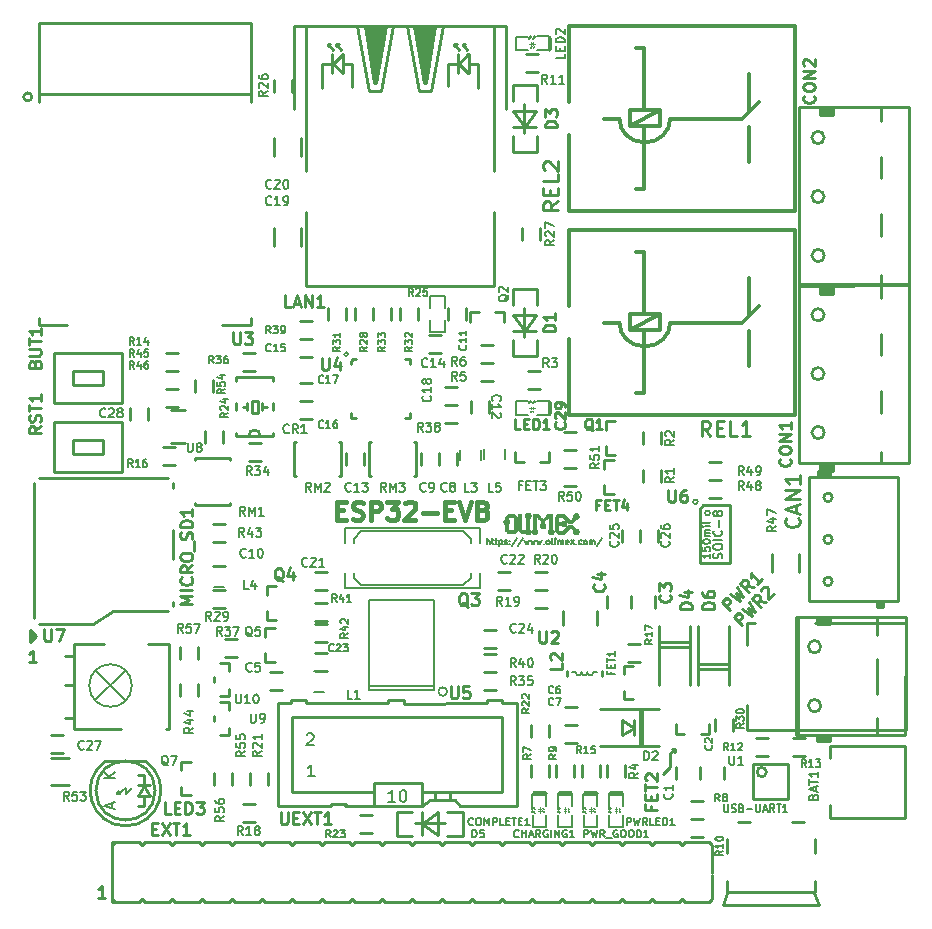
<source format=gbr>
G04 #@! TF.GenerationSoftware,KiCad,Pcbnew,6.0.0-rc1-unknown-0cca1c6~65~ubuntu16.04.1*
G04 #@! TF.CreationDate,2018-08-03T15:16:37+03:00*
G04 #@! TF.ProjectId,ESP32-EVB_Rev_F,45535033322D4556425F5265765F462E,F*
G04 #@! TF.SameCoordinates,Original*
G04 #@! TF.FileFunction,Legend,Top*
G04 #@! TF.FilePolarity,Positive*
%FSLAX46Y46*%
G04 Gerber Fmt 4.6, Leading zero omitted, Abs format (unit mm)*
G04 Created by KiCad (PCBNEW 6.0.0-rc1-unknown-0cca1c6~65~ubuntu16.04.1) date Fri Aug  3 15:16:37 2018*
%MOMM*%
%LPD*%
G01*
G04 APERTURE LIST*
%ADD10C,0.127000*%
%ADD11C,0.254000*%
%ADD12C,0.381000*%
%ADD13C,0.250000*%
%ADD14C,0.400000*%
%ADD15C,0.150000*%
%ADD16C,0.100000*%
%ADD17C,0.050000*%
%ADD18C,0.300000*%
%ADD19C,0.200000*%
%ADD20C,0.203200*%
%ADD21C,0.009000*%
%ADD22C,0.158750*%
%ADD23C,0.190500*%
%ADD24C,0.222250*%
G04 APERTURE END LIST*
D10*
X108966000Y-111227809D02*
X108966000Y-110719809D01*
X109183714Y-111227809D02*
X109183714Y-110961714D01*
X109159523Y-110913333D01*
X109111142Y-110889142D01*
X109038571Y-110889142D01*
X108990190Y-110913333D01*
X108966000Y-110937523D01*
X109353047Y-110889142D02*
X109546571Y-110889142D01*
X109425619Y-110719809D02*
X109425619Y-111155238D01*
X109449809Y-111203619D01*
X109498190Y-111227809D01*
X109546571Y-111227809D01*
X109643333Y-110889142D02*
X109836857Y-110889142D01*
X109715904Y-110719809D02*
X109715904Y-111155238D01*
X109740095Y-111203619D01*
X109788476Y-111227809D01*
X109836857Y-111227809D01*
X110006190Y-110889142D02*
X110006190Y-111397142D01*
X110006190Y-110913333D02*
X110054571Y-110889142D01*
X110151333Y-110889142D01*
X110199714Y-110913333D01*
X110223904Y-110937523D01*
X110248095Y-110985904D01*
X110248095Y-111131047D01*
X110223904Y-111179428D01*
X110199714Y-111203619D01*
X110151333Y-111227809D01*
X110054571Y-111227809D01*
X110006190Y-111203619D01*
X110441619Y-111203619D02*
X110490000Y-111227809D01*
X110586761Y-111227809D01*
X110635142Y-111203619D01*
X110659333Y-111155238D01*
X110659333Y-111131047D01*
X110635142Y-111082666D01*
X110586761Y-111058476D01*
X110514190Y-111058476D01*
X110465809Y-111034285D01*
X110441619Y-110985904D01*
X110441619Y-110961714D01*
X110465809Y-110913333D01*
X110514190Y-110889142D01*
X110586761Y-110889142D01*
X110635142Y-110913333D01*
X110877047Y-111179428D02*
X110901238Y-111203619D01*
X110877047Y-111227809D01*
X110852857Y-111203619D01*
X110877047Y-111179428D01*
X110877047Y-111227809D01*
X110877047Y-110913333D02*
X110901238Y-110937523D01*
X110877047Y-110961714D01*
X110852857Y-110937523D01*
X110877047Y-110913333D01*
X110877047Y-110961714D01*
X111481809Y-110695619D02*
X111046380Y-111348761D01*
X112014000Y-110695619D02*
X111578571Y-111348761D01*
X112134952Y-110889142D02*
X112231714Y-111227809D01*
X112328476Y-110985904D01*
X112425238Y-111227809D01*
X112522000Y-110889142D01*
X112667142Y-110889142D02*
X112763904Y-111227809D01*
X112860666Y-110985904D01*
X112957428Y-111227809D01*
X113054190Y-110889142D01*
X113199333Y-110889142D02*
X113296095Y-111227809D01*
X113392857Y-110985904D01*
X113489619Y-111227809D01*
X113586380Y-110889142D01*
X113779904Y-111179428D02*
X113804095Y-111203619D01*
X113779904Y-111227809D01*
X113755714Y-111203619D01*
X113779904Y-111179428D01*
X113779904Y-111227809D01*
X114094380Y-111227809D02*
X114046000Y-111203619D01*
X114021809Y-111179428D01*
X113997619Y-111131047D01*
X113997619Y-110985904D01*
X114021809Y-110937523D01*
X114046000Y-110913333D01*
X114094380Y-110889142D01*
X114166952Y-110889142D01*
X114215333Y-110913333D01*
X114239523Y-110937523D01*
X114263714Y-110985904D01*
X114263714Y-111131047D01*
X114239523Y-111179428D01*
X114215333Y-111203619D01*
X114166952Y-111227809D01*
X114094380Y-111227809D01*
X114554000Y-111227809D02*
X114505619Y-111203619D01*
X114481428Y-111155238D01*
X114481428Y-110719809D01*
X114747523Y-111227809D02*
X114747523Y-110889142D01*
X114747523Y-110719809D02*
X114723333Y-110744000D01*
X114747523Y-110768190D01*
X114771714Y-110744000D01*
X114747523Y-110719809D01*
X114747523Y-110768190D01*
X114989428Y-111227809D02*
X114989428Y-110889142D01*
X114989428Y-110937523D02*
X115013619Y-110913333D01*
X115062000Y-110889142D01*
X115134571Y-110889142D01*
X115182952Y-110913333D01*
X115207142Y-110961714D01*
X115207142Y-111227809D01*
X115207142Y-110961714D02*
X115231333Y-110913333D01*
X115279714Y-110889142D01*
X115352285Y-110889142D01*
X115400666Y-110913333D01*
X115424857Y-110961714D01*
X115424857Y-111227809D01*
X115860285Y-111203619D02*
X115811904Y-111227809D01*
X115715142Y-111227809D01*
X115666761Y-111203619D01*
X115642571Y-111155238D01*
X115642571Y-110961714D01*
X115666761Y-110913333D01*
X115715142Y-110889142D01*
X115811904Y-110889142D01*
X115860285Y-110913333D01*
X115884476Y-110961714D01*
X115884476Y-111010095D01*
X115642571Y-111058476D01*
X116053809Y-111227809D02*
X116319904Y-110889142D01*
X116053809Y-110889142D02*
X116319904Y-111227809D01*
X116513428Y-111179428D02*
X116537619Y-111203619D01*
X116513428Y-111227809D01*
X116489238Y-111203619D01*
X116513428Y-111179428D01*
X116513428Y-111227809D01*
X116973047Y-111203619D02*
X116924666Y-111227809D01*
X116827904Y-111227809D01*
X116779523Y-111203619D01*
X116755333Y-111179428D01*
X116731142Y-111131047D01*
X116731142Y-110985904D01*
X116755333Y-110937523D01*
X116779523Y-110913333D01*
X116827904Y-110889142D01*
X116924666Y-110889142D01*
X116973047Y-110913333D01*
X117263333Y-111227809D02*
X117214952Y-111203619D01*
X117190761Y-111179428D01*
X117166571Y-111131047D01*
X117166571Y-110985904D01*
X117190761Y-110937523D01*
X117214952Y-110913333D01*
X117263333Y-110889142D01*
X117335904Y-110889142D01*
X117384285Y-110913333D01*
X117408476Y-110937523D01*
X117432666Y-110985904D01*
X117432666Y-111131047D01*
X117408476Y-111179428D01*
X117384285Y-111203619D01*
X117335904Y-111227809D01*
X117263333Y-111227809D01*
X117650380Y-111227809D02*
X117650380Y-110889142D01*
X117650380Y-110937523D02*
X117674571Y-110913333D01*
X117722952Y-110889142D01*
X117795523Y-110889142D01*
X117843904Y-110913333D01*
X117868095Y-110961714D01*
X117868095Y-111227809D01*
X117868095Y-110961714D02*
X117892285Y-110913333D01*
X117940666Y-110889142D01*
X118013238Y-110889142D01*
X118061619Y-110913333D01*
X118085809Y-110961714D01*
X118085809Y-111227809D01*
X118690571Y-110695619D02*
X118255142Y-111348761D01*
D11*
X124460000Y-130048000D02*
X123825000Y-130683000D01*
D12*
X96302285Y-108349142D02*
X96810285Y-108349142D01*
X97028000Y-109147428D02*
X96302285Y-109147428D01*
X96302285Y-107623428D01*
X97028000Y-107623428D01*
X97608571Y-109074857D02*
X97826285Y-109147428D01*
X98189142Y-109147428D01*
X98334285Y-109074857D01*
X98406857Y-109002285D01*
X98479428Y-108857142D01*
X98479428Y-108712000D01*
X98406857Y-108566857D01*
X98334285Y-108494285D01*
X98189142Y-108421714D01*
X97898857Y-108349142D01*
X97753714Y-108276571D01*
X97681142Y-108204000D01*
X97608571Y-108058857D01*
X97608571Y-107913714D01*
X97681142Y-107768571D01*
X97753714Y-107696000D01*
X97898857Y-107623428D01*
X98261714Y-107623428D01*
X98479428Y-107696000D01*
X99132571Y-109147428D02*
X99132571Y-107623428D01*
X99713142Y-107623428D01*
X99858285Y-107696000D01*
X99930857Y-107768571D01*
X100003428Y-107913714D01*
X100003428Y-108131428D01*
X99930857Y-108276571D01*
X99858285Y-108349142D01*
X99713142Y-108421714D01*
X99132571Y-108421714D01*
X100511428Y-107623428D02*
X101454857Y-107623428D01*
X100946857Y-108204000D01*
X101164571Y-108204000D01*
X101309714Y-108276571D01*
X101382285Y-108349142D01*
X101454857Y-108494285D01*
X101454857Y-108857142D01*
X101382285Y-109002285D01*
X101309714Y-109074857D01*
X101164571Y-109147428D01*
X100729142Y-109147428D01*
X100584000Y-109074857D01*
X100511428Y-109002285D01*
X102035428Y-107768571D02*
X102108000Y-107696000D01*
X102253142Y-107623428D01*
X102616000Y-107623428D01*
X102761142Y-107696000D01*
X102833714Y-107768571D01*
X102906285Y-107913714D01*
X102906285Y-108058857D01*
X102833714Y-108276571D01*
X101962857Y-109147428D01*
X102906285Y-109147428D01*
X103559428Y-108566857D02*
X104720571Y-108566857D01*
X105446285Y-108349142D02*
X105954285Y-108349142D01*
X106172000Y-109147428D02*
X105446285Y-109147428D01*
X105446285Y-107623428D01*
X106172000Y-107623428D01*
X106607428Y-107623428D02*
X107115428Y-109147428D01*
X107623428Y-107623428D01*
X108639428Y-108349142D02*
X108857142Y-108421714D01*
X108929714Y-108494285D01*
X109002285Y-108639428D01*
X109002285Y-108857142D01*
X108929714Y-109002285D01*
X108857142Y-109074857D01*
X108712000Y-109147428D01*
X108131428Y-109147428D01*
X108131428Y-107623428D01*
X108639428Y-107623428D01*
X108784571Y-107696000D01*
X108857142Y-107768571D01*
X108929714Y-107913714D01*
X108929714Y-108058857D01*
X108857142Y-108204000D01*
X108784571Y-108276571D01*
X108639428Y-108349142D01*
X108131428Y-108349142D01*
D11*
X124841000Y-128778000D02*
X124841000Y-128524000D01*
X124587000Y-128524000D02*
X124841000Y-128778000D01*
X124841000Y-128524000D02*
X124587000Y-128524000D01*
X124460000Y-128905000D02*
X124841000Y-128524000D01*
X124460000Y-130048000D02*
X124460000Y-128905000D01*
X76617285Y-141175619D02*
X76036714Y-141175619D01*
X76327000Y-141175619D02*
X76327000Y-140159619D01*
X76230238Y-140304761D01*
X76133476Y-140401523D01*
X76036714Y-140449904D01*
X70485000Y-118745000D02*
X70485000Y-119253000D01*
X70358000Y-118618000D02*
X70358000Y-119380000D01*
X70231000Y-118491000D02*
X70231000Y-119507000D01*
X70739000Y-118999000D02*
X70231000Y-118491000D01*
X70231000Y-119507000D02*
X70739000Y-118999000D01*
D13*
X70770714Y-121229380D02*
X70199285Y-121229380D01*
X70485000Y-121229380D02*
X70485000Y-120229380D01*
X70389761Y-120372238D01*
X70294523Y-120467476D01*
X70199285Y-120515095D01*
D11*
G04 #@! TO.C,RST1*
X76484000Y-102397000D02*
X76484000Y-103597000D01*
X76484000Y-103597000D02*
X73884000Y-103597000D01*
X73884000Y-102397000D02*
X73884000Y-103597000D01*
X76484000Y-102397000D02*
X73884000Y-102397000D01*
X72284000Y-105097000D02*
X78084000Y-105097000D01*
X72284000Y-100897000D02*
X72284000Y-105097000D01*
X78084000Y-100897000D02*
X72284000Y-100897000D01*
X78084000Y-105097000D02*
X78084000Y-100897000D01*
G04 #@! TO.C,BUT1*
X76484000Y-96555000D02*
X76484000Y-97755000D01*
X76484000Y-97755000D02*
X73884000Y-97755000D01*
X73884000Y-96555000D02*
X73884000Y-97755000D01*
X76484000Y-96555000D02*
X73884000Y-96555000D01*
X72284000Y-99255000D02*
X78084000Y-99255000D01*
X72284000Y-95055000D02*
X72284000Y-99255000D01*
X78084000Y-95055000D02*
X72284000Y-95055000D01*
X78084000Y-99255000D02*
X78084000Y-95055000D01*
G04 #@! TO.C,LAN1*
X98600260Y-67360800D02*
X100401120Y-67360800D01*
X99400360Y-72161400D02*
X98600260Y-67360800D01*
X99601020Y-72161400D02*
X99400360Y-72161400D01*
X100401120Y-67360800D02*
X99601020Y-72161400D01*
X102798880Y-67360800D02*
X104599740Y-67360800D01*
X103598980Y-72161400D02*
X102798880Y-67360800D01*
X103799640Y-72161400D02*
X103598980Y-72161400D01*
X104599740Y-67360800D02*
X103799640Y-72161400D01*
X110600000Y-67359000D02*
X110600000Y-74359000D01*
X109600000Y-67359000D02*
X110600000Y-67359000D01*
X92600000Y-67359000D02*
X92600000Y-74359000D01*
X93600000Y-67359000D02*
X92600000Y-67359000D01*
X99001580Y-72859900D02*
X98000820Y-67360800D01*
X100002340Y-72859900D02*
X99001580Y-72859900D01*
X101000560Y-67360800D02*
X100002340Y-72859900D01*
X103197660Y-72859900D02*
X102199440Y-67360800D01*
X104198420Y-72859900D02*
X103197660Y-72859900D01*
X105199180Y-67360800D02*
X104198420Y-72859900D01*
X95501460Y-68859400D02*
X95501460Y-69060060D01*
X95501460Y-68859400D02*
X95702120Y-68859400D01*
X95900240Y-69359780D02*
X95501460Y-68859400D01*
X96202500Y-68859400D02*
X96202500Y-69060060D01*
X96202500Y-68859400D02*
X96400620Y-68859400D01*
X96601280Y-69359780D02*
X96202500Y-68859400D01*
X97533460Y-70561200D02*
X97533460Y-72499220D01*
X96832420Y-70561200D02*
X97533460Y-70561200D01*
X95834200Y-69761100D02*
X95834200Y-71361300D01*
X95933260Y-70561200D02*
X96733360Y-71361300D01*
X96733360Y-69761100D02*
X95933260Y-70561200D01*
X96733360Y-69761100D02*
X96733360Y-71361300D01*
X95034100Y-70561200D02*
X95732600Y-70561200D01*
X95034100Y-72588120D02*
X95034100Y-70561200D01*
X106199940Y-68859400D02*
X106199940Y-69060060D01*
X106199940Y-68859400D02*
X106398060Y-68859400D01*
X106598720Y-69359780D02*
X106199940Y-68859400D01*
X106898440Y-68859400D02*
X106898440Y-69060060D01*
X106898440Y-68859400D02*
X107099100Y-68859400D01*
X107299760Y-69359780D02*
X106898440Y-68859400D01*
X105700000Y-70559000D02*
X105700000Y-72459000D01*
X106398060Y-70561200D02*
X105699560Y-70561200D01*
X106499660Y-71361300D02*
X106499660Y-69761100D01*
X106598720Y-70561200D02*
X107398820Y-69761100D01*
X107398820Y-71361300D02*
X106598720Y-70561200D01*
X107400000Y-71359000D02*
X107400000Y-69759000D01*
X108200000Y-70559000D02*
X107500000Y-70559000D01*
X108200000Y-72559000D02*
X108200000Y-70559000D01*
X109600000Y-83109000D02*
X109600000Y-89359000D01*
X109600000Y-67359000D02*
X109600000Y-79609000D01*
X93600000Y-67359000D02*
X109600000Y-67359000D01*
X93600000Y-79609000D02*
X93600000Y-67359000D01*
X93600000Y-89359000D02*
X93600000Y-83109000D01*
X109600000Y-89359000D02*
X93600000Y-89359000D01*
X103700000Y-72159000D02*
X103050000Y-67369000D01*
X103710000Y-72009000D02*
X104360000Y-67379000D01*
X103720000Y-71399000D02*
X103160000Y-67369000D01*
X103710000Y-71109000D02*
X104120000Y-67379000D01*
X103730000Y-70589000D02*
X103370000Y-67379000D01*
X103680000Y-69879000D02*
X103870000Y-67369000D01*
X103770000Y-68999000D02*
X103570000Y-67359000D01*
X103600000Y-68229000D02*
X103740000Y-67419000D01*
X99510000Y-71969000D02*
X98790000Y-67369000D01*
X99500000Y-71799000D02*
X100170000Y-67379000D01*
X99510000Y-71219000D02*
X98990000Y-67489000D01*
X99450000Y-70749000D02*
X99930000Y-67389000D01*
X99580000Y-69999000D02*
X99180000Y-67429000D01*
X99550000Y-69579000D02*
X99700000Y-67399000D01*
X99620000Y-68969000D02*
X99340000Y-67389000D01*
X99510000Y-68259000D02*
X99510000Y-67389000D01*
D10*
G04 #@! TO.C,R25*
X104140000Y-91186000D02*
X104140000Y-90170000D01*
X104140000Y-90170000D02*
X105410000Y-90170000D01*
X105410000Y-90170000D02*
X105410000Y-91186000D01*
X104140000Y-93218000D02*
X105410000Y-93218000D01*
X105410000Y-93218000D02*
X105410000Y-92202000D01*
X104140000Y-93218000D02*
X104140000Y-92202000D01*
D14*
G04 #@! TO.C,D2*
X121981000Y-128221000D02*
X121981000Y-125221000D01*
D11*
X123530360Y-128348740D02*
X118531640Y-128348740D01*
X118531640Y-125143260D02*
X123530360Y-125143260D01*
X120396000Y-126111000D02*
X120396000Y-127381000D01*
X120396000Y-127381000D02*
X121412000Y-126746000D01*
X120396000Y-126111000D02*
X121412000Y-126746000D01*
X121412000Y-126111000D02*
X121412000Y-127381000D01*
G04 #@! TO.C,R57*
X84455000Y-119888000D02*
X84455000Y-120904000D01*
X82931000Y-119888000D02*
X82931000Y-120904000D01*
G04 #@! TO.C,R44*
X84455000Y-123063000D02*
X84455000Y-124079000D01*
X82931000Y-123063000D02*
X82931000Y-124079000D01*
G04 #@! TO.C,U10*
X85826600Y-122478800D02*
X85826600Y-122885200D01*
X87147400Y-124104400D02*
X86360000Y-124104400D01*
X87147400Y-123444000D02*
X87147400Y-124104400D01*
X87147400Y-121259600D02*
X87147400Y-121920000D01*
X86360000Y-121259600D02*
X87147400Y-121259600D01*
G04 #@! TO.C,U9*
X85826600Y-125780800D02*
X85826600Y-126187200D01*
X87147400Y-127406400D02*
X86360000Y-127406400D01*
X87147400Y-126746000D02*
X87147400Y-127406400D01*
X87147400Y-124561600D02*
X87147400Y-125222000D01*
X86360000Y-124561600D02*
X87147400Y-124561600D01*
G04 #@! TO.C,R37*
X87757000Y-120777000D02*
X86741000Y-120777000D01*
X87757000Y-119253000D02*
X86741000Y-119253000D01*
G04 #@! TO.C,C4*
X119126000Y-116586000D02*
X119126000Y-115570000D01*
X121158000Y-116586000D02*
X121158000Y-115570000D01*
G04 #@! TO.C,C3*
X121158000Y-116586000D02*
X121158000Y-115570000D01*
X123190000Y-116586000D02*
X123190000Y-115570000D01*
G04 #@! TO.C,R20*
X114046000Y-115062000D02*
X113030000Y-115062000D01*
X114046000Y-113538000D02*
X113030000Y-113538000D01*
G04 #@! TO.C,R19*
X114046000Y-116586000D02*
X113030000Y-116586000D01*
X114046000Y-115062000D02*
X113030000Y-115062000D01*
G04 #@! TO.C,R4*
X119126000Y-130937000D02*
X119126000Y-129921000D01*
X120650000Y-130937000D02*
X120650000Y-129921000D01*
G04 #@! TO.C,R56*
X87376000Y-130556000D02*
X87376000Y-131572000D01*
X85852000Y-130556000D02*
X85852000Y-131572000D01*
G04 #@! TO.C,R55*
X88900000Y-130556000D02*
X88900000Y-131572000D01*
X87376000Y-130556000D02*
X87376000Y-131572000D01*
G04 #@! TO.C,R54*
X84201000Y-98298000D02*
X84201000Y-97282000D01*
X85725000Y-98298000D02*
X85725000Y-97282000D01*
G04 #@! TO.C,R53*
X73533000Y-129286000D02*
X72009000Y-129286000D01*
X73533000Y-131572000D02*
X72009000Y-131572000D01*
G04 #@! TO.C,R49*
X128778000Y-105791000D02*
X127762000Y-105791000D01*
X128778000Y-104267000D02*
X127762000Y-104267000D01*
G04 #@! TO.C,R48*
X128778000Y-107315000D02*
X127762000Y-107315000D01*
X128778000Y-105791000D02*
X127762000Y-105791000D01*
G04 #@! TO.C,R47*
X133096000Y-112014000D02*
X133096000Y-113538000D01*
X135382000Y-112014000D02*
X135382000Y-113538000D01*
G04 #@! TO.C,R46*
X81788000Y-98044000D02*
X82804000Y-98044000D01*
X81788000Y-99568000D02*
X82804000Y-99568000D01*
G04 #@! TO.C,R45*
X82804000Y-98044000D02*
X81788000Y-98044000D01*
X82804000Y-96520000D02*
X81788000Y-96520000D01*
G04 #@! TO.C,R42*
X95377000Y-119507000D02*
X94361000Y-119507000D01*
X95377000Y-117983000D02*
X94361000Y-117983000D01*
G04 #@! TO.C,R30*
X129794000Y-125984000D02*
X129794000Y-127000000D01*
X128270000Y-125984000D02*
X128270000Y-127000000D01*
D15*
G04 #@! TO.C,Q3*
X97663000Y-110744000D02*
X97663000Y-111125000D01*
X97663000Y-114046000D02*
X97663000Y-113665000D01*
X107569000Y-114046000D02*
X107569000Y-113665000D01*
X107569000Y-110744000D02*
X107569000Y-111125000D01*
X108331000Y-109855000D02*
X108331000Y-111125000D01*
X108331000Y-114935000D02*
X108331000Y-113665000D01*
X96901000Y-114935000D02*
X96901000Y-113665000D01*
X96901000Y-109855000D02*
X96901000Y-111125000D01*
X97663000Y-114046000D02*
X98298000Y-114681000D01*
X98298000Y-114681000D02*
X106934000Y-114681000D01*
X106934000Y-114681000D02*
X107569000Y-114046000D01*
X107569000Y-110744000D02*
X106934000Y-110109000D01*
X106934000Y-110109000D02*
X98298000Y-110109000D01*
X98298000Y-110109000D02*
X97663000Y-110744000D01*
X108331000Y-114935000D02*
X96901000Y-114935000D01*
X96901000Y-109855000D02*
X108331000Y-109855000D01*
D10*
G04 #@! TO.C,PWR_GOOD1*
X117322600Y-133959600D02*
X117094000Y-133781800D01*
X117094000Y-133781800D02*
X117119400Y-133883400D01*
X117094000Y-133781800D02*
X117195600Y-133781800D01*
X117144800Y-135128000D02*
X117144800Y-134112000D01*
X118313200Y-135128000D02*
X118313200Y-134112000D01*
X117144800Y-135128000D02*
X118313200Y-135128000D01*
X118313200Y-132334000D02*
X118313200Y-133350000D01*
X117094000Y-133350000D02*
X117094000Y-132334000D01*
D16*
X117729000Y-133991000D02*
X117729000Y-133471000D01*
X117619000Y-133821000D02*
X117839000Y-133821000D01*
X117619000Y-133821000D02*
X117719000Y-133711000D01*
X117839000Y-133821000D02*
X117739000Y-133721000D01*
X117619000Y-133631000D02*
X117839000Y-133631000D01*
D17*
X117974600Y-133553200D02*
X118084600Y-133683200D01*
X118083600Y-133684800D02*
X118073600Y-133604800D01*
X118083600Y-133684800D02*
X118003600Y-133684800D01*
X118083600Y-133900200D02*
X118003600Y-133900200D01*
X118083600Y-133900200D02*
X118073600Y-133820200D01*
X117953600Y-133760200D02*
X118063600Y-133890200D01*
D10*
X117094000Y-133502400D02*
X117195600Y-133502400D01*
X117094000Y-133502400D02*
X117119400Y-133604000D01*
X117322600Y-133680200D02*
X117094000Y-133502400D01*
D11*
X117157500Y-132321300D02*
X117284500Y-132168900D01*
X118249700Y-132321300D02*
X118122700Y-132181600D01*
X117284500Y-132168900D02*
X118110000Y-132168900D01*
X118211600Y-132334000D02*
X117170200Y-132334000D01*
G04 #@! TO.C,D6*
X126793000Y-121340000D02*
X129493000Y-121340000D01*
X126793000Y-118150000D02*
X126793000Y-123150000D01*
X126793000Y-121780000D02*
X129493000Y-121780000D01*
X129493000Y-123150000D02*
X129493000Y-118150000D01*
G04 #@! TO.C,C28*
X78740000Y-100711000D02*
X78740000Y-99695000D01*
X80264000Y-100711000D02*
X80264000Y-99695000D01*
G04 #@! TO.C,C27*
X72009000Y-127381000D02*
X73025000Y-127381000D01*
X72009000Y-128905000D02*
X73025000Y-128905000D01*
G04 #@! TO.C,C26*
X123444000Y-109982000D02*
X123444000Y-110998000D01*
X121920000Y-109982000D02*
X121920000Y-110998000D01*
G04 #@! TO.C,C25*
X121920000Y-109982000D02*
X121920000Y-110998000D01*
X120396000Y-109982000D02*
X120396000Y-110998000D01*
G04 #@! TO.C,C24*
X108712000Y-118491000D02*
X109728000Y-118491000D01*
X108712000Y-120015000D02*
X109728000Y-120015000D01*
G04 #@! TO.C,C23*
X95377000Y-121920000D02*
X94361000Y-121920000D01*
X95377000Y-120396000D02*
X94361000Y-120396000D01*
G04 #@! TO.C,C22*
X109855000Y-113538000D02*
X110871000Y-113538000D01*
X109855000Y-115062000D02*
X110871000Y-115062000D01*
G04 #@! TO.C,C21*
X95377000Y-115062000D02*
X94361000Y-115062000D01*
X95377000Y-113538000D02*
X94361000Y-113538000D01*
D10*
G04 #@! TO.C,COMPLETE1*
X113004600Y-133959600D02*
X112776000Y-133781800D01*
X112776000Y-133781800D02*
X112801400Y-133883400D01*
X112776000Y-133781800D02*
X112877600Y-133781800D01*
X112826800Y-135128000D02*
X112826800Y-134112000D01*
X113995200Y-135128000D02*
X113995200Y-134112000D01*
X112826800Y-135128000D02*
X113995200Y-135128000D01*
X113995200Y-132334000D02*
X113995200Y-133350000D01*
X112776000Y-133350000D02*
X112776000Y-132334000D01*
D16*
X113411000Y-133991000D02*
X113411000Y-133471000D01*
X113301000Y-133821000D02*
X113521000Y-133821000D01*
X113301000Y-133821000D02*
X113401000Y-133711000D01*
X113521000Y-133821000D02*
X113421000Y-133721000D01*
X113301000Y-133631000D02*
X113521000Y-133631000D01*
D17*
X113656600Y-133553200D02*
X113766600Y-133683200D01*
X113765600Y-133684800D02*
X113755600Y-133604800D01*
X113765600Y-133684800D02*
X113685600Y-133684800D01*
X113765600Y-133900200D02*
X113685600Y-133900200D01*
X113765600Y-133900200D02*
X113755600Y-133820200D01*
X113635600Y-133760200D02*
X113745600Y-133890200D01*
D10*
X112776000Y-133502400D02*
X112877600Y-133502400D01*
X112776000Y-133502400D02*
X112801400Y-133604000D01*
X113004600Y-133680200D02*
X112776000Y-133502400D01*
D11*
X112839500Y-132321300D02*
X112966500Y-132168900D01*
X113931700Y-132321300D02*
X113804700Y-132181600D01*
X112966500Y-132168900D02*
X113792000Y-132168900D01*
X113893600Y-132334000D02*
X112852200Y-132334000D01*
D10*
G04 #@! TO.C,CHARGING1*
X115163600Y-133959600D02*
X114935000Y-133781800D01*
X114935000Y-133781800D02*
X114960400Y-133883400D01*
X114935000Y-133781800D02*
X115036600Y-133781800D01*
X114985800Y-135128000D02*
X114985800Y-134112000D01*
X116154200Y-135128000D02*
X116154200Y-134112000D01*
X114985800Y-135128000D02*
X116154200Y-135128000D01*
X116154200Y-132334000D02*
X116154200Y-133350000D01*
X114935000Y-133350000D02*
X114935000Y-132334000D01*
D16*
X115570000Y-133991000D02*
X115570000Y-133471000D01*
X115460000Y-133821000D02*
X115680000Y-133821000D01*
X115460000Y-133821000D02*
X115560000Y-133711000D01*
X115680000Y-133821000D02*
X115580000Y-133721000D01*
X115460000Y-133631000D02*
X115680000Y-133631000D01*
D17*
X115815600Y-133553200D02*
X115925600Y-133683200D01*
X115924600Y-133684800D02*
X115914600Y-133604800D01*
X115924600Y-133684800D02*
X115844600Y-133684800D01*
X115924600Y-133900200D02*
X115844600Y-133900200D01*
X115924600Y-133900200D02*
X115914600Y-133820200D01*
X115794600Y-133760200D02*
X115904600Y-133890200D01*
D10*
X114935000Y-133502400D02*
X115036600Y-133502400D01*
X114935000Y-133502400D02*
X114960400Y-133604000D01*
X115163600Y-133680200D02*
X114935000Y-133502400D01*
D11*
X114998500Y-132321300D02*
X115125500Y-132168900D01*
X116090700Y-132321300D02*
X115963700Y-132181600D01*
X115125500Y-132168900D02*
X115951000Y-132168900D01*
X116052600Y-132334000D02*
X115011200Y-132334000D01*
G04 #@! TO.C,C20*
X90932000Y-76835000D02*
X90932000Y-78359000D01*
X93218000Y-76835000D02*
X93218000Y-78359000D01*
G04 #@! TO.C,C19*
X93218000Y-85979000D02*
X93218000Y-84455000D01*
X90932000Y-85979000D02*
X90932000Y-84455000D01*
G04 #@! TO.C,R43*
X86741000Y-110998000D02*
X85725000Y-110998000D01*
X86741000Y-109474000D02*
X85725000Y-109474000D01*
G04 #@! TO.C,EXT1*
X77216000Y-138938000D02*
X77216000Y-141478000D01*
X82296000Y-141224000D02*
X82550000Y-141478000D01*
X82042000Y-141478000D02*
X82296000Y-141224000D01*
X79502000Y-141478000D02*
X77724000Y-141478000D01*
X79756000Y-141224000D02*
X79502000Y-141478000D01*
X80010000Y-141478000D02*
X79756000Y-141224000D01*
X82042000Y-141478000D02*
X80010000Y-141478000D01*
X77724000Y-141478000D02*
X77216000Y-141478000D01*
X77470000Y-141478000D02*
X77216000Y-141224000D01*
X77216000Y-136652000D02*
X77470000Y-136398000D01*
X84582000Y-141478000D02*
X82550000Y-141478000D01*
X84836000Y-141224000D02*
X84582000Y-141478000D01*
X87630000Y-141478000D02*
X87376000Y-141224000D01*
X87122000Y-141478000D02*
X85090000Y-141478000D01*
X87376000Y-141224000D02*
X87122000Y-141478000D01*
X87122000Y-136398000D02*
X87376000Y-136652000D01*
X85090000Y-136398000D02*
X87122000Y-136398000D01*
X84836000Y-136652000D02*
X85090000Y-136398000D01*
X84582000Y-136398000D02*
X84836000Y-136652000D01*
X82550000Y-136398000D02*
X84582000Y-136398000D01*
X82296000Y-136652000D02*
X82550000Y-136398000D01*
X82042000Y-136398000D02*
X82296000Y-136652000D01*
X80010000Y-136398000D02*
X82042000Y-136398000D01*
X79756000Y-136652000D02*
X80010000Y-136398000D01*
X79502000Y-136398000D02*
X79756000Y-136652000D01*
X77470000Y-136398000D02*
X79502000Y-136398000D01*
X77216000Y-136398000D02*
X77470000Y-136398000D01*
X87376000Y-136652000D02*
X87630000Y-136398000D01*
X87630000Y-136398000D02*
X89662000Y-136398000D01*
X92202000Y-136398000D02*
X92456000Y-136652000D01*
X89662000Y-141478000D02*
X87630000Y-141478000D01*
X85090000Y-141478000D02*
X84836000Y-141224000D01*
X92456000Y-141224000D02*
X92202000Y-141478000D01*
X90170000Y-136398000D02*
X92202000Y-136398000D01*
X89916000Y-136652000D02*
X90170000Y-136398000D01*
X92202000Y-141478000D02*
X90170000Y-141478000D01*
X89916000Y-141224000D02*
X89662000Y-141478000D01*
X90170000Y-141478000D02*
X89916000Y-141224000D01*
X89662000Y-136398000D02*
X89916000Y-136652000D01*
X92202000Y-136398000D02*
X92456000Y-136652000D01*
X92456000Y-141224000D02*
X92202000Y-141478000D01*
X92202000Y-141478000D02*
X90170000Y-141478000D01*
X90170000Y-136398000D02*
X92202000Y-136398000D01*
X89916000Y-136652000D02*
X90170000Y-136398000D01*
X90170000Y-141478000D02*
X89916000Y-141224000D01*
X95250000Y-141478000D02*
X94996000Y-141224000D01*
X94996000Y-136652000D02*
X95250000Y-136398000D01*
X95250000Y-136398000D02*
X97282000Y-136398000D01*
X97282000Y-141478000D02*
X95250000Y-141478000D01*
X97536000Y-141224000D02*
X97282000Y-141478000D01*
X97282000Y-136398000D02*
X97536000Y-136652000D01*
X94742000Y-136398000D02*
X94996000Y-136652000D01*
X95250000Y-141478000D02*
X94996000Y-141224000D01*
X94996000Y-141224000D02*
X94742000Y-141478000D01*
X97282000Y-141478000D02*
X95250000Y-141478000D01*
X94996000Y-136652000D02*
X95250000Y-136398000D01*
X95250000Y-136398000D02*
X97282000Y-136398000D01*
X97536000Y-141224000D02*
X97282000Y-141478000D01*
X94742000Y-141478000D02*
X92710000Y-141478000D01*
X97282000Y-136398000D02*
X97536000Y-136652000D01*
X92710000Y-136398000D02*
X94742000Y-136398000D01*
X92456000Y-136652000D02*
X92710000Y-136398000D01*
X92710000Y-141478000D02*
X92456000Y-141224000D01*
X97790000Y-141478000D02*
X97536000Y-141224000D01*
X97536000Y-136652000D02*
X97790000Y-136398000D01*
X97790000Y-136398000D02*
X99822000Y-136398000D01*
X102362000Y-136398000D02*
X102616000Y-136652000D01*
X99822000Y-141478000D02*
X97790000Y-141478000D01*
X102616000Y-141224000D02*
X102362000Y-141478000D01*
X100330000Y-136398000D02*
X102362000Y-136398000D01*
X100076000Y-136652000D02*
X100330000Y-136398000D01*
X102362000Y-141478000D02*
X100330000Y-141478000D01*
X100076000Y-141224000D02*
X99822000Y-141478000D01*
X100330000Y-141478000D02*
X100076000Y-141224000D01*
X99822000Y-136398000D02*
X100076000Y-136652000D01*
X102362000Y-136398000D02*
X102616000Y-136652000D01*
X102616000Y-141224000D02*
X102362000Y-141478000D01*
X102362000Y-141478000D02*
X100330000Y-141478000D01*
X100330000Y-136398000D02*
X102362000Y-136398000D01*
X100076000Y-136652000D02*
X100330000Y-136398000D01*
X100330000Y-141478000D02*
X100076000Y-141224000D01*
X77216000Y-136398000D02*
X77216000Y-138938000D01*
X128016000Y-136652000D02*
X128016000Y-139065000D01*
X125730000Y-141478000D02*
X125476000Y-141224000D01*
X125476000Y-136652000D02*
X125730000Y-136398000D01*
X125730000Y-136398000D02*
X127762000Y-136398000D01*
X127762000Y-141478000D02*
X125730000Y-141478000D01*
X128016000Y-141224000D02*
X127762000Y-141478000D01*
X127762000Y-136398000D02*
X128016000Y-136652000D01*
X125222000Y-136398000D02*
X125476000Y-136652000D01*
X125730000Y-141478000D02*
X125476000Y-141224000D01*
X125476000Y-141224000D02*
X125222000Y-141478000D01*
X127762000Y-141478000D02*
X125730000Y-141478000D01*
X125476000Y-136652000D02*
X125730000Y-136398000D01*
X125730000Y-136398000D02*
X127762000Y-136398000D01*
X128016000Y-139192000D02*
X128016000Y-141224000D01*
X128016000Y-141224000D02*
X127762000Y-141478000D01*
X125222000Y-141478000D02*
X123190000Y-141478000D01*
X127762000Y-136398000D02*
X128016000Y-136652000D01*
X123190000Y-136398000D02*
X125222000Y-136398000D01*
X122936000Y-136652000D02*
X123190000Y-136398000D01*
X123190000Y-141478000D02*
X122936000Y-141224000D01*
X118110000Y-141478000D02*
X117856000Y-141224000D01*
X117856000Y-136652000D02*
X118110000Y-136398000D01*
X118110000Y-136398000D02*
X120142000Y-136398000D01*
X122682000Y-136398000D02*
X122936000Y-136652000D01*
X120142000Y-141478000D02*
X118110000Y-141478000D01*
X122936000Y-141224000D02*
X122682000Y-141478000D01*
X120650000Y-136398000D02*
X122682000Y-136398000D01*
X120396000Y-136652000D02*
X120650000Y-136398000D01*
X122682000Y-141478000D02*
X120650000Y-141478000D01*
X120396000Y-141224000D02*
X120142000Y-141478000D01*
X120650000Y-141478000D02*
X120396000Y-141224000D01*
X120142000Y-136398000D02*
X120396000Y-136652000D01*
X122682000Y-136398000D02*
X122936000Y-136652000D01*
X122936000Y-141224000D02*
X122682000Y-141478000D01*
X122682000Y-141478000D02*
X120650000Y-141478000D01*
X120650000Y-136398000D02*
X122682000Y-136398000D01*
X120396000Y-136652000D02*
X120650000Y-136398000D01*
X120650000Y-141478000D02*
X120396000Y-141224000D01*
X115570000Y-141478000D02*
X115316000Y-141224000D01*
X115316000Y-136652000D02*
X115570000Y-136398000D01*
X115570000Y-136398000D02*
X117602000Y-136398000D01*
X117602000Y-141478000D02*
X115570000Y-141478000D01*
X117856000Y-141224000D02*
X117602000Y-141478000D01*
X117602000Y-136398000D02*
X117856000Y-136652000D01*
X115062000Y-136398000D02*
X115316000Y-136652000D01*
X115570000Y-141478000D02*
X115316000Y-141224000D01*
X115316000Y-141224000D02*
X115062000Y-141478000D01*
X117602000Y-141478000D02*
X115570000Y-141478000D01*
X115316000Y-136652000D02*
X115570000Y-136398000D01*
X115570000Y-136398000D02*
X117602000Y-136398000D01*
X117856000Y-141224000D02*
X117602000Y-141478000D01*
X110490000Y-141478000D02*
X110236000Y-141224000D01*
X115062000Y-141478000D02*
X113030000Y-141478000D01*
X117602000Y-136398000D02*
X117856000Y-136652000D01*
X113030000Y-136398000D02*
X115062000Y-136398000D01*
X112776000Y-136652000D02*
X113030000Y-136398000D01*
X102870000Y-136398000D02*
X104902000Y-136398000D01*
X104902000Y-136398000D02*
X105156000Y-136652000D01*
X105156000Y-136652000D02*
X105410000Y-136398000D01*
X105410000Y-136398000D02*
X107442000Y-136398000D01*
X107442000Y-136398000D02*
X107696000Y-136652000D01*
X107696000Y-136652000D02*
X107950000Y-136398000D01*
X107950000Y-136398000D02*
X109982000Y-136398000D01*
X109982000Y-136398000D02*
X110236000Y-136652000D01*
X110236000Y-136652000D02*
X110490000Y-136398000D01*
X110490000Y-136398000D02*
X112522000Y-136398000D01*
X112522000Y-136398000D02*
X112776000Y-136652000D01*
X112776000Y-141224000D02*
X112522000Y-141478000D01*
X112522000Y-141478000D02*
X110490000Y-141478000D01*
X113030000Y-141478000D02*
X112776000Y-141224000D01*
X110236000Y-141224000D02*
X109982000Y-141478000D01*
X109982000Y-141478000D02*
X107950000Y-141478000D01*
X102616000Y-136652000D02*
X102870000Y-136398000D01*
X102870000Y-141478000D02*
X102616000Y-141224000D01*
X107442000Y-141478000D02*
X105410000Y-141478000D01*
X105410000Y-141478000D02*
X105156000Y-141224000D01*
X105156000Y-141224000D02*
X104902000Y-141478000D01*
X104902000Y-141478000D02*
X102870000Y-141478000D01*
X107442000Y-141478000D02*
X107696000Y-141224000D01*
X107696000Y-141224000D02*
X107950000Y-141478000D01*
G04 #@! TO.C,R41*
X95377000Y-117729000D02*
X94361000Y-117729000D01*
X95377000Y-116205000D02*
X94361000Y-116205000D01*
G04 #@! TO.C,R40*
X108712000Y-120523000D02*
X109728000Y-120523000D01*
X108712000Y-122047000D02*
X109728000Y-122047000D01*
G04 #@! TO.C,R39*
X94107000Y-93853000D02*
X93091000Y-93853000D01*
X94107000Y-92329000D02*
X93091000Y-92329000D01*
G04 #@! TO.C,R38*
X105410000Y-99441000D02*
X106426000Y-99441000D01*
X105410000Y-100965000D02*
X106426000Y-100965000D01*
G04 #@! TO.C,R36*
X88265000Y-94996000D02*
X89281000Y-94996000D01*
X88265000Y-96520000D02*
X89281000Y-96520000D01*
G04 #@! TO.C,R35*
X108712000Y-122047000D02*
X109728000Y-122047000D01*
X108712000Y-123571000D02*
X109728000Y-123571000D01*
G04 #@! TO.C,R34*
X88773000Y-102616000D02*
X89789000Y-102616000D01*
X88773000Y-104140000D02*
X89789000Y-104140000D01*
G04 #@! TO.C,R33*
X100838000Y-91186000D02*
X100838000Y-92202000D01*
X99314000Y-91186000D02*
X99314000Y-92202000D01*
G04 #@! TO.C,R32*
X103124000Y-91186000D02*
X103124000Y-92202000D01*
X101600000Y-91186000D02*
X101600000Y-92202000D01*
G04 #@! TO.C,R31*
X97028000Y-91186000D02*
X97028000Y-92202000D01*
X95504000Y-91186000D02*
X95504000Y-92202000D01*
G04 #@! TO.C,R29*
X86741000Y-116586000D02*
X85725000Y-116586000D01*
X86741000Y-115062000D02*
X85725000Y-115062000D01*
G04 #@! TO.C,R28*
X99314000Y-91186000D02*
X99314000Y-92202000D01*
X97790000Y-91186000D02*
X97790000Y-92202000D01*
G04 #@! TO.C,R27*
X113411000Y-84455000D02*
X113411000Y-85471000D01*
X111887000Y-84455000D02*
X111887000Y-85471000D01*
G04 #@! TO.C,R26*
X90932000Y-72898000D02*
X90932000Y-71882000D01*
X92456000Y-72898000D02*
X92456000Y-71882000D01*
G04 #@! TO.C,R24*
X85090000Y-102616000D02*
X85090000Y-101600000D01*
X86614000Y-102616000D02*
X86614000Y-101600000D01*
G04 #@! TO.C,R23*
X99187000Y-135636000D02*
X98171000Y-135636000D01*
X99187000Y-134112000D02*
X98171000Y-134112000D01*
G04 #@! TO.C,R22*
X114173000Y-126492000D02*
X114173000Y-127508000D01*
X112649000Y-126492000D02*
X112649000Y-127508000D01*
G04 #@! TO.C,R21*
X88900000Y-131572000D02*
X88900000Y-130556000D01*
X90424000Y-131572000D02*
X90424000Y-130556000D01*
G04 #@! TO.C,R18*
X88265000Y-133223000D02*
X89281000Y-133223000D01*
X88265000Y-134747000D02*
X89281000Y-134747000D01*
G04 #@! TO.C,R17*
X120904000Y-119634000D02*
X121920000Y-119634000D01*
X120904000Y-121158000D02*
X121920000Y-121158000D01*
G04 #@! TO.C,R16*
X82550000Y-104521000D02*
X81534000Y-104521000D01*
X82550000Y-102997000D02*
X81534000Y-102997000D01*
G04 #@! TO.C,R15*
X116967000Y-130937000D02*
X116967000Y-129921000D01*
X118491000Y-130937000D02*
X118491000Y-129921000D01*
G04 #@! TO.C,R14*
X81788000Y-94996000D02*
X82804000Y-94996000D01*
X81788000Y-96520000D02*
X82804000Y-96520000D01*
G04 #@! TO.C,R13*
X134874000Y-127635000D02*
X135890000Y-127635000D01*
X134874000Y-129159000D02*
X135890000Y-129159000D01*
G04 #@! TO.C,R12*
X131699000Y-127635000D02*
X132715000Y-127635000D01*
X131699000Y-129159000D02*
X132715000Y-129159000D01*
G04 #@! TO.C,R11*
X113284000Y-71247000D02*
X112268000Y-71247000D01*
X113284000Y-69723000D02*
X112268000Y-69723000D01*
G04 #@! TO.C,R10*
X127254000Y-136017000D02*
X126238000Y-136017000D01*
X127254000Y-134493000D02*
X126238000Y-134493000D01*
G04 #@! TO.C,R9*
X114808000Y-130937000D02*
X114808000Y-129921000D01*
X116332000Y-130937000D02*
X116332000Y-129921000D01*
G04 #@! TO.C,R8*
X127254000Y-134493000D02*
X126238000Y-134493000D01*
X127254000Y-132969000D02*
X126238000Y-132969000D01*
G04 #@! TO.C,R7*
X112649000Y-130937000D02*
X112649000Y-129921000D01*
X114173000Y-130937000D02*
X114173000Y-129921000D01*
G04 #@! TO.C,R6*
X109474000Y-95885000D02*
X108458000Y-95885000D01*
X109474000Y-94361000D02*
X108458000Y-94361000D01*
G04 #@! TO.C,R5*
X109474000Y-97409000D02*
X108458000Y-97409000D01*
X109474000Y-95885000D02*
X108458000Y-95885000D01*
G04 #@! TO.C,R3*
X113411000Y-98044000D02*
X112395000Y-98044000D01*
X113411000Y-96520000D02*
X112395000Y-96520000D01*
G04 #@! TO.C,R2*
X123698000Y-101727000D02*
X123698000Y-102743000D01*
X122174000Y-101727000D02*
X122174000Y-102743000D01*
G04 #@! TO.C,R1*
X122174000Y-105918000D02*
X122174000Y-104902000D01*
X123698000Y-105918000D02*
X123698000Y-104902000D01*
D10*
G04 #@! TO.C,PWRLED1*
X119481600Y-133959600D02*
X119253000Y-133781800D01*
X119253000Y-133781800D02*
X119278400Y-133883400D01*
X119253000Y-133781800D02*
X119354600Y-133781800D01*
X119303800Y-135128000D02*
X119303800Y-134112000D01*
X120472200Y-135128000D02*
X120472200Y-134112000D01*
X119303800Y-135128000D02*
X120472200Y-135128000D01*
X120472200Y-132334000D02*
X120472200Y-133350000D01*
X119253000Y-133350000D02*
X119253000Y-132334000D01*
D16*
X119888000Y-133991000D02*
X119888000Y-133471000D01*
X119778000Y-133821000D02*
X119998000Y-133821000D01*
X119778000Y-133821000D02*
X119878000Y-133711000D01*
X119998000Y-133821000D02*
X119898000Y-133721000D01*
X119778000Y-133631000D02*
X119998000Y-133631000D01*
D17*
X120133600Y-133553200D02*
X120243600Y-133683200D01*
X120242600Y-133684800D02*
X120232600Y-133604800D01*
X120242600Y-133684800D02*
X120162600Y-133684800D01*
X120242600Y-133900200D02*
X120162600Y-133900200D01*
X120242600Y-133900200D02*
X120232600Y-133820200D01*
X120112600Y-133760200D02*
X120222600Y-133890200D01*
D10*
X119253000Y-133502400D02*
X119354600Y-133502400D01*
X119253000Y-133502400D02*
X119278400Y-133604000D01*
X119481600Y-133680200D02*
X119253000Y-133502400D01*
D11*
X119316500Y-132321300D02*
X119443500Y-132168900D01*
X120408700Y-132321300D02*
X120281700Y-132181600D01*
X119443500Y-132168900D02*
X120269000Y-132168900D01*
X120370600Y-132334000D02*
X119329200Y-132334000D01*
G04 #@! TO.C,PWR2*
X136908000Y-117565000D02*
X138008000Y-117565000D01*
X136908000Y-117745000D02*
X137998000Y-117745000D01*
X136908000Y-117995000D02*
X138008000Y-117995000D01*
X138008000Y-117995000D02*
X138008000Y-117395000D01*
X136908000Y-117395000D02*
X136908000Y-117995000D01*
X136908000Y-127645000D02*
X138008000Y-127645000D01*
X138008000Y-127885000D02*
X138008000Y-127405000D01*
X136908000Y-127885000D02*
X138008000Y-127885000D01*
X136908000Y-127405000D02*
X136908000Y-127885000D01*
X135488000Y-127405000D02*
X135118000Y-127405000D01*
X135548000Y-117395000D02*
X135118000Y-117395000D01*
X135118000Y-117395000D02*
X135118000Y-127405000D01*
X137221450Y-119905000D02*
G75*
G03X137221450Y-119905000I-523450J0D01*
G01*
X137231450Y-124895000D02*
G75*
G03X137231450Y-124895000I-523450J0D01*
G01*
X142008000Y-117395000D02*
X142008000Y-118885000D01*
X142008000Y-127405000D02*
X142008000Y-125915000D01*
X142008000Y-123865000D02*
X142008000Y-120925000D01*
X144398000Y-127405000D02*
X144408000Y-117395000D01*
X144408000Y-117395000D02*
X135308000Y-117395000D01*
X135308000Y-117395000D02*
X135308000Y-127405000D01*
X135308000Y-127405000D02*
X144398000Y-127405000D01*
G04 #@! TO.C,PWR1*
X130937000Y-117869000D02*
X131637000Y-117869000D01*
X144437000Y-117869000D02*
X136737000Y-117869000D01*
X130937000Y-117868720D02*
X130937000Y-119727000D01*
X130937000Y-126921000D02*
X130937000Y-124823000D01*
X144437000Y-126921000D02*
X144437000Y-117869000D01*
X130937000Y-126921000D02*
X144437000Y-126921000D01*
D10*
G04 #@! TO.C,LED2*
X112547400Y-68427600D02*
X112725200Y-68199000D01*
X112725200Y-68199000D02*
X112623600Y-68224400D01*
X112725200Y-68199000D02*
X112725200Y-68300600D01*
X111379000Y-68249800D02*
X112395000Y-68249800D01*
X111379000Y-69418200D02*
X112395000Y-69418200D01*
X111379000Y-68249800D02*
X111379000Y-69418200D01*
X114173000Y-69418200D02*
X113157000Y-69418200D01*
X113157000Y-68199000D02*
X114173000Y-68199000D01*
D16*
X112516000Y-68834000D02*
X113036000Y-68834000D01*
X112686000Y-68724000D02*
X112686000Y-68944000D01*
X112686000Y-68724000D02*
X112796000Y-68824000D01*
X112686000Y-68944000D02*
X112786000Y-68844000D01*
X112876000Y-68724000D02*
X112876000Y-68944000D01*
D17*
X112953800Y-69079600D02*
X112823800Y-69189600D01*
X112822200Y-69188600D02*
X112902200Y-69178600D01*
X112822200Y-69188600D02*
X112822200Y-69108600D01*
X112606800Y-69188600D02*
X112606800Y-69108600D01*
X112606800Y-69188600D02*
X112686800Y-69178600D01*
X112746800Y-69058600D02*
X112616800Y-69168600D01*
D10*
X113004600Y-68199000D02*
X113004600Y-68300600D01*
X113004600Y-68199000D02*
X112903000Y-68224400D01*
X112826800Y-68427600D02*
X113004600Y-68199000D01*
D11*
X114185700Y-68262500D02*
X114338100Y-68389500D01*
X114185700Y-69354700D02*
X114325400Y-69227700D01*
X114338100Y-68389500D02*
X114338100Y-69215000D01*
X114173000Y-69316600D02*
X114173000Y-68275200D01*
D10*
G04 #@! TO.C,LED1*
X112547400Y-99288600D02*
X112725200Y-99060000D01*
X112725200Y-99060000D02*
X112623600Y-99085400D01*
X112725200Y-99060000D02*
X112725200Y-99161600D01*
X111379000Y-99110800D02*
X112395000Y-99110800D01*
X111379000Y-100279200D02*
X112395000Y-100279200D01*
X111379000Y-99110800D02*
X111379000Y-100279200D01*
X114173000Y-100279200D02*
X113157000Y-100279200D01*
X113157000Y-99060000D02*
X114173000Y-99060000D01*
D16*
X112516000Y-99695000D02*
X113036000Y-99695000D01*
X112686000Y-99585000D02*
X112686000Y-99805000D01*
X112686000Y-99585000D02*
X112796000Y-99685000D01*
X112686000Y-99805000D02*
X112786000Y-99705000D01*
X112876000Y-99585000D02*
X112876000Y-99805000D01*
D17*
X112953800Y-99940600D02*
X112823800Y-100050600D01*
X112822200Y-100049600D02*
X112902200Y-100039600D01*
X112822200Y-100049600D02*
X112822200Y-99969600D01*
X112606800Y-100049600D02*
X112606800Y-99969600D01*
X112606800Y-100049600D02*
X112686800Y-100039600D01*
X112746800Y-99919600D02*
X112616800Y-100029600D01*
D10*
X113004600Y-99060000D02*
X113004600Y-99161600D01*
X113004600Y-99060000D02*
X112903000Y-99085400D01*
X112826800Y-99288600D02*
X113004600Y-99060000D01*
D11*
X114185700Y-99123500D02*
X114338100Y-99250500D01*
X114185700Y-100215700D02*
X114325400Y-100088700D01*
X114338100Y-99250500D02*
X114338100Y-100076000D01*
X114173000Y-100177600D02*
X114173000Y-99136200D01*
G04 #@! TO.C,D4*
X126191000Y-119960000D02*
X123491000Y-119960000D01*
X126191000Y-123150000D02*
X126191000Y-118150000D01*
X126191000Y-119520000D02*
X123491000Y-119520000D01*
X123491000Y-118150000D02*
X123491000Y-123150000D01*
G04 #@! TO.C,CR1*
X89781000Y-102058000D02*
G75*
G03X88781000Y-102058000I-500000J0D01*
G01*
X88646000Y-99568000D02*
X88265000Y-99568000D01*
X88646000Y-99568000D02*
X88646000Y-99240340D01*
X88646000Y-99895660D02*
X88646000Y-99568000D01*
X89916000Y-99568000D02*
X90297000Y-99568000D01*
X89916000Y-99568000D02*
X89916000Y-99240340D01*
X89916000Y-99895660D02*
X89916000Y-99568000D01*
X89027000Y-100076000D02*
X89535000Y-100076000D01*
X89027000Y-99060000D02*
X89027000Y-100076000D01*
X89535000Y-99060000D02*
X89027000Y-99060000D01*
X89535000Y-100076000D02*
X89535000Y-99060000D01*
X87681000Y-97368000D02*
X87681000Y-97068000D01*
X87681000Y-99868000D02*
X87681000Y-99268000D01*
X87681000Y-102068000D02*
X87681000Y-101768000D01*
X90881000Y-97368000D02*
X90881000Y-97068000D01*
X90881000Y-99868000D02*
X90881000Y-99268000D01*
X90881000Y-102068000D02*
X90881000Y-101768000D01*
X87681000Y-97068000D02*
X90881000Y-97068000D01*
X90881000Y-102068000D02*
X87681000Y-102068000D01*
G04 #@! TO.C,CON2*
X138300000Y-74924000D02*
X138300000Y-74224000D01*
X137200000Y-74924000D02*
X138300000Y-74924000D01*
X137200000Y-74224000D02*
X137200000Y-74924000D01*
X137240000Y-89894000D02*
X138300000Y-89894000D01*
X137200000Y-90024000D02*
X138300000Y-90024000D01*
X138300000Y-90024000D02*
X138300000Y-89324000D01*
X137200000Y-89324000D02*
X137200000Y-90024000D01*
X142300000Y-75404000D02*
X142300000Y-74214000D01*
X142300000Y-80224000D02*
X142300000Y-78404000D01*
X142300000Y-85154000D02*
X142300000Y-83294000D01*
X142300000Y-88414000D02*
X142300000Y-89314000D01*
X135410000Y-89324000D02*
X144690000Y-89314000D01*
X135410000Y-74224000D02*
X135410000Y-89324000D01*
X144690000Y-74214000D02*
X135410000Y-74224000D01*
X144690000Y-89314000D02*
X144690000Y-74214000D01*
X137513450Y-76794000D02*
G75*
G03X137513450Y-76794000I-523450J0D01*
G01*
X137200000Y-74444000D02*
X138300000Y-74444000D01*
X137200000Y-74624000D02*
X138290000Y-74624000D01*
X137200000Y-74874000D02*
X138300000Y-74874000D01*
X137200000Y-89524000D02*
X138300000Y-89524000D01*
X137200000Y-89764000D02*
X138300000Y-89764000D01*
X137513450Y-81784000D02*
G75*
G03X137513450Y-81784000I-523450J0D01*
G01*
X137523450Y-86774000D02*
G75*
G03X137523450Y-86774000I-523450J0D01*
G01*
G04 #@! TO.C,CON1*
X138300000Y-89924000D02*
X138300000Y-89224000D01*
X137200000Y-89924000D02*
X138300000Y-89924000D01*
X137200000Y-89224000D02*
X137200000Y-89924000D01*
X137240000Y-104894000D02*
X138300000Y-104894000D01*
X137200000Y-105024000D02*
X138300000Y-105024000D01*
X138300000Y-105024000D02*
X138300000Y-104324000D01*
X137200000Y-104324000D02*
X137200000Y-105024000D01*
X142300000Y-90404000D02*
X142300000Y-89214000D01*
X142300000Y-95224000D02*
X142300000Y-93404000D01*
X142300000Y-100154000D02*
X142300000Y-98294000D01*
X142300000Y-103414000D02*
X142300000Y-104314000D01*
X135410000Y-104324000D02*
X144690000Y-104314000D01*
X135410000Y-89224000D02*
X135410000Y-104324000D01*
X144690000Y-89214000D02*
X135410000Y-89224000D01*
X144690000Y-104314000D02*
X144690000Y-89214000D01*
X137513450Y-91794000D02*
G75*
G03X137513450Y-91794000I-523450J0D01*
G01*
X137200000Y-89444000D02*
X138300000Y-89444000D01*
X137200000Y-89624000D02*
X138290000Y-89624000D01*
X137200000Y-89874000D02*
X138300000Y-89874000D01*
X137200000Y-104524000D02*
X138300000Y-104524000D01*
X137200000Y-104764000D02*
X138300000Y-104764000D01*
X137513450Y-96784000D02*
G75*
G03X137513450Y-96784000I-523450J0D01*
G01*
X137523450Y-101774000D02*
G75*
G03X137523450Y-101774000I-523450J0D01*
G01*
G04 #@! TO.C,C18*
X106426000Y-99441000D02*
X105410000Y-99441000D01*
X106426000Y-97917000D02*
X105410000Y-97917000D01*
G04 #@! TO.C,C17*
X94107000Y-99060000D02*
X93091000Y-99060000D01*
X94107000Y-97536000D02*
X93091000Y-97536000D01*
G04 #@! TO.C,C16*
X94107000Y-100584000D02*
X93091000Y-100584000D01*
X94107000Y-99060000D02*
X93091000Y-99060000D01*
G04 #@! TO.C,C15*
X94107000Y-95377000D02*
X93091000Y-95377000D01*
X94107000Y-93853000D02*
X93091000Y-93853000D01*
G04 #@! TO.C,C14*
X104013000Y-93472000D02*
X105029000Y-93472000D01*
X104013000Y-94996000D02*
X105029000Y-94996000D01*
G04 #@! TO.C,C13*
X98552000Y-103505000D02*
X98552000Y-104521000D01*
X97028000Y-103505000D02*
X97028000Y-104521000D01*
G04 #@! TO.C,C12*
X107569000Y-100076000D02*
X107569000Y-99060000D01*
X109093000Y-100076000D02*
X109093000Y-99060000D01*
G04 #@! TO.C,C11*
X107188000Y-91186000D02*
X107188000Y-92202000D01*
X105664000Y-91186000D02*
X105664000Y-92202000D01*
G04 #@! TO.C,C10*
X85725000Y-110998000D02*
X86741000Y-110998000D01*
X85725000Y-113030000D02*
X86741000Y-113030000D01*
G04 #@! TO.C,C9*
X103378000Y-104521000D02*
X103378000Y-103505000D01*
X104902000Y-104521000D02*
X104902000Y-103505000D01*
G04 #@! TO.C,C8*
X104902000Y-104521000D02*
X104902000Y-103505000D01*
X106426000Y-104521000D02*
X106426000Y-103505000D01*
G04 #@! TO.C,C7*
X115570000Y-126492000D02*
X116586000Y-126492000D01*
X115570000Y-128016000D02*
X116586000Y-128016000D01*
G04 #@! TO.C,C6*
X115570000Y-124968000D02*
X116586000Y-124968000D01*
X115570000Y-126492000D02*
X116586000Y-126492000D01*
G04 #@! TO.C,C5*
X90551000Y-122047000D02*
X91567000Y-122047000D01*
X90551000Y-123571000D02*
X91567000Y-123571000D01*
G04 #@! TO.C,C2*
X129032000Y-130048000D02*
X129032000Y-131064000D01*
X127000000Y-130048000D02*
X127000000Y-131064000D01*
G04 #@! TO.C,C1*
X127000000Y-130048000D02*
X127000000Y-131064000D01*
X124968000Y-130048000D02*
X124968000Y-131064000D01*
G04 #@! TO.C,BAT1*
X138036300Y-129311400D02*
X138036300Y-128308100D01*
X138036300Y-134378700D02*
X138036300Y-133324600D01*
X138043920Y-134383780D02*
X144353280Y-134383780D01*
X144353280Y-134383780D02*
X144353280Y-128303020D01*
X144353280Y-128303020D02*
X138036298Y-128303020D01*
D18*
G04 #@! TO.C,REL1*
X135076000Y-100256000D02*
X135076000Y-84656000D01*
X115876000Y-100256000D02*
X135076000Y-100256000D01*
X135076000Y-84656000D02*
X115876000Y-84656000D01*
X115876000Y-100256000D02*
X115876000Y-93856000D01*
X115876000Y-91056000D02*
X115876000Y-84656000D01*
X121576000Y-98456000D02*
X122276000Y-98456000D01*
X121576000Y-86456000D02*
X122276000Y-86456000D01*
X122276000Y-98456000D02*
X122276000Y-93056000D01*
X122276000Y-86456000D02*
X122276000Y-91756000D01*
X123576000Y-93056000D02*
X123576000Y-91756000D01*
X121076000Y-93056000D02*
X123576000Y-93056000D01*
X121076000Y-91756000D02*
X121076000Y-93056000D01*
X123576000Y-91756000D02*
X121076000Y-91756000D01*
X123576000Y-91756000D02*
X121076000Y-93056000D01*
X118876000Y-92456000D02*
X120176000Y-92456000D01*
X120176000Y-92456000D02*
G75*
G03X122176000Y-94456000I2000000J0D01*
G01*
X122476000Y-94456000D02*
G75*
G03X124476000Y-92456000I0J2000000D01*
G01*
X122576000Y-94456000D02*
X122076000Y-94456000D01*
X131176000Y-96156000D02*
X131176000Y-93156000D01*
X131176000Y-88656000D02*
X131176000Y-91756000D01*
X130376000Y-92456000D02*
X130576000Y-92456000D01*
X124476000Y-92456000D02*
X130376000Y-92456000D01*
X130576000Y-92456000D02*
X131976000Y-91056000D01*
G04 #@! TO.C,REL2*
X135076000Y-82984000D02*
X135076000Y-67384000D01*
X115876000Y-82984000D02*
X135076000Y-82984000D01*
X135076000Y-67384000D02*
X115876000Y-67384000D01*
X115876000Y-82984000D02*
X115876000Y-76584000D01*
X115876000Y-73784000D02*
X115876000Y-67384000D01*
X121576000Y-81184000D02*
X122276000Y-81184000D01*
X121576000Y-69184000D02*
X122276000Y-69184000D01*
X122276000Y-81184000D02*
X122276000Y-75784000D01*
X122276000Y-69184000D02*
X122276000Y-74484000D01*
X123576000Y-75784000D02*
X123576000Y-74484000D01*
X121076000Y-75784000D02*
X123576000Y-75784000D01*
X121076000Y-74484000D02*
X121076000Y-75784000D01*
X123576000Y-74484000D02*
X121076000Y-74484000D01*
X123576000Y-74484000D02*
X121076000Y-75784000D01*
X118876000Y-75184000D02*
X120176000Y-75184000D01*
X120176000Y-75184000D02*
G75*
G03X122176000Y-77184000I2000000J0D01*
G01*
X122476000Y-77184000D02*
G75*
G03X124476000Y-75184000I0J2000000D01*
G01*
X122576000Y-77184000D02*
X122076000Y-77184000D01*
X131176000Y-78884000D02*
X131176000Y-75884000D01*
X131176000Y-71384000D02*
X131176000Y-74484000D01*
X130376000Y-75184000D02*
X130576000Y-75184000D01*
X124476000Y-75184000D02*
X130376000Y-75184000D01*
X130576000Y-75184000D02*
X131976000Y-73784000D01*
D11*
G04 #@! TO.C,UEXT1*
X97007680Y-133256020D02*
X97007680Y-133423660D01*
X95722440Y-133256020D02*
X96994980Y-133256020D01*
X95714820Y-133416040D02*
X95722440Y-133256020D01*
X96956880Y-133421120D02*
X99354640Y-133421120D01*
X99400360Y-131429760D02*
X103441500Y-131427220D01*
X99400360Y-133421120D02*
X99400360Y-131429760D01*
X106240580Y-132875020D02*
X106715560Y-133383020D01*
D15*
X106177080Y-132887720D02*
X106253280Y-132887720D01*
X106108500Y-132887720D02*
X106189780Y-132887720D01*
D11*
X104152700Y-132887720D02*
X106159300Y-132887720D01*
X103477060Y-133403340D02*
X104127300Y-132900420D01*
X103446580Y-131427220D02*
X103451660Y-133416040D01*
X106728260Y-133395720D02*
X111483140Y-133398260D01*
X92369640Y-124383800D02*
X92369640Y-124696220D01*
X93672660Y-124383800D02*
X92369640Y-124383800D01*
X93672660Y-124703840D02*
X93672660Y-124383800D01*
X100611940Y-124703840D02*
X93672660Y-124703840D01*
X100617020Y-124399040D02*
X100611940Y-124703840D01*
X101927660Y-124393960D02*
X100617020Y-124399040D01*
X101932740Y-124719080D02*
X101927660Y-124393960D01*
X108943140Y-124698760D02*
X101932740Y-124719080D01*
X108943140Y-124393960D02*
X108943140Y-124698760D01*
X110246160Y-124393960D02*
X108943140Y-124393960D01*
X110246160Y-124691140D02*
X110246160Y-124393960D01*
X111500920Y-124693680D02*
X110246160Y-124691140D01*
X99387660Y-132189220D02*
X92539820Y-132191760D01*
X99400360Y-133418580D02*
X103449120Y-133416040D01*
X92468700Y-125844300D02*
X110210600Y-125857000D01*
X91262200Y-124701300D02*
X92367100Y-124701300D01*
X91274900Y-124714000D02*
X91274900Y-133426200D01*
X92468700Y-125844300D02*
X92468700Y-132194300D01*
X110223300Y-125869700D02*
X110223300Y-132219700D01*
X103466900Y-132207000D02*
X110210600Y-132219700D01*
X91287600Y-133413500D02*
X95758000Y-133413500D01*
X111531400Y-124714000D02*
X111531400Y-133426200D01*
X104546400Y-132219700D02*
X104546400Y-132867400D01*
X105867200Y-132207000D02*
X105867200Y-132867400D01*
G04 #@! TO.C,CAN1*
X136200000Y-105565000D02*
X143800000Y-105565000D01*
X136200000Y-116065000D02*
X143800000Y-116065000D01*
X143800000Y-105565000D02*
X143800000Y-116065000D01*
X136200000Y-116065000D02*
X136200000Y-105565000D01*
X138200210Y-107259000D02*
G75*
G03X138200210Y-107259000I-359210J0D01*
G01*
X138200210Y-110815000D02*
G75*
G03X138200210Y-110815000I-359210J0D01*
G01*
X138200210Y-114371000D02*
G75*
G03X138200210Y-114371000I-359210J0D01*
G01*
X138000000Y-105065000D02*
X138000000Y-105565000D01*
X137000000Y-105065000D02*
X137000000Y-105565000D01*
X138000000Y-105065000D02*
X137000000Y-105065000D01*
X138000000Y-105215000D02*
X137000000Y-105215000D01*
X138000000Y-105415000D02*
X137000000Y-105415000D01*
X142500000Y-116065000D02*
X142500000Y-116565000D01*
X142500000Y-116565000D02*
X142000000Y-116565000D01*
X142000000Y-116565000D02*
X142000000Y-116065000D01*
X142500000Y-116415000D02*
X142000000Y-116415000D01*
X142500000Y-116215000D02*
X142000000Y-116215000D01*
G04 #@! TO.C,MICRO_SD1*
X77284580Y-116852700D02*
X75577700Y-117944900D01*
X70609460Y-106027220D02*
X70609460Y-117513100D01*
X71038720Y-105585260D02*
X81975960Y-105585260D01*
X71038720Y-117944900D02*
X75557380Y-117944900D01*
X82405220Y-116123720D02*
X82405220Y-116423440D01*
X82405220Y-110025180D02*
X82405220Y-112473740D01*
X82405220Y-106017060D02*
X82405220Y-106486960D01*
X81975960Y-116852700D02*
X77284580Y-116852700D01*
D19*
G04 #@! TO.C,U4*
X97226873Y-95145860D02*
G75*
G03X97226873Y-95145860I-176013J0D01*
G01*
D11*
X97850960Y-95544640D02*
X97624900Y-95544640D01*
X102448360Y-95544640D02*
X102047040Y-95544640D01*
X102448360Y-95945960D02*
X102448360Y-95544640D01*
X102448360Y-100543360D02*
X102448360Y-100142040D01*
X102047040Y-100543360D02*
X102448360Y-100543360D01*
X97449640Y-100543360D02*
X97850960Y-100543360D01*
X97449640Y-100142040D02*
X97449640Y-100543360D01*
X97449640Y-95719900D02*
X97449640Y-95945960D01*
X97624900Y-95544640D02*
X97449640Y-95719900D01*
G04 #@! TO.C,LED3*
X80006834Y-129578572D02*
G75*
G02X76709000Y-129580000I-1647834J-2501428D01*
G01*
X79959000Y-133380000D02*
X79459000Y-133380000D01*
X79959000Y-130780000D02*
X79459000Y-130780000D01*
D10*
X77759000Y-132334000D02*
X77632000Y-132334000D01*
X77632000Y-132334000D02*
X77759000Y-132207000D01*
X78902000Y-131826000D02*
X78394000Y-132334000D01*
X78394000Y-132334000D02*
X78394000Y-131826000D01*
X78394000Y-131826000D02*
X77759000Y-132334000D01*
X77759000Y-132334000D02*
X77886000Y-132334000D01*
X77886000Y-132334000D02*
X77759000Y-132080000D01*
X77759000Y-132080000D02*
X77632000Y-132334000D01*
D11*
X79959000Y-132580000D02*
X79959000Y-133380000D01*
X79959000Y-130780000D02*
X79959000Y-131580000D01*
X79459000Y-131580000D02*
X80459000Y-131580000D01*
X80459000Y-132580000D02*
X79459000Y-132580000D01*
X79459000Y-132580000D02*
X79959000Y-131680000D01*
X79959000Y-131680000D02*
X80459000Y-132580000D01*
X80859000Y-132080000D02*
G75*
G03X80859000Y-132080000I-2500000J0D01*
G01*
X76709000Y-129580000D02*
X80009000Y-129580000D01*
X80009000Y-129580000D02*
X80009000Y-129580000D01*
D15*
G04 #@! TO.C,U7*
X78885051Y-123190000D02*
G75*
G03X78885051Y-123190000I-1796051J0D01*
G01*
X75809000Y-124400000D02*
X78309000Y-121950000D01*
X78309000Y-124450000D02*
X75859000Y-121950000D01*
D13*
X82009000Y-126900000D02*
X81759000Y-126900000D01*
X82009000Y-119650000D02*
X82009000Y-126900000D01*
X80259000Y-119650000D02*
X82009000Y-119650000D01*
X74009000Y-119650000D02*
X76509000Y-119650000D01*
X74009000Y-126900000D02*
X74009000Y-119650000D01*
X78009000Y-126900000D02*
X74009000Y-126900000D01*
X73259000Y-120650000D02*
X74009000Y-120650000D01*
X73259000Y-123150000D02*
X74009000Y-123150000D01*
X73259000Y-125900000D02*
X74009000Y-125900000D01*
D10*
G04 #@! TO.C,U5*
X98996500Y-123190000D02*
X104457500Y-123190000D01*
D15*
X98996500Y-115951000D02*
X98996500Y-123571000D01*
X104457500Y-123571000D02*
X104457500Y-115951000D01*
X98996500Y-115951000D02*
X104457500Y-115951000D01*
X104457500Y-123571000D02*
X98996500Y-123571000D01*
X105578710Y-123698000D02*
G75*
G03X105578710Y-123698000I-359210J0D01*
G01*
D20*
G04 #@! TO.C,U6*
X127832566Y-108585000D02*
G75*
G03X127832566Y-108585000I-197566J0D01*
G01*
D11*
X129540000Y-107913000D02*
X129540000Y-112813000D01*
X127270000Y-107913000D02*
X129540000Y-107913000D01*
X127000000Y-108213000D02*
X127270000Y-107913000D01*
X127000000Y-112813000D02*
X127000000Y-108213000D01*
X129540000Y-112813000D02*
X127000000Y-112813000D01*
D20*
X126803866Y-107637580D02*
G75*
G03X126803866Y-107637580I-197566J0D01*
G01*
D11*
G04 #@! TO.C,U1*
X131469000Y-132818000D02*
X131469000Y-129818000D01*
X132609512Y-130518000D02*
G75*
G03X132609512Y-130518000I-390512J0D01*
G01*
X131469000Y-132818000D02*
X134469000Y-132818000D01*
X134469000Y-132818000D02*
X134469000Y-129818000D01*
X134469000Y-129818000D02*
X131469000Y-129818000D01*
G04 #@! TO.C,USB-UART1*
X136700000Y-140703000D02*
X129300000Y-140703000D01*
X129300000Y-136203000D02*
X129300000Y-137403000D01*
X131200000Y-134703000D02*
X130200000Y-134703000D01*
X135800000Y-134703000D02*
X134800000Y-134703000D01*
X136700000Y-139703000D02*
X136700000Y-140703000D01*
X137064000Y-141803000D02*
X128936000Y-141803000D01*
X129300000Y-140703000D02*
X129300000Y-139703000D01*
X136700000Y-136203000D02*
X136700000Y-137403000D01*
X137064000Y-141732000D02*
X136683000Y-140716000D01*
X128936000Y-141732000D02*
X129317000Y-140716000D01*
G04 #@! TO.C,U3*
X71010000Y-67133000D02*
X89010000Y-67133000D01*
X71010000Y-73133000D02*
X89010000Y-73133000D01*
X70419411Y-73353000D02*
G75*
G03X70419411Y-73353000I-339411J0D01*
G01*
X89010000Y-67133000D02*
X89010000Y-73753000D01*
X71010000Y-92633000D02*
X71010000Y-92043000D01*
X71010000Y-92633000D02*
X73380000Y-92633000D01*
X89010000Y-92633000D02*
X86520000Y-92633000D01*
X89010000Y-92633000D02*
X89010000Y-92093000D01*
X71010000Y-67133000D02*
X71010000Y-73753000D01*
G04 #@! TO.C,RM1*
X87198200Y-103924100D02*
X84251800Y-103924100D01*
X87198200Y-103936800D02*
X87198200Y-104114600D01*
X84251800Y-103911400D02*
X84251800Y-104127300D01*
X87198200Y-107734100D02*
X87198200Y-107924600D01*
X87198200Y-107924600D02*
X84251800Y-107924600D01*
X84251800Y-107924600D02*
X84251800Y-107708700D01*
G04 #@! TO.C,RM2*
X92621100Y-102539800D02*
X92621100Y-105486200D01*
X92633800Y-102539800D02*
X92811600Y-102539800D01*
X92608400Y-105486200D02*
X92824300Y-105486200D01*
X96431100Y-102539800D02*
X96621600Y-102539800D01*
X96621600Y-102539800D02*
X96621600Y-105486200D01*
X96621600Y-105486200D02*
X96405700Y-105486200D01*
G04 #@! TO.C,RM3*
X102958900Y-105486200D02*
X102958900Y-102539800D01*
X102946200Y-105486200D02*
X102768400Y-105486200D01*
X102971600Y-102539800D02*
X102755700Y-102539800D01*
X99148900Y-105486200D02*
X98958400Y-105486200D01*
X98958400Y-105486200D02*
X98958400Y-102539800D01*
X98958400Y-102539800D02*
X99174300Y-102539800D01*
G04 #@! TO.C,U2*
X118237000Y-116916200D02*
X118237000Y-118046500D01*
X115430300Y-116916200D02*
X115430300Y-118046500D01*
G04 #@! TO.C,Q1*
X118999000Y-100812600D02*
X118999000Y-101523800D01*
X119837200Y-100812600D02*
X118999000Y-100812600D01*
X119837200Y-103657400D02*
X118999000Y-103657400D01*
X118999000Y-102946200D02*
X118999000Y-103657400D01*
G04 #@! TO.C,Q4*
X90297000Y-114782600D02*
X90297000Y-115493800D01*
X91135200Y-114782600D02*
X90297000Y-114782600D01*
X91135200Y-117627400D02*
X90297000Y-117627400D01*
X90297000Y-116916200D02*
X90297000Y-117627400D01*
G04 #@! TO.C,Q5*
X90170000Y-118338600D02*
X90170000Y-119049800D01*
X91008200Y-118338600D02*
X90170000Y-118338600D01*
X91008200Y-121183400D02*
X90170000Y-121183400D01*
X90170000Y-120472200D02*
X90170000Y-121183400D01*
G04 #@! TO.C,Q7*
X83058000Y-129641600D02*
X83058000Y-130352800D01*
X83896200Y-129641600D02*
X83058000Y-129641600D01*
X83896200Y-132486400D02*
X83058000Y-132486400D01*
X83058000Y-131775200D02*
X83058000Y-132486400D01*
G04 #@! TO.C,Q2*
X110388400Y-91567000D02*
X109677200Y-91567000D01*
X110388400Y-92405200D02*
X110388400Y-91567000D01*
X107543600Y-92405200D02*
X107543600Y-91567000D01*
X108254800Y-91567000D02*
X107543600Y-91567000D01*
G04 #@! TO.C,D3*
X113080800Y-74523600D02*
X111175800Y-74523600D01*
X113080800Y-75895200D02*
X111175800Y-75895200D01*
X112166400Y-75895200D02*
X111175800Y-74523600D01*
X113080800Y-74523600D02*
X112166400Y-75895200D01*
X112128300Y-73939400D02*
X112128300Y-76415900D01*
X111150400Y-77990700D02*
X111150400Y-76695300D01*
X113157000Y-77978000D02*
X113157000Y-76682600D01*
X111150400Y-78003400D02*
X113144300Y-78003400D01*
X111137700Y-72351900D02*
X111137700Y-73723500D01*
X113157000Y-72351900D02*
X113157000Y-73723500D01*
X111137700Y-72351900D02*
X113157000Y-72351900D01*
G04 #@! TO.C,D1*
X113080800Y-91795600D02*
X111175800Y-91795600D01*
X113080800Y-93167200D02*
X111175800Y-93167200D01*
X112166400Y-93167200D02*
X111175800Y-91795600D01*
X113080800Y-91795600D02*
X112166400Y-93167200D01*
X112128300Y-91211400D02*
X112128300Y-93687900D01*
X111150400Y-95262700D02*
X111150400Y-93967300D01*
X113157000Y-95250000D02*
X113157000Y-93954600D01*
X111150400Y-95275400D02*
X113144300Y-95275400D01*
X111137700Y-89623900D02*
X111137700Y-90995500D01*
X113157000Y-89623900D02*
X113157000Y-90995500D01*
X111137700Y-89623900D02*
X113157000Y-89623900D01*
G04 #@! TO.C,D5*
X104800400Y-135813800D02*
X104800400Y-133908800D01*
X103428800Y-135813800D02*
X103428800Y-133908800D01*
X103428800Y-134899400D02*
X104800400Y-133908800D01*
X104800400Y-135813800D02*
X103428800Y-134899400D01*
X105384600Y-134861300D02*
X102908100Y-134861300D01*
X101333300Y-133883400D02*
X102628700Y-133883400D01*
X101346000Y-135890000D02*
X102641400Y-135890000D01*
X101320600Y-133883400D02*
X101320600Y-135877300D01*
X106972100Y-133870700D02*
X105600500Y-133870700D01*
X106972100Y-135890000D02*
X105600500Y-135890000D01*
X106972100Y-133870700D02*
X106972100Y-135890000D01*
G04 #@! TO.C,FET2*
X124942600Y-127254000D02*
X125653800Y-127254000D01*
X124942600Y-126415800D02*
X124942600Y-127254000D01*
X127787400Y-126415800D02*
X127787400Y-127254000D01*
X127076200Y-127254000D02*
X127787400Y-127254000D01*
G04 #@! TO.C,FET1*
X120523000Y-121513600D02*
X120523000Y-122224800D01*
X121361200Y-121513600D02*
X120523000Y-121513600D01*
X121361200Y-124358400D02*
X120523000Y-124358400D01*
X120523000Y-123647200D02*
X120523000Y-124358400D01*
G04 #@! TO.C,U8*
X82245200Y-99822000D02*
X83375500Y-99822000D01*
X82245200Y-102628700D02*
X83375500Y-102628700D01*
D10*
G04 #@! TO.C,L4*
X86664800Y-114808000D02*
X85826600Y-114808000D01*
X86664800Y-113030000D02*
X85826600Y-113030000D01*
G04 #@! TO.C,L3*
X106680000Y-104063800D02*
X106680000Y-103225600D01*
X108458000Y-104063800D02*
X108458000Y-103225600D01*
G04 #@! TO.C,L1*
X95173800Y-123698000D02*
X94335600Y-123698000D01*
X95173800Y-121920000D02*
X94335600Y-121920000D01*
D11*
G04 #@! TO.C,L2*
X115721000Y-121974000D02*
X115721000Y-122374000D01*
X118721000Y-121974000D02*
X118721000Y-122374000D01*
D19*
X117471000Y-122074000D02*
G75*
G02X116971000Y-122074000I-250000J0D01*
G01*
X117971000Y-122074000D02*
G75*
G02X117471000Y-122074000I-250000J0D01*
G01*
X116971000Y-122074000D02*
G75*
G02X116471000Y-122074000I-250000J0D01*
G01*
X117971000Y-122024000D02*
X118321000Y-122024000D01*
X116471000Y-122024000D02*
X116121000Y-122024000D01*
D11*
G04 #@! TO.C,C29*
X116459000Y-103251000D02*
X115443000Y-103251000D01*
X116459000Y-101727000D02*
X115443000Y-101727000D01*
G04 #@! TO.C,FET3*
X111353600Y-104267000D02*
X112064800Y-104267000D01*
X111353600Y-103428800D02*
X111353600Y-104267000D01*
X114198400Y-103428800D02*
X114198400Y-104267000D01*
X113487200Y-104267000D02*
X114198400Y-104267000D01*
G04 #@! TO.C,FET4*
X118872000Y-104114600D02*
X118872000Y-104825800D01*
X119710200Y-104114600D02*
X118872000Y-104114600D01*
X119710200Y-106959400D02*
X118872000Y-106959400D01*
X118872000Y-106248200D02*
X118872000Y-106959400D01*
D10*
G04 #@! TO.C,L5*
X110490000Y-103200200D02*
X110490000Y-104038400D01*
X108712000Y-103200200D02*
X108712000Y-104038400D01*
D11*
G04 #@! TO.C,R50*
X116459000Y-106299000D02*
X115443000Y-106299000D01*
X116459000Y-104775000D02*
X115443000Y-104775000D01*
G04 #@! TO.C,R51*
X116459000Y-104775000D02*
X115443000Y-104775000D01*
X116459000Y-103251000D02*
X115443000Y-103251000D01*
D21*
G04 #@! TO.C,*
G36*
X112660973Y-108796916D02*
X112653647Y-108850002D01*
X112632880Y-108901066D01*
X112614533Y-108928862D01*
X112594762Y-108951796D01*
X112573316Y-108972611D01*
X112565091Y-108979295D01*
X112540200Y-108997750D01*
X112539990Y-109411135D01*
X112539780Y-109824520D01*
X112494060Y-109824520D01*
X112494060Y-108792010D01*
X112490993Y-108757815D01*
X112480425Y-108735758D01*
X112460302Y-108723743D01*
X112428571Y-108719675D01*
X112423126Y-108719620D01*
X112397471Y-108721395D01*
X112376642Y-108725928D01*
X112369368Y-108729349D01*
X112356147Y-108747345D01*
X112349167Y-108773891D01*
X112348437Y-108803667D01*
X112353968Y-108831350D01*
X112365768Y-108851617D01*
X112369138Y-108854503D01*
X112389243Y-108862286D01*
X112416749Y-108864836D01*
X112445520Y-108862449D01*
X112469420Y-108855426D01*
X112478820Y-108849160D01*
X112488675Y-108834476D01*
X112493275Y-108813019D01*
X112494060Y-108792010D01*
X112494060Y-109824520D01*
X112421670Y-109824520D01*
X112303560Y-109824520D01*
X112303538Y-109411135D01*
X112303516Y-108997750D01*
X112280201Y-108982510D01*
X112257413Y-108962852D01*
X112232732Y-108934103D01*
X112210010Y-108901288D01*
X112193096Y-108869432D01*
X112192549Y-108868138D01*
X112182092Y-108826865D01*
X112180886Y-108779699D01*
X112188640Y-108732625D01*
X112200735Y-108699796D01*
X112231619Y-108651660D01*
X112273067Y-108608707D01*
X112320441Y-108575609D01*
X112327757Y-108571791D01*
X112377277Y-108555142D01*
X112430753Y-108550996D01*
X112483427Y-108559355D01*
X112515583Y-108571791D01*
X112567067Y-108604713D01*
X112607907Y-108645705D01*
X112637544Y-108692748D01*
X112655419Y-108743825D01*
X112660973Y-108796916D01*
X112660973Y-108796916D01*
G37*
X112660973Y-108796916D02*
X112653647Y-108850002D01*
X112632880Y-108901066D01*
X112614533Y-108928862D01*
X112594762Y-108951796D01*
X112573316Y-108972611D01*
X112565091Y-108979295D01*
X112540200Y-108997750D01*
X112539990Y-109411135D01*
X112539780Y-109824520D01*
X112494060Y-109824520D01*
X112494060Y-108792010D01*
X112490993Y-108757815D01*
X112480425Y-108735758D01*
X112460302Y-108723743D01*
X112428571Y-108719675D01*
X112423126Y-108719620D01*
X112397471Y-108721395D01*
X112376642Y-108725928D01*
X112369368Y-108729349D01*
X112356147Y-108747345D01*
X112349167Y-108773891D01*
X112348437Y-108803667D01*
X112353968Y-108831350D01*
X112365768Y-108851617D01*
X112369138Y-108854503D01*
X112389243Y-108862286D01*
X112416749Y-108864836D01*
X112445520Y-108862449D01*
X112469420Y-108855426D01*
X112478820Y-108849160D01*
X112488675Y-108834476D01*
X112493275Y-108813019D01*
X112494060Y-108792010D01*
X112494060Y-109824520D01*
X112421670Y-109824520D01*
X112303560Y-109824520D01*
X112303538Y-109411135D01*
X112303516Y-108997750D01*
X112280201Y-108982510D01*
X112257413Y-108962852D01*
X112232732Y-108934103D01*
X112210010Y-108901288D01*
X112193096Y-108869432D01*
X112192549Y-108868138D01*
X112182092Y-108826865D01*
X112180886Y-108779699D01*
X112188640Y-108732625D01*
X112200735Y-108699796D01*
X112231619Y-108651660D01*
X112273067Y-108608707D01*
X112320441Y-108575609D01*
X112327757Y-108571791D01*
X112377277Y-108555142D01*
X112430753Y-108550996D01*
X112483427Y-108559355D01*
X112515583Y-108571791D01*
X112567067Y-108604713D01*
X112607907Y-108645705D01*
X112637544Y-108692748D01*
X112655419Y-108743825D01*
X112660973Y-108796916D01*
G36*
X111512319Y-109484469D02*
X111512196Y-109565315D01*
X111511828Y-109644484D01*
X111511215Y-109720439D01*
X111510356Y-109791645D01*
X111509251Y-109856565D01*
X111507900Y-109913665D01*
X111506301Y-109961407D01*
X111504455Y-109998258D01*
X111502361Y-110022680D01*
X111500436Y-110032410D01*
X111491077Y-110046554D01*
X111472708Y-110068533D01*
X111447511Y-110096183D01*
X111417672Y-110127335D01*
X111385374Y-110159824D01*
X111352802Y-110191484D01*
X111322138Y-110220148D01*
X111295568Y-110243650D01*
X111275274Y-110259824D01*
X111274860Y-110260073D01*
X111274860Y-109943070D01*
X111274860Y-109478221D01*
X111274860Y-109013372D01*
X111223629Y-108961746D01*
X111172399Y-108910120D01*
X110993316Y-108910120D01*
X110814232Y-108910120D01*
X110762606Y-108961351D01*
X110738714Y-108985358D01*
X110723636Y-109002321D01*
X110715344Y-109015906D01*
X110711812Y-109029780D01*
X110711012Y-109047609D01*
X110711002Y-109054696D01*
X110711817Y-109079693D01*
X110715666Y-109094776D01*
X110724707Y-109105243D01*
X110734339Y-109112050D01*
X110759007Y-109133443D01*
X110784443Y-109164045D01*
X110806743Y-109198561D01*
X110821520Y-109230302D01*
X110832400Y-109283092D01*
X110829596Y-109337326D01*
X110814045Y-109390152D01*
X110786684Y-109438717D01*
X110748449Y-109480166D01*
X110736291Y-109489835D01*
X110711400Y-109508290D01*
X110711190Y-109721459D01*
X110710980Y-109934627D01*
X110762211Y-109986254D01*
X110813441Y-110037880D01*
X110996321Y-110037880D01*
X111179200Y-110037880D01*
X111227030Y-109990475D01*
X111274860Y-109943070D01*
X111274860Y-110260073D01*
X111264839Y-110266102D01*
X111249810Y-110268766D01*
X111221967Y-110270904D01*
X111183595Y-110272531D01*
X111136978Y-110273660D01*
X111084400Y-110274304D01*
X111028144Y-110274478D01*
X110970497Y-110274195D01*
X110913740Y-110273470D01*
X110860160Y-110272314D01*
X110812039Y-110270743D01*
X110771663Y-110268770D01*
X110741314Y-110266409D01*
X110723279Y-110263672D01*
X110720748Y-110262842D01*
X110705702Y-110253161D01*
X110682750Y-110234578D01*
X110665260Y-110219121D01*
X110665260Y-109302550D01*
X110662193Y-109268355D01*
X110651625Y-109246298D01*
X110631502Y-109234283D01*
X110599771Y-109230215D01*
X110594326Y-109230160D01*
X110568671Y-109231935D01*
X110547842Y-109236468D01*
X110540568Y-109239889D01*
X110527347Y-109257885D01*
X110520367Y-109284431D01*
X110519637Y-109314207D01*
X110525168Y-109341890D01*
X110536968Y-109362157D01*
X110540338Y-109365043D01*
X110560443Y-109372826D01*
X110587949Y-109375376D01*
X110616720Y-109372989D01*
X110640620Y-109365966D01*
X110650020Y-109359700D01*
X110659875Y-109345016D01*
X110664475Y-109323559D01*
X110665260Y-109302550D01*
X110665260Y-110219121D01*
X110654142Y-110209295D01*
X110622127Y-110179509D01*
X110588953Y-110147423D01*
X110556872Y-110115234D01*
X110528131Y-110085144D01*
X110504980Y-110059352D01*
X110489669Y-110040058D01*
X110485136Y-110032410D01*
X110482109Y-110021799D01*
X110479687Y-110004833D01*
X110477815Y-109980081D01*
X110476439Y-109946113D01*
X110475505Y-109901498D01*
X110474958Y-109844806D01*
X110474746Y-109774605D01*
X110474738Y-109758090D01*
X110474716Y-109508290D01*
X110451401Y-109493050D01*
X110428613Y-109473392D01*
X110403932Y-109444643D01*
X110381210Y-109411828D01*
X110364296Y-109379972D01*
X110363749Y-109378678D01*
X110355498Y-109346773D01*
X110352355Y-109307296D01*
X110354317Y-109267035D01*
X110361386Y-109232775D01*
X110363749Y-109226422D01*
X110380320Y-109194723D01*
X110402869Y-109161845D01*
X110427544Y-109132813D01*
X110450496Y-109112652D01*
X110451401Y-109112050D01*
X110474716Y-109096810D01*
X110474738Y-109023011D01*
X110475565Y-108988419D01*
X110477761Y-108957387D01*
X110480935Y-108934589D01*
X110482756Y-108927761D01*
X110491218Y-108914425D01*
X110508811Y-108892949D01*
X110533415Y-108865473D01*
X110562908Y-108834132D01*
X110595168Y-108801067D01*
X110628076Y-108768414D01*
X110659508Y-108738312D01*
X110687344Y-108712899D01*
X110709462Y-108694313D01*
X110723742Y-108684692D01*
X110724070Y-108684545D01*
X110739337Y-108681317D01*
X110767520Y-108678613D01*
X110806305Y-108676434D01*
X110853377Y-108674782D01*
X110906421Y-108673656D01*
X110963123Y-108673059D01*
X111021167Y-108672991D01*
X111078240Y-108673454D01*
X111132026Y-108674448D01*
X111180210Y-108675976D01*
X111220479Y-108678038D01*
X111250517Y-108680635D01*
X111268009Y-108683768D01*
X111269390Y-108684276D01*
X111284011Y-108693892D01*
X111306405Y-108712763D01*
X111334368Y-108738624D01*
X111365698Y-108769211D01*
X111398192Y-108802257D01*
X111429646Y-108835498D01*
X111457858Y-108866667D01*
X111480625Y-108893499D01*
X111495743Y-108913729D01*
X111500156Y-108921585D01*
X111502462Y-108934744D01*
X111504527Y-108961583D01*
X111506350Y-109000565D01*
X111507931Y-109050156D01*
X111509271Y-109108819D01*
X111510367Y-109175019D01*
X111511221Y-109247219D01*
X111511831Y-109323885D01*
X111512197Y-109403480D01*
X111512319Y-109484469D01*
X111512319Y-109484469D01*
G37*
X111512319Y-109484469D02*
X111512196Y-109565315D01*
X111511828Y-109644484D01*
X111511215Y-109720439D01*
X111510356Y-109791645D01*
X111509251Y-109856565D01*
X111507900Y-109913665D01*
X111506301Y-109961407D01*
X111504455Y-109998258D01*
X111502361Y-110022680D01*
X111500436Y-110032410D01*
X111491077Y-110046554D01*
X111472708Y-110068533D01*
X111447511Y-110096183D01*
X111417672Y-110127335D01*
X111385374Y-110159824D01*
X111352802Y-110191484D01*
X111322138Y-110220148D01*
X111295568Y-110243650D01*
X111275274Y-110259824D01*
X111274860Y-110260073D01*
X111274860Y-109943070D01*
X111274860Y-109478221D01*
X111274860Y-109013372D01*
X111223629Y-108961746D01*
X111172399Y-108910120D01*
X110993316Y-108910120D01*
X110814232Y-108910120D01*
X110762606Y-108961351D01*
X110738714Y-108985358D01*
X110723636Y-109002321D01*
X110715344Y-109015906D01*
X110711812Y-109029780D01*
X110711012Y-109047609D01*
X110711002Y-109054696D01*
X110711817Y-109079693D01*
X110715666Y-109094776D01*
X110724707Y-109105243D01*
X110734339Y-109112050D01*
X110759007Y-109133443D01*
X110784443Y-109164045D01*
X110806743Y-109198561D01*
X110821520Y-109230302D01*
X110832400Y-109283092D01*
X110829596Y-109337326D01*
X110814045Y-109390152D01*
X110786684Y-109438717D01*
X110748449Y-109480166D01*
X110736291Y-109489835D01*
X110711400Y-109508290D01*
X110711190Y-109721459D01*
X110710980Y-109934627D01*
X110762211Y-109986254D01*
X110813441Y-110037880D01*
X110996321Y-110037880D01*
X111179200Y-110037880D01*
X111227030Y-109990475D01*
X111274860Y-109943070D01*
X111274860Y-110260073D01*
X111264839Y-110266102D01*
X111249810Y-110268766D01*
X111221967Y-110270904D01*
X111183595Y-110272531D01*
X111136978Y-110273660D01*
X111084400Y-110274304D01*
X111028144Y-110274478D01*
X110970497Y-110274195D01*
X110913740Y-110273470D01*
X110860160Y-110272314D01*
X110812039Y-110270743D01*
X110771663Y-110268770D01*
X110741314Y-110266409D01*
X110723279Y-110263672D01*
X110720748Y-110262842D01*
X110705702Y-110253161D01*
X110682750Y-110234578D01*
X110665260Y-110219121D01*
X110665260Y-109302550D01*
X110662193Y-109268355D01*
X110651625Y-109246298D01*
X110631502Y-109234283D01*
X110599771Y-109230215D01*
X110594326Y-109230160D01*
X110568671Y-109231935D01*
X110547842Y-109236468D01*
X110540568Y-109239889D01*
X110527347Y-109257885D01*
X110520367Y-109284431D01*
X110519637Y-109314207D01*
X110525168Y-109341890D01*
X110536968Y-109362157D01*
X110540338Y-109365043D01*
X110560443Y-109372826D01*
X110587949Y-109375376D01*
X110616720Y-109372989D01*
X110640620Y-109365966D01*
X110650020Y-109359700D01*
X110659875Y-109345016D01*
X110664475Y-109323559D01*
X110665260Y-109302550D01*
X110665260Y-110219121D01*
X110654142Y-110209295D01*
X110622127Y-110179509D01*
X110588953Y-110147423D01*
X110556872Y-110115234D01*
X110528131Y-110085144D01*
X110504980Y-110059352D01*
X110489669Y-110040058D01*
X110485136Y-110032410D01*
X110482109Y-110021799D01*
X110479687Y-110004833D01*
X110477815Y-109980081D01*
X110476439Y-109946113D01*
X110475505Y-109901498D01*
X110474958Y-109844806D01*
X110474746Y-109774605D01*
X110474738Y-109758090D01*
X110474716Y-109508290D01*
X110451401Y-109493050D01*
X110428613Y-109473392D01*
X110403932Y-109444643D01*
X110381210Y-109411828D01*
X110364296Y-109379972D01*
X110363749Y-109378678D01*
X110355498Y-109346773D01*
X110352355Y-109307296D01*
X110354317Y-109267035D01*
X110361386Y-109232775D01*
X110363749Y-109226422D01*
X110380320Y-109194723D01*
X110402869Y-109161845D01*
X110427544Y-109132813D01*
X110450496Y-109112652D01*
X110451401Y-109112050D01*
X110474716Y-109096810D01*
X110474738Y-109023011D01*
X110475565Y-108988419D01*
X110477761Y-108957387D01*
X110480935Y-108934589D01*
X110482756Y-108927761D01*
X110491218Y-108914425D01*
X110508811Y-108892949D01*
X110533415Y-108865473D01*
X110562908Y-108834132D01*
X110595168Y-108801067D01*
X110628076Y-108768414D01*
X110659508Y-108738312D01*
X110687344Y-108712899D01*
X110709462Y-108694313D01*
X110723742Y-108684692D01*
X110724070Y-108684545D01*
X110739337Y-108681317D01*
X110767520Y-108678613D01*
X110806305Y-108676434D01*
X110853377Y-108674782D01*
X110906421Y-108673656D01*
X110963123Y-108673059D01*
X111021167Y-108672991D01*
X111078240Y-108673454D01*
X111132026Y-108674448D01*
X111180210Y-108675976D01*
X111220479Y-108678038D01*
X111250517Y-108680635D01*
X111268009Y-108683768D01*
X111269390Y-108684276D01*
X111284011Y-108693892D01*
X111306405Y-108712763D01*
X111334368Y-108738624D01*
X111365698Y-108769211D01*
X111398192Y-108802257D01*
X111429646Y-108835498D01*
X111457858Y-108866667D01*
X111480625Y-108893499D01*
X111495743Y-108913729D01*
X111500156Y-108921585D01*
X111502462Y-108934744D01*
X111504527Y-108961583D01*
X111506350Y-109000565D01*
X111507931Y-109050156D01*
X111509271Y-109108819D01*
X111510367Y-109175019D01*
X111511221Y-109247219D01*
X111511831Y-109323885D01*
X111512197Y-109403480D01*
X111512319Y-109484469D01*
G36*
X116720302Y-110146094D02*
X116718114Y-110194273D01*
X116708154Y-110237558D01*
X116702205Y-110251742D01*
X116678667Y-110288381D01*
X116645921Y-110324932D01*
X116609020Y-110356350D01*
X116578882Y-110374900D01*
X116555520Y-110382751D01*
X116555520Y-110155990D01*
X116552454Y-110121795D01*
X116541885Y-110099738D01*
X116521762Y-110087723D01*
X116490031Y-110083655D01*
X116484586Y-110083600D01*
X116458931Y-110085375D01*
X116438102Y-110089908D01*
X116430828Y-110093329D01*
X116417607Y-110111325D01*
X116410627Y-110137871D01*
X116409897Y-110167647D01*
X116415428Y-110195330D01*
X116427228Y-110215597D01*
X116430597Y-110218483D01*
X116450703Y-110226266D01*
X116478209Y-110228816D01*
X116506980Y-110226429D01*
X116530880Y-110219406D01*
X116540280Y-110213140D01*
X116550135Y-110198456D01*
X116554735Y-110176999D01*
X116555520Y-110155990D01*
X116555520Y-110382751D01*
X116543252Y-110386874D01*
X116500496Y-110393290D01*
X116456877Y-110393784D01*
X116418657Y-110387993D01*
X116408634Y-110384770D01*
X116358767Y-110358326D01*
X116313409Y-110320044D01*
X116275960Y-110273288D01*
X116253783Y-110231577D01*
X116245614Y-110199803D01*
X116242589Y-110160414D01*
X116244685Y-110120131D01*
X116251879Y-110085675D01*
X116254314Y-110079133D01*
X116266480Y-110050015D01*
X116153920Y-109937267D01*
X116041361Y-109824520D01*
X115999311Y-109824520D01*
X115957261Y-109824520D01*
X115713465Y-110069123D01*
X115662437Y-110120019D01*
X115613963Y-110167788D01*
X115569248Y-110211287D01*
X115529496Y-110249369D01*
X115495911Y-110280888D01*
X115469696Y-110304701D01*
X115452057Y-110319660D01*
X115445150Y-110324393D01*
X115429417Y-110327808D01*
X115400922Y-110330628D01*
X115362134Y-110332854D01*
X115315518Y-110334484D01*
X115263543Y-110335516D01*
X115208675Y-110335948D01*
X115153381Y-110335780D01*
X115100129Y-110335009D01*
X115051386Y-110333635D01*
X115009618Y-110331655D01*
X114977294Y-110329069D01*
X114956880Y-110325874D01*
X114953170Y-110324684D01*
X114938549Y-110315068D01*
X114916155Y-110296197D01*
X114888192Y-110270336D01*
X114856862Y-110239749D01*
X114824368Y-110206703D01*
X114792914Y-110173462D01*
X114764702Y-110142293D01*
X114741935Y-110115461D01*
X114726817Y-110095231D01*
X114722404Y-110087375D01*
X114720119Y-110074253D01*
X114718070Y-110047392D01*
X114716257Y-110008292D01*
X114714681Y-109958453D01*
X114713342Y-109899374D01*
X114712239Y-109832556D01*
X114711373Y-109759497D01*
X114710744Y-109681698D01*
X114710351Y-109600658D01*
X114710194Y-109517877D01*
X114710275Y-109434854D01*
X114710591Y-109353089D01*
X114711145Y-109274082D01*
X114711935Y-109199333D01*
X114712961Y-109130340D01*
X114714224Y-109068604D01*
X114715724Y-109015625D01*
X114717460Y-108972901D01*
X114719433Y-108941933D01*
X114721642Y-108924221D01*
X114722404Y-108921585D01*
X114732040Y-108906256D01*
X114750609Y-108883002D01*
X114775910Y-108854089D01*
X114805739Y-108821783D01*
X114837894Y-108788348D01*
X114870171Y-108756050D01*
X114900367Y-108727155D01*
X114926280Y-108703928D01*
X114945706Y-108688635D01*
X114953170Y-108684276D01*
X114969101Y-108680881D01*
X114997757Y-108678093D01*
X115036674Y-108675913D01*
X115083382Y-108674339D01*
X115135415Y-108673369D01*
X115190307Y-108673001D01*
X115245589Y-108673235D01*
X115298794Y-108674068D01*
X115347456Y-108675500D01*
X115389107Y-108677529D01*
X115421281Y-108680153D01*
X115441509Y-108683372D01*
X115445150Y-108684567D01*
X115455514Y-108692079D01*
X115475362Y-108709309D01*
X115503490Y-108735112D01*
X115538695Y-108768343D01*
X115579772Y-108807855D01*
X115625517Y-108852504D01*
X115674727Y-108901144D01*
X115713465Y-108939837D01*
X115957261Y-109184440D01*
X115999311Y-109184440D01*
X116041361Y-109184440D01*
X116153920Y-109071692D01*
X116266480Y-108958945D01*
X116254314Y-108929827D01*
X116243577Y-108887661D01*
X116242378Y-108839810D01*
X116250440Y-108792244D01*
X116262195Y-108760756D01*
X116293079Y-108712620D01*
X116334527Y-108669667D01*
X116381901Y-108636569D01*
X116389217Y-108632751D01*
X116438737Y-108616102D01*
X116492213Y-108611956D01*
X116544887Y-108620315D01*
X116577043Y-108632751D01*
X116621471Y-108661297D01*
X116661961Y-108699123D01*
X116693706Y-108741484D01*
X116701452Y-108755663D01*
X116711498Y-108779926D01*
X116717052Y-108805259D01*
X116719201Y-108837559D01*
X116719350Y-108852970D01*
X116715866Y-108902951D01*
X116704083Y-108944444D01*
X116682006Y-108982189D01*
X116649366Y-109019206D01*
X116602104Y-109057813D01*
X116555520Y-109080034D01*
X116555520Y-108852970D01*
X116552454Y-108818775D01*
X116541885Y-108796718D01*
X116521762Y-108784703D01*
X116490031Y-108780635D01*
X116484586Y-108780580D01*
X116458931Y-108782355D01*
X116438102Y-108786888D01*
X116430828Y-108790309D01*
X116417607Y-108808305D01*
X116410627Y-108834851D01*
X116409897Y-108864627D01*
X116415428Y-108892310D01*
X116427228Y-108912577D01*
X116430597Y-108915463D01*
X116450703Y-108923246D01*
X116478209Y-108925796D01*
X116506980Y-108923409D01*
X116530880Y-108916386D01*
X116540280Y-108910120D01*
X116550135Y-108895436D01*
X116554735Y-108873979D01*
X116555520Y-108852970D01*
X116555520Y-109080034D01*
X116551808Y-109081805D01*
X116502594Y-109091346D01*
X116460270Y-109094509D01*
X116304060Y-109249600D01*
X116263079Y-109289836D01*
X116224617Y-109326749D01*
X116190256Y-109358885D01*
X116161578Y-109384793D01*
X116140163Y-109403023D01*
X116127594Y-109412121D01*
X116126399Y-109412675D01*
X116107362Y-109416570D01*
X116077132Y-109419197D01*
X116039425Y-109420594D01*
X115997957Y-109420801D01*
X115956445Y-109419855D01*
X115918604Y-109417795D01*
X115888150Y-109414659D01*
X115868800Y-109410487D01*
X115867570Y-109409993D01*
X115857206Y-109402481D01*
X115837358Y-109385251D01*
X115809230Y-109359448D01*
X115774025Y-109326217D01*
X115732948Y-109286705D01*
X115687203Y-109242056D01*
X115637993Y-109193416D01*
X115599255Y-109154723D01*
X115355459Y-108910120D01*
X115202810Y-108910120D01*
X115050161Y-108910120D01*
X114998931Y-108961746D01*
X114947700Y-109013372D01*
X114947700Y-109186536D01*
X114947700Y-109359700D01*
X115098195Y-109359678D01*
X115248690Y-109359656D01*
X115263930Y-109336341D01*
X115283326Y-109313837D01*
X115311717Y-109289345D01*
X115344041Y-109266762D01*
X115375237Y-109249986D01*
X115377163Y-109249165D01*
X115416013Y-109239310D01*
X115461431Y-109237551D01*
X115507267Y-109243586D01*
X115547371Y-109257112D01*
X115548343Y-109257591D01*
X115592771Y-109286137D01*
X115633261Y-109323963D01*
X115665006Y-109366324D01*
X115672752Y-109380503D01*
X115686040Y-109420748D01*
X115691602Y-109467914D01*
X115689414Y-109516093D01*
X115679454Y-109559378D01*
X115673505Y-109573562D01*
X115650011Y-109610149D01*
X115617355Y-109646619D01*
X115580561Y-109677954D01*
X115550182Y-109696616D01*
X115526820Y-109704398D01*
X115526820Y-109477810D01*
X115523754Y-109443615D01*
X115513185Y-109421558D01*
X115493062Y-109409543D01*
X115461331Y-109405475D01*
X115455886Y-109405420D01*
X115430231Y-109407195D01*
X115409402Y-109411728D01*
X115402128Y-109415149D01*
X115388907Y-109433145D01*
X115381927Y-109459691D01*
X115381197Y-109489467D01*
X115386728Y-109517150D01*
X115398528Y-109537417D01*
X115401897Y-109540303D01*
X115422003Y-109548086D01*
X115449509Y-109550636D01*
X115478280Y-109548249D01*
X115502180Y-109541226D01*
X115511580Y-109534960D01*
X115521435Y-109520276D01*
X115526035Y-109498819D01*
X115526820Y-109477810D01*
X115526820Y-109704398D01*
X115507263Y-109710912D01*
X115458660Y-109716798D01*
X115411111Y-109713826D01*
X115385800Y-109707572D01*
X115350860Y-109691662D01*
X115315246Y-109668849D01*
X115284185Y-109642921D01*
X115263930Y-109619279D01*
X115248690Y-109595964D01*
X115098195Y-109595942D01*
X114947700Y-109595920D01*
X114947700Y-109796149D01*
X114947700Y-109996379D01*
X114999326Y-110047609D01*
X115050952Y-110098840D01*
X115203206Y-110098840D01*
X115355459Y-110098840D01*
X115599255Y-109854237D01*
X115650283Y-109803341D01*
X115698757Y-109755572D01*
X115743472Y-109712073D01*
X115783224Y-109673991D01*
X115816809Y-109642471D01*
X115843024Y-109618659D01*
X115860663Y-109603700D01*
X115867570Y-109598967D01*
X115887377Y-109594076D01*
X115918554Y-109590587D01*
X115957296Y-109588500D01*
X115999795Y-109587815D01*
X116042248Y-109588532D01*
X116080849Y-109590652D01*
X116111791Y-109594174D01*
X116130950Y-109598957D01*
X116142620Y-109607043D01*
X116163292Y-109624536D01*
X116191337Y-109649926D01*
X116225123Y-109681701D01*
X116263021Y-109718352D01*
X116303398Y-109758368D01*
X116307799Y-109762787D01*
X116460127Y-109915960D01*
X116498707Y-109915960D01*
X116543054Y-109922929D01*
X116588370Y-109942360D01*
X116631514Y-109972042D01*
X116669342Y-110009763D01*
X116698713Y-110053309D01*
X116701452Y-110058683D01*
X116714740Y-110098928D01*
X116720302Y-110146094D01*
X116720302Y-110146094D01*
G37*
X116720302Y-110146094D02*
X116718114Y-110194273D01*
X116708154Y-110237558D01*
X116702205Y-110251742D01*
X116678667Y-110288381D01*
X116645921Y-110324932D01*
X116609020Y-110356350D01*
X116578882Y-110374900D01*
X116555520Y-110382751D01*
X116555520Y-110155990D01*
X116552454Y-110121795D01*
X116541885Y-110099738D01*
X116521762Y-110087723D01*
X116490031Y-110083655D01*
X116484586Y-110083600D01*
X116458931Y-110085375D01*
X116438102Y-110089908D01*
X116430828Y-110093329D01*
X116417607Y-110111325D01*
X116410627Y-110137871D01*
X116409897Y-110167647D01*
X116415428Y-110195330D01*
X116427228Y-110215597D01*
X116430597Y-110218483D01*
X116450703Y-110226266D01*
X116478209Y-110228816D01*
X116506980Y-110226429D01*
X116530880Y-110219406D01*
X116540280Y-110213140D01*
X116550135Y-110198456D01*
X116554735Y-110176999D01*
X116555520Y-110155990D01*
X116555520Y-110382751D01*
X116543252Y-110386874D01*
X116500496Y-110393290D01*
X116456877Y-110393784D01*
X116418657Y-110387993D01*
X116408634Y-110384770D01*
X116358767Y-110358326D01*
X116313409Y-110320044D01*
X116275960Y-110273288D01*
X116253783Y-110231577D01*
X116245614Y-110199803D01*
X116242589Y-110160414D01*
X116244685Y-110120131D01*
X116251879Y-110085675D01*
X116254314Y-110079133D01*
X116266480Y-110050015D01*
X116153920Y-109937267D01*
X116041361Y-109824520D01*
X115999311Y-109824520D01*
X115957261Y-109824520D01*
X115713465Y-110069123D01*
X115662437Y-110120019D01*
X115613963Y-110167788D01*
X115569248Y-110211287D01*
X115529496Y-110249369D01*
X115495911Y-110280888D01*
X115469696Y-110304701D01*
X115452057Y-110319660D01*
X115445150Y-110324393D01*
X115429417Y-110327808D01*
X115400922Y-110330628D01*
X115362134Y-110332854D01*
X115315518Y-110334484D01*
X115263543Y-110335516D01*
X115208675Y-110335948D01*
X115153381Y-110335780D01*
X115100129Y-110335009D01*
X115051386Y-110333635D01*
X115009618Y-110331655D01*
X114977294Y-110329069D01*
X114956880Y-110325874D01*
X114953170Y-110324684D01*
X114938549Y-110315068D01*
X114916155Y-110296197D01*
X114888192Y-110270336D01*
X114856862Y-110239749D01*
X114824368Y-110206703D01*
X114792914Y-110173462D01*
X114764702Y-110142293D01*
X114741935Y-110115461D01*
X114726817Y-110095231D01*
X114722404Y-110087375D01*
X114720119Y-110074253D01*
X114718070Y-110047392D01*
X114716257Y-110008292D01*
X114714681Y-109958453D01*
X114713342Y-109899374D01*
X114712239Y-109832556D01*
X114711373Y-109759497D01*
X114710744Y-109681698D01*
X114710351Y-109600658D01*
X114710194Y-109517877D01*
X114710275Y-109434854D01*
X114710591Y-109353089D01*
X114711145Y-109274082D01*
X114711935Y-109199333D01*
X114712961Y-109130340D01*
X114714224Y-109068604D01*
X114715724Y-109015625D01*
X114717460Y-108972901D01*
X114719433Y-108941933D01*
X114721642Y-108924221D01*
X114722404Y-108921585D01*
X114732040Y-108906256D01*
X114750609Y-108883002D01*
X114775910Y-108854089D01*
X114805739Y-108821783D01*
X114837894Y-108788348D01*
X114870171Y-108756050D01*
X114900367Y-108727155D01*
X114926280Y-108703928D01*
X114945706Y-108688635D01*
X114953170Y-108684276D01*
X114969101Y-108680881D01*
X114997757Y-108678093D01*
X115036674Y-108675913D01*
X115083382Y-108674339D01*
X115135415Y-108673369D01*
X115190307Y-108673001D01*
X115245589Y-108673235D01*
X115298794Y-108674068D01*
X115347456Y-108675500D01*
X115389107Y-108677529D01*
X115421281Y-108680153D01*
X115441509Y-108683372D01*
X115445150Y-108684567D01*
X115455514Y-108692079D01*
X115475362Y-108709309D01*
X115503490Y-108735112D01*
X115538695Y-108768343D01*
X115579772Y-108807855D01*
X115625517Y-108852504D01*
X115674727Y-108901144D01*
X115713465Y-108939837D01*
X115957261Y-109184440D01*
X115999311Y-109184440D01*
X116041361Y-109184440D01*
X116153920Y-109071692D01*
X116266480Y-108958945D01*
X116254314Y-108929827D01*
X116243577Y-108887661D01*
X116242378Y-108839810D01*
X116250440Y-108792244D01*
X116262195Y-108760756D01*
X116293079Y-108712620D01*
X116334527Y-108669667D01*
X116381901Y-108636569D01*
X116389217Y-108632751D01*
X116438737Y-108616102D01*
X116492213Y-108611956D01*
X116544887Y-108620315D01*
X116577043Y-108632751D01*
X116621471Y-108661297D01*
X116661961Y-108699123D01*
X116693706Y-108741484D01*
X116701452Y-108755663D01*
X116711498Y-108779926D01*
X116717052Y-108805259D01*
X116719201Y-108837559D01*
X116719350Y-108852970D01*
X116715866Y-108902951D01*
X116704083Y-108944444D01*
X116682006Y-108982189D01*
X116649366Y-109019206D01*
X116602104Y-109057813D01*
X116555520Y-109080034D01*
X116555520Y-108852970D01*
X116552454Y-108818775D01*
X116541885Y-108796718D01*
X116521762Y-108784703D01*
X116490031Y-108780635D01*
X116484586Y-108780580D01*
X116458931Y-108782355D01*
X116438102Y-108786888D01*
X116430828Y-108790309D01*
X116417607Y-108808305D01*
X116410627Y-108834851D01*
X116409897Y-108864627D01*
X116415428Y-108892310D01*
X116427228Y-108912577D01*
X116430597Y-108915463D01*
X116450703Y-108923246D01*
X116478209Y-108925796D01*
X116506980Y-108923409D01*
X116530880Y-108916386D01*
X116540280Y-108910120D01*
X116550135Y-108895436D01*
X116554735Y-108873979D01*
X116555520Y-108852970D01*
X116555520Y-109080034D01*
X116551808Y-109081805D01*
X116502594Y-109091346D01*
X116460270Y-109094509D01*
X116304060Y-109249600D01*
X116263079Y-109289836D01*
X116224617Y-109326749D01*
X116190256Y-109358885D01*
X116161578Y-109384793D01*
X116140163Y-109403023D01*
X116127594Y-109412121D01*
X116126399Y-109412675D01*
X116107362Y-109416570D01*
X116077132Y-109419197D01*
X116039425Y-109420594D01*
X115997957Y-109420801D01*
X115956445Y-109419855D01*
X115918604Y-109417795D01*
X115888150Y-109414659D01*
X115868800Y-109410487D01*
X115867570Y-109409993D01*
X115857206Y-109402481D01*
X115837358Y-109385251D01*
X115809230Y-109359448D01*
X115774025Y-109326217D01*
X115732948Y-109286705D01*
X115687203Y-109242056D01*
X115637993Y-109193416D01*
X115599255Y-109154723D01*
X115355459Y-108910120D01*
X115202810Y-108910120D01*
X115050161Y-108910120D01*
X114998931Y-108961746D01*
X114947700Y-109013372D01*
X114947700Y-109186536D01*
X114947700Y-109359700D01*
X115098195Y-109359678D01*
X115248690Y-109359656D01*
X115263930Y-109336341D01*
X115283326Y-109313837D01*
X115311717Y-109289345D01*
X115344041Y-109266762D01*
X115375237Y-109249986D01*
X115377163Y-109249165D01*
X115416013Y-109239310D01*
X115461431Y-109237551D01*
X115507267Y-109243586D01*
X115547371Y-109257112D01*
X115548343Y-109257591D01*
X115592771Y-109286137D01*
X115633261Y-109323963D01*
X115665006Y-109366324D01*
X115672752Y-109380503D01*
X115686040Y-109420748D01*
X115691602Y-109467914D01*
X115689414Y-109516093D01*
X115679454Y-109559378D01*
X115673505Y-109573562D01*
X115650011Y-109610149D01*
X115617355Y-109646619D01*
X115580561Y-109677954D01*
X115550182Y-109696616D01*
X115526820Y-109704398D01*
X115526820Y-109477810D01*
X115523754Y-109443615D01*
X115513185Y-109421558D01*
X115493062Y-109409543D01*
X115461331Y-109405475D01*
X115455886Y-109405420D01*
X115430231Y-109407195D01*
X115409402Y-109411728D01*
X115402128Y-109415149D01*
X115388907Y-109433145D01*
X115381927Y-109459691D01*
X115381197Y-109489467D01*
X115386728Y-109517150D01*
X115398528Y-109537417D01*
X115401897Y-109540303D01*
X115422003Y-109548086D01*
X115449509Y-109550636D01*
X115478280Y-109548249D01*
X115502180Y-109541226D01*
X115511580Y-109534960D01*
X115521435Y-109520276D01*
X115526035Y-109498819D01*
X115526820Y-109477810D01*
X115526820Y-109704398D01*
X115507263Y-109710912D01*
X115458660Y-109716798D01*
X115411111Y-109713826D01*
X115385800Y-109707572D01*
X115350860Y-109691662D01*
X115315246Y-109668849D01*
X115284185Y-109642921D01*
X115263930Y-109619279D01*
X115248690Y-109595964D01*
X115098195Y-109595942D01*
X114947700Y-109595920D01*
X114947700Y-109796149D01*
X114947700Y-109996379D01*
X114999326Y-110047609D01*
X115050952Y-110098840D01*
X115203206Y-110098840D01*
X115355459Y-110098840D01*
X115599255Y-109854237D01*
X115650283Y-109803341D01*
X115698757Y-109755572D01*
X115743472Y-109712073D01*
X115783224Y-109673991D01*
X115816809Y-109642471D01*
X115843024Y-109618659D01*
X115860663Y-109603700D01*
X115867570Y-109598967D01*
X115887377Y-109594076D01*
X115918554Y-109590587D01*
X115957296Y-109588500D01*
X115999795Y-109587815D01*
X116042248Y-109588532D01*
X116080849Y-109590652D01*
X116111791Y-109594174D01*
X116130950Y-109598957D01*
X116142620Y-109607043D01*
X116163292Y-109624536D01*
X116191337Y-109649926D01*
X116225123Y-109681701D01*
X116263021Y-109718352D01*
X116303398Y-109758368D01*
X116307799Y-109762787D01*
X116460127Y-109915960D01*
X116498707Y-109915960D01*
X116543054Y-109922929D01*
X116588370Y-109942360D01*
X116631514Y-109972042D01*
X116669342Y-110009763D01*
X116698713Y-110053309D01*
X116701452Y-110058683D01*
X116714740Y-110098928D01*
X116720302Y-110146094D01*
G36*
X114603057Y-110131021D02*
X114602454Y-110179796D01*
X114593170Y-110226946D01*
X114583576Y-110251742D01*
X114560415Y-110288127D01*
X114527912Y-110324594D01*
X114491084Y-110356112D01*
X114460522Y-110375065D01*
X114437160Y-110382681D01*
X114437160Y-110155990D01*
X114434093Y-110121795D01*
X114423525Y-110099738D01*
X114403402Y-110087723D01*
X114371671Y-110083655D01*
X114366226Y-110083600D01*
X114340571Y-110085375D01*
X114319742Y-110089908D01*
X114312468Y-110093329D01*
X114299247Y-110111325D01*
X114292267Y-110137871D01*
X114291537Y-110167647D01*
X114297068Y-110195330D01*
X114308868Y-110215597D01*
X114312238Y-110218483D01*
X114332343Y-110226266D01*
X114359849Y-110228816D01*
X114388620Y-110226429D01*
X114412520Y-110219406D01*
X114421920Y-110213140D01*
X114431775Y-110198456D01*
X114436375Y-110176999D01*
X114437160Y-110155990D01*
X114437160Y-110382681D01*
X114420719Y-110388041D01*
X114373735Y-110393235D01*
X114325475Y-110390672D01*
X114281850Y-110380373D01*
X114267463Y-110374312D01*
X114224301Y-110346247D01*
X114184304Y-110307753D01*
X114152119Y-110263570D01*
X114143835Y-110248204D01*
X114129288Y-110205365D01*
X114123474Y-110157759D01*
X114126683Y-110111372D01*
X114135649Y-110079862D01*
X114152220Y-110048163D01*
X114174769Y-110015285D01*
X114199444Y-109986253D01*
X114222396Y-109966092D01*
X114223301Y-109965490D01*
X114246616Y-109950250D01*
X114246638Y-109430185D01*
X114246660Y-108910120D01*
X114214219Y-108910120D01*
X114205486Y-108910327D01*
X114197286Y-108911644D01*
X114188402Y-108915112D01*
X114177618Y-108921775D01*
X114163714Y-108932673D01*
X114145476Y-108948850D01*
X114121683Y-108971347D01*
X114091121Y-109001208D01*
X114052571Y-109039473D01*
X114004816Y-109087186D01*
X113989429Y-109102580D01*
X113797080Y-109295040D01*
X113797102Y-109367375D01*
X113797267Y-109400999D01*
X113798354Y-109422842D01*
X113801283Y-109436361D01*
X113806977Y-109445015D01*
X113816356Y-109452263D01*
X113820439Y-109454950D01*
X113845862Y-109477062D01*
X113871698Y-109508597D01*
X113894162Y-109544331D01*
X113908732Y-109576820D01*
X113917257Y-109620481D01*
X113916654Y-109669256D01*
X113907370Y-109716406D01*
X113897776Y-109741202D01*
X113874615Y-109777587D01*
X113842112Y-109814053D01*
X113805284Y-109845572D01*
X113774722Y-109864524D01*
X113751360Y-109872141D01*
X113751360Y-109645450D01*
X113748293Y-109611255D01*
X113737725Y-109589198D01*
X113717602Y-109577183D01*
X113685871Y-109573115D01*
X113680426Y-109573060D01*
X113654771Y-109574835D01*
X113633942Y-109579368D01*
X113626668Y-109582789D01*
X113613447Y-109600785D01*
X113606467Y-109627331D01*
X113605737Y-109657107D01*
X113611268Y-109684790D01*
X113623068Y-109705057D01*
X113626438Y-109707943D01*
X113646543Y-109715726D01*
X113674049Y-109718276D01*
X113702820Y-109715889D01*
X113726720Y-109708866D01*
X113736120Y-109702600D01*
X113745975Y-109687916D01*
X113750575Y-109666459D01*
X113751360Y-109645450D01*
X113751360Y-109872141D01*
X113734919Y-109877501D01*
X113687935Y-109882695D01*
X113639675Y-109880132D01*
X113596050Y-109869833D01*
X113581664Y-109863772D01*
X113538501Y-109835707D01*
X113498504Y-109797213D01*
X113466319Y-109753030D01*
X113458035Y-109737664D01*
X113443488Y-109694825D01*
X113437674Y-109647219D01*
X113440883Y-109600832D01*
X113449849Y-109569322D01*
X113466420Y-109537623D01*
X113488969Y-109504745D01*
X113513644Y-109475713D01*
X113536596Y-109455552D01*
X113537501Y-109454950D01*
X113548306Y-109447405D01*
X113555120Y-109439600D01*
X113558864Y-109428078D01*
X113560460Y-109409379D01*
X113560828Y-109380046D01*
X113560838Y-109367375D01*
X113560860Y-109295040D01*
X113368511Y-109102580D01*
X113317924Y-109051999D01*
X113276887Y-109011160D01*
X113244183Y-108979022D01*
X113218594Y-108954543D01*
X113198904Y-108936679D01*
X113183895Y-108924390D01*
X113172350Y-108916632D01*
X113163051Y-108912364D01*
X113154781Y-108910543D01*
X113146323Y-108910127D01*
X113143721Y-108910120D01*
X113111280Y-108910120D01*
X113111302Y-109430185D01*
X113111324Y-109950250D01*
X113134639Y-109965490D01*
X113160062Y-109987602D01*
X113185898Y-110019137D01*
X113208362Y-110054871D01*
X113222932Y-110087360D01*
X113231457Y-110131021D01*
X113230854Y-110179796D01*
X113221570Y-110226946D01*
X113211976Y-110251742D01*
X113188756Y-110288213D01*
X113156205Y-110324694D01*
X113119367Y-110356136D01*
X113088922Y-110374900D01*
X113065560Y-110382751D01*
X113065560Y-110155990D01*
X113062493Y-110121795D01*
X113051925Y-110099738D01*
X113031802Y-110087723D01*
X113000071Y-110083655D01*
X112994626Y-110083600D01*
X112968971Y-110085375D01*
X112948142Y-110089908D01*
X112940868Y-110093329D01*
X112927647Y-110111325D01*
X112920667Y-110137871D01*
X112919937Y-110167647D01*
X112925468Y-110195330D01*
X112937268Y-110215597D01*
X112940638Y-110218483D01*
X112960743Y-110226266D01*
X112988249Y-110228816D01*
X113017020Y-110226429D01*
X113040920Y-110219406D01*
X113050320Y-110213140D01*
X113060175Y-110198456D01*
X113064775Y-110176999D01*
X113065560Y-110155990D01*
X113065560Y-110382751D01*
X113053292Y-110386874D01*
X113010536Y-110393290D01*
X112966917Y-110393784D01*
X112928697Y-110387993D01*
X112918674Y-110384770D01*
X112868807Y-110358326D01*
X112823449Y-110320044D01*
X112786000Y-110273288D01*
X112763823Y-110231577D01*
X112755731Y-110200138D01*
X112752648Y-110161049D01*
X112754564Y-110121051D01*
X112761468Y-110086885D01*
X112764049Y-110079862D01*
X112780620Y-110048163D01*
X112803169Y-110015285D01*
X112827844Y-109986253D01*
X112850796Y-109966092D01*
X112851701Y-109965490D01*
X112875016Y-109950250D01*
X112875038Y-109312075D01*
X112875060Y-108673900D01*
X113057444Y-108673900D01*
X113116251Y-108674240D01*
X113167650Y-108675214D01*
X113209798Y-108676748D01*
X113240855Y-108678771D01*
X113258979Y-108681211D01*
X113261279Y-108681880D01*
X113271473Y-108688977D01*
X113291018Y-108705654D01*
X113318561Y-108730643D01*
X113352748Y-108762674D01*
X113392224Y-108800481D01*
X113435637Y-108842795D01*
X113480904Y-108887621D01*
X113679079Y-109085383D01*
X113873335Y-108890304D01*
X113918938Y-108844887D01*
X113962097Y-108802625D01*
X114001422Y-108764823D01*
X114035523Y-108732791D01*
X114063009Y-108707835D01*
X114082491Y-108691264D01*
X114092110Y-108684563D01*
X114104272Y-108680940D01*
X114123130Y-108678172D01*
X114150393Y-108676172D01*
X114187768Y-108674852D01*
X114236961Y-108674123D01*
X114299679Y-108673900D01*
X114299755Y-108673900D01*
X114482880Y-108673900D01*
X114482902Y-109312075D01*
X114482924Y-109950250D01*
X114506239Y-109965490D01*
X114531662Y-109987602D01*
X114557498Y-110019137D01*
X114579962Y-110054871D01*
X114594532Y-110087360D01*
X114603057Y-110131021D01*
X114603057Y-110131021D01*
G37*
X114603057Y-110131021D02*
X114602454Y-110179796D01*
X114593170Y-110226946D01*
X114583576Y-110251742D01*
X114560415Y-110288127D01*
X114527912Y-110324594D01*
X114491084Y-110356112D01*
X114460522Y-110375065D01*
X114437160Y-110382681D01*
X114437160Y-110155990D01*
X114434093Y-110121795D01*
X114423525Y-110099738D01*
X114403402Y-110087723D01*
X114371671Y-110083655D01*
X114366226Y-110083600D01*
X114340571Y-110085375D01*
X114319742Y-110089908D01*
X114312468Y-110093329D01*
X114299247Y-110111325D01*
X114292267Y-110137871D01*
X114291537Y-110167647D01*
X114297068Y-110195330D01*
X114308868Y-110215597D01*
X114312238Y-110218483D01*
X114332343Y-110226266D01*
X114359849Y-110228816D01*
X114388620Y-110226429D01*
X114412520Y-110219406D01*
X114421920Y-110213140D01*
X114431775Y-110198456D01*
X114436375Y-110176999D01*
X114437160Y-110155990D01*
X114437160Y-110382681D01*
X114420719Y-110388041D01*
X114373735Y-110393235D01*
X114325475Y-110390672D01*
X114281850Y-110380373D01*
X114267463Y-110374312D01*
X114224301Y-110346247D01*
X114184304Y-110307753D01*
X114152119Y-110263570D01*
X114143835Y-110248204D01*
X114129288Y-110205365D01*
X114123474Y-110157759D01*
X114126683Y-110111372D01*
X114135649Y-110079862D01*
X114152220Y-110048163D01*
X114174769Y-110015285D01*
X114199444Y-109986253D01*
X114222396Y-109966092D01*
X114223301Y-109965490D01*
X114246616Y-109950250D01*
X114246638Y-109430185D01*
X114246660Y-108910120D01*
X114214219Y-108910120D01*
X114205486Y-108910327D01*
X114197286Y-108911644D01*
X114188402Y-108915112D01*
X114177618Y-108921775D01*
X114163714Y-108932673D01*
X114145476Y-108948850D01*
X114121683Y-108971347D01*
X114091121Y-109001208D01*
X114052571Y-109039473D01*
X114004816Y-109087186D01*
X113989429Y-109102580D01*
X113797080Y-109295040D01*
X113797102Y-109367375D01*
X113797267Y-109400999D01*
X113798354Y-109422842D01*
X113801283Y-109436361D01*
X113806977Y-109445015D01*
X113816356Y-109452263D01*
X113820439Y-109454950D01*
X113845862Y-109477062D01*
X113871698Y-109508597D01*
X113894162Y-109544331D01*
X113908732Y-109576820D01*
X113917257Y-109620481D01*
X113916654Y-109669256D01*
X113907370Y-109716406D01*
X113897776Y-109741202D01*
X113874615Y-109777587D01*
X113842112Y-109814053D01*
X113805284Y-109845572D01*
X113774722Y-109864524D01*
X113751360Y-109872141D01*
X113751360Y-109645450D01*
X113748293Y-109611255D01*
X113737725Y-109589198D01*
X113717602Y-109577183D01*
X113685871Y-109573115D01*
X113680426Y-109573060D01*
X113654771Y-109574835D01*
X113633942Y-109579368D01*
X113626668Y-109582789D01*
X113613447Y-109600785D01*
X113606467Y-109627331D01*
X113605737Y-109657107D01*
X113611268Y-109684790D01*
X113623068Y-109705057D01*
X113626438Y-109707943D01*
X113646543Y-109715726D01*
X113674049Y-109718276D01*
X113702820Y-109715889D01*
X113726720Y-109708866D01*
X113736120Y-109702600D01*
X113745975Y-109687916D01*
X113750575Y-109666459D01*
X113751360Y-109645450D01*
X113751360Y-109872141D01*
X113734919Y-109877501D01*
X113687935Y-109882695D01*
X113639675Y-109880132D01*
X113596050Y-109869833D01*
X113581664Y-109863772D01*
X113538501Y-109835707D01*
X113498504Y-109797213D01*
X113466319Y-109753030D01*
X113458035Y-109737664D01*
X113443488Y-109694825D01*
X113437674Y-109647219D01*
X113440883Y-109600832D01*
X113449849Y-109569322D01*
X113466420Y-109537623D01*
X113488969Y-109504745D01*
X113513644Y-109475713D01*
X113536596Y-109455552D01*
X113537501Y-109454950D01*
X113548306Y-109447405D01*
X113555120Y-109439600D01*
X113558864Y-109428078D01*
X113560460Y-109409379D01*
X113560828Y-109380046D01*
X113560838Y-109367375D01*
X113560860Y-109295040D01*
X113368511Y-109102580D01*
X113317924Y-109051999D01*
X113276887Y-109011160D01*
X113244183Y-108979022D01*
X113218594Y-108954543D01*
X113198904Y-108936679D01*
X113183895Y-108924390D01*
X113172350Y-108916632D01*
X113163051Y-108912364D01*
X113154781Y-108910543D01*
X113146323Y-108910127D01*
X113143721Y-108910120D01*
X113111280Y-108910120D01*
X113111302Y-109430185D01*
X113111324Y-109950250D01*
X113134639Y-109965490D01*
X113160062Y-109987602D01*
X113185898Y-110019137D01*
X113208362Y-110054871D01*
X113222932Y-110087360D01*
X113231457Y-110131021D01*
X113230854Y-110179796D01*
X113221570Y-110226946D01*
X113211976Y-110251742D01*
X113188756Y-110288213D01*
X113156205Y-110324694D01*
X113119367Y-110356136D01*
X113088922Y-110374900D01*
X113065560Y-110382751D01*
X113065560Y-110155990D01*
X113062493Y-110121795D01*
X113051925Y-110099738D01*
X113031802Y-110087723D01*
X113000071Y-110083655D01*
X112994626Y-110083600D01*
X112968971Y-110085375D01*
X112948142Y-110089908D01*
X112940868Y-110093329D01*
X112927647Y-110111325D01*
X112920667Y-110137871D01*
X112919937Y-110167647D01*
X112925468Y-110195330D01*
X112937268Y-110215597D01*
X112940638Y-110218483D01*
X112960743Y-110226266D01*
X112988249Y-110228816D01*
X113017020Y-110226429D01*
X113040920Y-110219406D01*
X113050320Y-110213140D01*
X113060175Y-110198456D01*
X113064775Y-110176999D01*
X113065560Y-110155990D01*
X113065560Y-110382751D01*
X113053292Y-110386874D01*
X113010536Y-110393290D01*
X112966917Y-110393784D01*
X112928697Y-110387993D01*
X112918674Y-110384770D01*
X112868807Y-110358326D01*
X112823449Y-110320044D01*
X112786000Y-110273288D01*
X112763823Y-110231577D01*
X112755731Y-110200138D01*
X112752648Y-110161049D01*
X112754564Y-110121051D01*
X112761468Y-110086885D01*
X112764049Y-110079862D01*
X112780620Y-110048163D01*
X112803169Y-110015285D01*
X112827844Y-109986253D01*
X112850796Y-109966092D01*
X112851701Y-109965490D01*
X112875016Y-109950250D01*
X112875038Y-109312075D01*
X112875060Y-108673900D01*
X113057444Y-108673900D01*
X113116251Y-108674240D01*
X113167650Y-108675214D01*
X113209798Y-108676748D01*
X113240855Y-108678771D01*
X113258979Y-108681211D01*
X113261279Y-108681880D01*
X113271473Y-108688977D01*
X113291018Y-108705654D01*
X113318561Y-108730643D01*
X113352748Y-108762674D01*
X113392224Y-108800481D01*
X113435637Y-108842795D01*
X113480904Y-108887621D01*
X113679079Y-109085383D01*
X113873335Y-108890304D01*
X113918938Y-108844887D01*
X113962097Y-108802625D01*
X114001422Y-108764823D01*
X114035523Y-108732791D01*
X114063009Y-108707835D01*
X114082491Y-108691264D01*
X114092110Y-108684563D01*
X114104272Y-108680940D01*
X114123130Y-108678172D01*
X114150393Y-108676172D01*
X114187768Y-108674852D01*
X114236961Y-108674123D01*
X114299679Y-108673900D01*
X114299755Y-108673900D01*
X114482880Y-108673900D01*
X114482902Y-109312075D01*
X114482924Y-109950250D01*
X114506239Y-109965490D01*
X114531662Y-109987602D01*
X114557498Y-110019137D01*
X114579962Y-110054871D01*
X114594532Y-110087360D01*
X114603057Y-110131021D01*
G36*
X112658842Y-110146094D02*
X112656654Y-110194273D01*
X112646694Y-110237558D01*
X112640745Y-110251742D01*
X112617207Y-110288381D01*
X112584461Y-110324932D01*
X112547560Y-110356350D01*
X112517422Y-110374900D01*
X112494060Y-110382740D01*
X112494060Y-110155990D01*
X112490993Y-110121795D01*
X112480425Y-110099738D01*
X112460302Y-110087723D01*
X112428571Y-110083655D01*
X112423126Y-110083600D01*
X112397471Y-110085375D01*
X112376642Y-110089908D01*
X112369368Y-110093329D01*
X112356147Y-110111325D01*
X112349167Y-110137871D01*
X112348437Y-110167647D01*
X112353968Y-110195330D01*
X112365768Y-110215597D01*
X112369138Y-110218483D01*
X112389243Y-110226266D01*
X112416749Y-110228816D01*
X112445520Y-110226429D01*
X112469420Y-110219406D01*
X112478820Y-110213140D01*
X112488675Y-110198456D01*
X112493275Y-110176999D01*
X112494060Y-110155990D01*
X112494060Y-110382740D01*
X112481446Y-110386973D01*
X112438351Y-110393359D01*
X112394433Y-110393700D01*
X112355990Y-110387637D01*
X112346730Y-110384617D01*
X112315232Y-110369013D01*
X112282103Y-110346825D01*
X112252560Y-110321987D01*
X112231817Y-110298432D01*
X112231170Y-110297459D01*
X112215930Y-110274144D01*
X112053760Y-110274122D01*
X111994492Y-110273844D01*
X111948586Y-110272956D01*
X111914176Y-110271349D01*
X111889391Y-110268914D01*
X111872363Y-110265544D01*
X111865445Y-110263176D01*
X111850116Y-110253540D01*
X111826862Y-110234971D01*
X111797949Y-110209670D01*
X111765643Y-110179840D01*
X111732208Y-110147686D01*
X111699910Y-110115409D01*
X111671015Y-110085213D01*
X111647788Y-110059300D01*
X111632495Y-110039874D01*
X111628136Y-110032410D01*
X111626273Y-110025664D01*
X111624637Y-110014195D01*
X111623213Y-109997117D01*
X111621988Y-109973543D01*
X111620951Y-109942586D01*
X111620086Y-109903358D01*
X111619381Y-109854974D01*
X111618822Y-109796546D01*
X111618397Y-109727186D01*
X111618091Y-109646009D01*
X111617892Y-109552128D01*
X111617787Y-109444654D01*
X111617760Y-109340895D01*
X111617760Y-108673900D01*
X111735870Y-108673900D01*
X111853980Y-108673900D01*
X111853980Y-109304659D01*
X111853980Y-109935419D01*
X111905606Y-109986649D01*
X111957232Y-110037880D01*
X112086581Y-110037858D01*
X112215930Y-110037836D01*
X112231170Y-110014521D01*
X112250566Y-109992018D01*
X112278957Y-109967525D01*
X112311281Y-109944942D01*
X112342477Y-109928166D01*
X112344403Y-109927345D01*
X112383253Y-109917490D01*
X112428671Y-109915731D01*
X112474507Y-109921766D01*
X112514611Y-109935292D01*
X112515583Y-109935771D01*
X112560011Y-109964317D01*
X112600501Y-110002143D01*
X112632246Y-110044504D01*
X112639992Y-110058683D01*
X112653280Y-110098928D01*
X112658842Y-110146094D01*
X112658842Y-110146094D01*
G37*
X112658842Y-110146094D02*
X112656654Y-110194273D01*
X112646694Y-110237558D01*
X112640745Y-110251742D01*
X112617207Y-110288381D01*
X112584461Y-110324932D01*
X112547560Y-110356350D01*
X112517422Y-110374900D01*
X112494060Y-110382740D01*
X112494060Y-110155990D01*
X112490993Y-110121795D01*
X112480425Y-110099738D01*
X112460302Y-110087723D01*
X112428571Y-110083655D01*
X112423126Y-110083600D01*
X112397471Y-110085375D01*
X112376642Y-110089908D01*
X112369368Y-110093329D01*
X112356147Y-110111325D01*
X112349167Y-110137871D01*
X112348437Y-110167647D01*
X112353968Y-110195330D01*
X112365768Y-110215597D01*
X112369138Y-110218483D01*
X112389243Y-110226266D01*
X112416749Y-110228816D01*
X112445520Y-110226429D01*
X112469420Y-110219406D01*
X112478820Y-110213140D01*
X112488675Y-110198456D01*
X112493275Y-110176999D01*
X112494060Y-110155990D01*
X112494060Y-110382740D01*
X112481446Y-110386973D01*
X112438351Y-110393359D01*
X112394433Y-110393700D01*
X112355990Y-110387637D01*
X112346730Y-110384617D01*
X112315232Y-110369013D01*
X112282103Y-110346825D01*
X112252560Y-110321987D01*
X112231817Y-110298432D01*
X112231170Y-110297459D01*
X112215930Y-110274144D01*
X112053760Y-110274122D01*
X111994492Y-110273844D01*
X111948586Y-110272956D01*
X111914176Y-110271349D01*
X111889391Y-110268914D01*
X111872363Y-110265544D01*
X111865445Y-110263176D01*
X111850116Y-110253540D01*
X111826862Y-110234971D01*
X111797949Y-110209670D01*
X111765643Y-110179840D01*
X111732208Y-110147686D01*
X111699910Y-110115409D01*
X111671015Y-110085213D01*
X111647788Y-110059300D01*
X111632495Y-110039874D01*
X111628136Y-110032410D01*
X111626273Y-110025664D01*
X111624637Y-110014195D01*
X111623213Y-109997117D01*
X111621988Y-109973543D01*
X111620951Y-109942586D01*
X111620086Y-109903358D01*
X111619381Y-109854974D01*
X111618822Y-109796546D01*
X111618397Y-109727186D01*
X111618091Y-109646009D01*
X111617892Y-109552128D01*
X111617787Y-109444654D01*
X111617760Y-109340895D01*
X111617760Y-108673900D01*
X111735870Y-108673900D01*
X111853980Y-108673900D01*
X111853980Y-109304659D01*
X111853980Y-109935419D01*
X111905606Y-109986649D01*
X111957232Y-110037880D01*
X112086581Y-110037858D01*
X112215930Y-110037836D01*
X112231170Y-110014521D01*
X112250566Y-109992018D01*
X112278957Y-109967525D01*
X112311281Y-109944942D01*
X112342477Y-109928166D01*
X112344403Y-109927345D01*
X112383253Y-109917490D01*
X112428671Y-109915731D01*
X112474507Y-109921766D01*
X112514611Y-109935292D01*
X112515583Y-109935771D01*
X112560011Y-109964317D01*
X112600501Y-110002143D01*
X112632246Y-110044504D01*
X112639992Y-110058683D01*
X112653280Y-110098928D01*
X112658842Y-110146094D01*
G04 #@! TO.C,RST1*
D11*
X71198619Y-101243190D02*
X70714809Y-101581857D01*
X71198619Y-101823761D02*
X70182619Y-101823761D01*
X70182619Y-101436714D01*
X70231000Y-101339952D01*
X70279380Y-101291571D01*
X70376142Y-101243190D01*
X70521285Y-101243190D01*
X70618047Y-101291571D01*
X70666428Y-101339952D01*
X70714809Y-101436714D01*
X70714809Y-101823761D01*
X71150238Y-100856142D02*
X71198619Y-100711000D01*
X71198619Y-100469095D01*
X71150238Y-100372333D01*
X71101857Y-100323952D01*
X71005095Y-100275571D01*
X70908333Y-100275571D01*
X70811571Y-100323952D01*
X70763190Y-100372333D01*
X70714809Y-100469095D01*
X70666428Y-100662619D01*
X70618047Y-100759380D01*
X70569666Y-100807761D01*
X70472904Y-100856142D01*
X70376142Y-100856142D01*
X70279380Y-100807761D01*
X70231000Y-100759380D01*
X70182619Y-100662619D01*
X70182619Y-100420714D01*
X70231000Y-100275571D01*
X70182619Y-99985285D02*
X70182619Y-99404714D01*
X71198619Y-99695000D02*
X70182619Y-99695000D01*
X71198619Y-98533857D02*
X71198619Y-99114428D01*
X71198619Y-98824142D02*
X70182619Y-98824142D01*
X70327761Y-98920904D01*
X70424523Y-99017666D01*
X70472904Y-99114428D01*
G04 #@! TO.C,BUT1*
X70666428Y-95945476D02*
X70714809Y-95800333D01*
X70763190Y-95751952D01*
X70859952Y-95703571D01*
X71005095Y-95703571D01*
X71101857Y-95751952D01*
X71150238Y-95800333D01*
X71198619Y-95897095D01*
X71198619Y-96284142D01*
X70182619Y-96284142D01*
X70182619Y-95945476D01*
X70231000Y-95848714D01*
X70279380Y-95800333D01*
X70376142Y-95751952D01*
X70472904Y-95751952D01*
X70569666Y-95800333D01*
X70618047Y-95848714D01*
X70666428Y-95945476D01*
X70666428Y-96284142D01*
X70182619Y-95268142D02*
X71005095Y-95268142D01*
X71101857Y-95219761D01*
X71150238Y-95171380D01*
X71198619Y-95074619D01*
X71198619Y-94881095D01*
X71150238Y-94784333D01*
X71101857Y-94735952D01*
X71005095Y-94687571D01*
X70182619Y-94687571D01*
X70182619Y-94348904D02*
X70182619Y-93768333D01*
X71198619Y-94058619D02*
X70182619Y-94058619D01*
X71198619Y-92897476D02*
X71198619Y-93478047D01*
X71198619Y-93187761D02*
X70182619Y-93187761D01*
X70327761Y-93284523D01*
X70424523Y-93381285D01*
X70472904Y-93478047D01*
G04 #@! TO.C,*
D15*
G04 #@! TO.C,LAN1*
D11*
X92335047Y-91137619D02*
X91851238Y-91137619D01*
X91851238Y-90121619D01*
X92625333Y-90847333D02*
X93109142Y-90847333D01*
X92528571Y-91137619D02*
X92867238Y-90121619D01*
X93205904Y-91137619D01*
X93544571Y-91137619D02*
X93544571Y-90121619D01*
X94125142Y-91137619D01*
X94125142Y-90121619D01*
X95141142Y-91137619D02*
X94560571Y-91137619D01*
X94850857Y-91137619D02*
X94850857Y-90121619D01*
X94754095Y-90266761D01*
X94657333Y-90363523D01*
X94560571Y-90411904D01*
G04 #@! TO.C,R25*
D22*
X102715785Y-90203261D02*
X102504119Y-89900880D01*
X102352928Y-90203261D02*
X102352928Y-89568261D01*
X102594833Y-89568261D01*
X102655309Y-89598500D01*
X102685547Y-89628738D01*
X102715785Y-89689214D01*
X102715785Y-89779928D01*
X102685547Y-89840404D01*
X102655309Y-89870642D01*
X102594833Y-89900880D01*
X102352928Y-89900880D01*
X102957690Y-89628738D02*
X102987928Y-89598500D01*
X103048404Y-89568261D01*
X103199595Y-89568261D01*
X103260071Y-89598500D01*
X103290309Y-89628738D01*
X103320547Y-89689214D01*
X103320547Y-89749690D01*
X103290309Y-89840404D01*
X102927452Y-90203261D01*
X103320547Y-90203261D01*
X103895071Y-89568261D02*
X103592690Y-89568261D01*
X103562452Y-89870642D01*
X103592690Y-89840404D01*
X103653166Y-89810166D01*
X103804357Y-89810166D01*
X103864833Y-89840404D01*
X103895071Y-89870642D01*
X103925309Y-89931119D01*
X103925309Y-90082309D01*
X103895071Y-90142785D01*
X103864833Y-90173023D01*
X103804357Y-90203261D01*
X103653166Y-90203261D01*
X103592690Y-90173023D01*
X103562452Y-90142785D01*
G04 #@! TO.C,D2*
D23*
X122246571Y-129503714D02*
X122246571Y-128741714D01*
X122428000Y-128741714D01*
X122536857Y-128778000D01*
X122609428Y-128850571D01*
X122645714Y-128923142D01*
X122682000Y-129068285D01*
X122682000Y-129177142D01*
X122645714Y-129322285D01*
X122609428Y-129394857D01*
X122536857Y-129467428D01*
X122428000Y-129503714D01*
X122246571Y-129503714D01*
X122972285Y-128814285D02*
X123008571Y-128778000D01*
X123081142Y-128741714D01*
X123262571Y-128741714D01*
X123335142Y-128778000D01*
X123371428Y-128814285D01*
X123407714Y-128886857D01*
X123407714Y-128959428D01*
X123371428Y-129068285D01*
X122936000Y-129503714D01*
X123407714Y-129503714D01*
G04 #@! TO.C,R57*
X83203142Y-118708714D02*
X82949142Y-118345857D01*
X82767714Y-118708714D02*
X82767714Y-117946714D01*
X83058000Y-117946714D01*
X83130571Y-117983000D01*
X83166857Y-118019285D01*
X83203142Y-118091857D01*
X83203142Y-118200714D01*
X83166857Y-118273285D01*
X83130571Y-118309571D01*
X83058000Y-118345857D01*
X82767714Y-118345857D01*
X83892571Y-117946714D02*
X83529714Y-117946714D01*
X83493428Y-118309571D01*
X83529714Y-118273285D01*
X83602285Y-118237000D01*
X83783714Y-118237000D01*
X83856285Y-118273285D01*
X83892571Y-118309571D01*
X83928857Y-118382142D01*
X83928857Y-118563571D01*
X83892571Y-118636142D01*
X83856285Y-118672428D01*
X83783714Y-118708714D01*
X83602285Y-118708714D01*
X83529714Y-118672428D01*
X83493428Y-118636142D01*
X84182857Y-117946714D02*
X84690857Y-117946714D01*
X84364285Y-118708714D01*
G04 #@! TO.C,R44*
X84098714Y-126743857D02*
X83735857Y-126997857D01*
X84098714Y-127179285D02*
X83336714Y-127179285D01*
X83336714Y-126889000D01*
X83373000Y-126816428D01*
X83409285Y-126780142D01*
X83481857Y-126743857D01*
X83590714Y-126743857D01*
X83663285Y-126780142D01*
X83699571Y-126816428D01*
X83735857Y-126889000D01*
X83735857Y-127179285D01*
X83590714Y-126090714D02*
X84098714Y-126090714D01*
X83300428Y-126272142D02*
X83844714Y-126453571D01*
X83844714Y-125981857D01*
X83590714Y-125365000D02*
X84098714Y-125365000D01*
X83300428Y-125546428D02*
X83844714Y-125727857D01*
X83844714Y-125256142D01*
G04 #@! TO.C,U10*
X87702571Y-123915714D02*
X87702571Y-124532571D01*
X87738857Y-124605142D01*
X87775142Y-124641428D01*
X87847714Y-124677714D01*
X87992857Y-124677714D01*
X88065428Y-124641428D01*
X88101714Y-124605142D01*
X88138000Y-124532571D01*
X88138000Y-123915714D01*
X88900000Y-124677714D02*
X88464571Y-124677714D01*
X88682285Y-124677714D02*
X88682285Y-123915714D01*
X88609714Y-124024571D01*
X88537142Y-124097142D01*
X88464571Y-124133428D01*
X89371714Y-123915714D02*
X89444285Y-123915714D01*
X89516857Y-123952000D01*
X89553142Y-123988285D01*
X89589428Y-124060857D01*
X89625714Y-124206000D01*
X89625714Y-124387428D01*
X89589428Y-124532571D01*
X89553142Y-124605142D01*
X89516857Y-124641428D01*
X89444285Y-124677714D01*
X89371714Y-124677714D01*
X89299142Y-124641428D01*
X89262857Y-124605142D01*
X89226571Y-124532571D01*
X89190285Y-124387428D01*
X89190285Y-124206000D01*
X89226571Y-124060857D01*
X89262857Y-123988285D01*
X89299142Y-123952000D01*
X89371714Y-123915714D01*
G04 #@! TO.C,U9*
X88954428Y-125566714D02*
X88954428Y-126183571D01*
X88990714Y-126256142D01*
X89027000Y-126292428D01*
X89099571Y-126328714D01*
X89244714Y-126328714D01*
X89317285Y-126292428D01*
X89353571Y-126256142D01*
X89389857Y-126183571D01*
X89389857Y-125566714D01*
X89789000Y-126328714D02*
X89934142Y-126328714D01*
X90006714Y-126292428D01*
X90043000Y-126256142D01*
X90115571Y-126147285D01*
X90151857Y-126002142D01*
X90151857Y-125711857D01*
X90115571Y-125639285D01*
X90079285Y-125603000D01*
X90006714Y-125566714D01*
X89861571Y-125566714D01*
X89789000Y-125603000D01*
X89752714Y-125639285D01*
X89716428Y-125711857D01*
X89716428Y-125893285D01*
X89752714Y-125965857D01*
X89789000Y-126002142D01*
X89861571Y-126038428D01*
X90006714Y-126038428D01*
X90079285Y-126002142D01*
X90115571Y-125965857D01*
X90151857Y-125893285D01*
G04 #@! TO.C,R37*
X86505142Y-118962714D02*
X86251142Y-118599857D01*
X86069714Y-118962714D02*
X86069714Y-118200714D01*
X86360000Y-118200714D01*
X86432571Y-118237000D01*
X86468857Y-118273285D01*
X86505142Y-118345857D01*
X86505142Y-118454714D01*
X86468857Y-118527285D01*
X86432571Y-118563571D01*
X86360000Y-118599857D01*
X86069714Y-118599857D01*
X86759142Y-118200714D02*
X87230857Y-118200714D01*
X86976857Y-118491000D01*
X87085714Y-118491000D01*
X87158285Y-118527285D01*
X87194571Y-118563571D01*
X87230857Y-118636142D01*
X87230857Y-118817571D01*
X87194571Y-118890142D01*
X87158285Y-118926428D01*
X87085714Y-118962714D01*
X86868000Y-118962714D01*
X86795428Y-118926428D01*
X86759142Y-118890142D01*
X87484857Y-118200714D02*
X87992857Y-118200714D01*
X87666285Y-118962714D01*
G04 #@! TO.C,C4*
D11*
X118853857Y-114596333D02*
X118902238Y-114644714D01*
X118950619Y-114789857D01*
X118950619Y-114886619D01*
X118902238Y-115031761D01*
X118805476Y-115128523D01*
X118708714Y-115176904D01*
X118515190Y-115225285D01*
X118370047Y-115225285D01*
X118176523Y-115176904D01*
X118079761Y-115128523D01*
X117983000Y-115031761D01*
X117934619Y-114886619D01*
X117934619Y-114789857D01*
X117983000Y-114644714D01*
X118031380Y-114596333D01*
X118273285Y-113725476D02*
X118950619Y-113725476D01*
X117886238Y-113967380D02*
X118611952Y-114209285D01*
X118611952Y-113580333D01*
G04 #@! TO.C,C3*
X124441857Y-115485333D02*
X124490238Y-115533714D01*
X124538619Y-115678857D01*
X124538619Y-115775619D01*
X124490238Y-115920761D01*
X124393476Y-116017523D01*
X124296714Y-116065904D01*
X124103190Y-116114285D01*
X123958047Y-116114285D01*
X123764523Y-116065904D01*
X123667761Y-116017523D01*
X123571000Y-115920761D01*
X123522619Y-115775619D01*
X123522619Y-115678857D01*
X123571000Y-115533714D01*
X123619380Y-115485333D01*
X123522619Y-115146666D02*
X123522619Y-114517714D01*
X123909666Y-114856380D01*
X123909666Y-114711238D01*
X123958047Y-114614476D01*
X124006428Y-114566095D01*
X124103190Y-114517714D01*
X124345095Y-114517714D01*
X124441857Y-114566095D01*
X124490238Y-114614476D01*
X124538619Y-114711238D01*
X124538619Y-115001523D01*
X124490238Y-115098285D01*
X124441857Y-115146666D01*
G04 #@! TO.C,R20*
D23*
X113429142Y-112866714D02*
X113175142Y-112503857D01*
X112993714Y-112866714D02*
X112993714Y-112104714D01*
X113284000Y-112104714D01*
X113356571Y-112141000D01*
X113392857Y-112177285D01*
X113429142Y-112249857D01*
X113429142Y-112358714D01*
X113392857Y-112431285D01*
X113356571Y-112467571D01*
X113284000Y-112503857D01*
X112993714Y-112503857D01*
X113719428Y-112177285D02*
X113755714Y-112141000D01*
X113828285Y-112104714D01*
X114009714Y-112104714D01*
X114082285Y-112141000D01*
X114118571Y-112177285D01*
X114154857Y-112249857D01*
X114154857Y-112322428D01*
X114118571Y-112431285D01*
X113683142Y-112866714D01*
X114154857Y-112866714D01*
X114626571Y-112104714D02*
X114699142Y-112104714D01*
X114771714Y-112141000D01*
X114808000Y-112177285D01*
X114844285Y-112249857D01*
X114880571Y-112395000D01*
X114880571Y-112576428D01*
X114844285Y-112721571D01*
X114808000Y-112794142D01*
X114771714Y-112830428D01*
X114699142Y-112866714D01*
X114626571Y-112866714D01*
X114554000Y-112830428D01*
X114517714Y-112794142D01*
X114481428Y-112721571D01*
X114445142Y-112576428D01*
X114445142Y-112395000D01*
X114481428Y-112249857D01*
X114517714Y-112177285D01*
X114554000Y-112141000D01*
X114626571Y-112104714D01*
G04 #@! TO.C,R19*
X110254142Y-116422714D02*
X110000142Y-116059857D01*
X109818714Y-116422714D02*
X109818714Y-115660714D01*
X110109000Y-115660714D01*
X110181571Y-115697000D01*
X110217857Y-115733285D01*
X110254142Y-115805857D01*
X110254142Y-115914714D01*
X110217857Y-115987285D01*
X110181571Y-116023571D01*
X110109000Y-116059857D01*
X109818714Y-116059857D01*
X110979857Y-116422714D02*
X110544428Y-116422714D01*
X110762142Y-116422714D02*
X110762142Y-115660714D01*
X110689571Y-115769571D01*
X110617000Y-115842142D01*
X110544428Y-115878428D01*
X111342714Y-116422714D02*
X111487857Y-116422714D01*
X111560428Y-116386428D01*
X111596714Y-116350142D01*
X111669285Y-116241285D01*
X111705571Y-116096142D01*
X111705571Y-115805857D01*
X111669285Y-115733285D01*
X111633000Y-115697000D01*
X111560428Y-115660714D01*
X111415285Y-115660714D01*
X111342714Y-115697000D01*
X111306428Y-115733285D01*
X111270142Y-115805857D01*
X111270142Y-115987285D01*
X111306428Y-116059857D01*
X111342714Y-116096142D01*
X111415285Y-116132428D01*
X111560428Y-116132428D01*
X111633000Y-116096142D01*
X111669285Y-116059857D01*
X111705571Y-115987285D01*
G04 #@! TO.C,R4*
X121756714Y-130556000D02*
X121393857Y-130810000D01*
X121756714Y-130991428D02*
X120994714Y-130991428D01*
X120994714Y-130701142D01*
X121031000Y-130628571D01*
X121067285Y-130592285D01*
X121139857Y-130556000D01*
X121248714Y-130556000D01*
X121321285Y-130592285D01*
X121357571Y-130628571D01*
X121393857Y-130701142D01*
X121393857Y-130991428D01*
X121248714Y-129902857D02*
X121756714Y-129902857D01*
X120958428Y-130084285D02*
X121502714Y-130265714D01*
X121502714Y-129794000D01*
G04 #@! TO.C,R56*
X86704714Y-134220857D02*
X86341857Y-134474857D01*
X86704714Y-134656285D02*
X85942714Y-134656285D01*
X85942714Y-134366000D01*
X85979000Y-134293428D01*
X86015285Y-134257142D01*
X86087857Y-134220857D01*
X86196714Y-134220857D01*
X86269285Y-134257142D01*
X86305571Y-134293428D01*
X86341857Y-134366000D01*
X86341857Y-134656285D01*
X85942714Y-133531428D02*
X85942714Y-133894285D01*
X86305571Y-133930571D01*
X86269285Y-133894285D01*
X86233000Y-133821714D01*
X86233000Y-133640285D01*
X86269285Y-133567714D01*
X86305571Y-133531428D01*
X86378142Y-133495142D01*
X86559571Y-133495142D01*
X86632142Y-133531428D01*
X86668428Y-133567714D01*
X86704714Y-133640285D01*
X86704714Y-133821714D01*
X86668428Y-133894285D01*
X86632142Y-133930571D01*
X85942714Y-132842000D02*
X85942714Y-132987142D01*
X85979000Y-133059714D01*
X86015285Y-133096000D01*
X86124142Y-133168571D01*
X86269285Y-133204857D01*
X86559571Y-133204857D01*
X86632142Y-133168571D01*
X86668428Y-133132285D01*
X86704714Y-133059714D01*
X86704714Y-132914571D01*
X86668428Y-132842000D01*
X86632142Y-132805714D01*
X86559571Y-132769428D01*
X86378142Y-132769428D01*
X86305571Y-132805714D01*
X86269285Y-132842000D01*
X86233000Y-132914571D01*
X86233000Y-133059714D01*
X86269285Y-133132285D01*
X86305571Y-133168571D01*
X86378142Y-133204857D01*
G04 #@! TO.C,R55*
X88482714Y-128759857D02*
X88119857Y-129013857D01*
X88482714Y-129195285D02*
X87720714Y-129195285D01*
X87720714Y-128905000D01*
X87757000Y-128832428D01*
X87793285Y-128796142D01*
X87865857Y-128759857D01*
X87974714Y-128759857D01*
X88047285Y-128796142D01*
X88083571Y-128832428D01*
X88119857Y-128905000D01*
X88119857Y-129195285D01*
X87720714Y-128070428D02*
X87720714Y-128433285D01*
X88083571Y-128469571D01*
X88047285Y-128433285D01*
X88011000Y-128360714D01*
X88011000Y-128179285D01*
X88047285Y-128106714D01*
X88083571Y-128070428D01*
X88156142Y-128034142D01*
X88337571Y-128034142D01*
X88410142Y-128070428D01*
X88446428Y-128106714D01*
X88482714Y-128179285D01*
X88482714Y-128360714D01*
X88446428Y-128433285D01*
X88410142Y-128469571D01*
X87720714Y-127344714D02*
X87720714Y-127707571D01*
X88083571Y-127743857D01*
X88047285Y-127707571D01*
X88011000Y-127635000D01*
X88011000Y-127453571D01*
X88047285Y-127381000D01*
X88083571Y-127344714D01*
X88156142Y-127308428D01*
X88337571Y-127308428D01*
X88410142Y-127344714D01*
X88446428Y-127381000D01*
X88482714Y-127453571D01*
X88482714Y-127635000D01*
X88446428Y-127707571D01*
X88410142Y-127743857D01*
G04 #@! TO.C,R54*
D22*
X86774261Y-98071214D02*
X86471880Y-98282880D01*
X86774261Y-98434071D02*
X86139261Y-98434071D01*
X86139261Y-98192166D01*
X86169500Y-98131690D01*
X86199738Y-98101452D01*
X86260214Y-98071214D01*
X86350928Y-98071214D01*
X86411404Y-98101452D01*
X86441642Y-98131690D01*
X86471880Y-98192166D01*
X86471880Y-98434071D01*
X86139261Y-97496690D02*
X86139261Y-97799071D01*
X86441642Y-97829309D01*
X86411404Y-97799071D01*
X86381166Y-97738595D01*
X86381166Y-97587404D01*
X86411404Y-97526928D01*
X86441642Y-97496690D01*
X86502119Y-97466452D01*
X86653309Y-97466452D01*
X86713785Y-97496690D01*
X86744023Y-97526928D01*
X86774261Y-97587404D01*
X86774261Y-97738595D01*
X86744023Y-97799071D01*
X86713785Y-97829309D01*
X86350928Y-96922166D02*
X86774261Y-96922166D01*
X86109023Y-97073357D02*
X86562595Y-97224547D01*
X86562595Y-96831452D01*
G04 #@! TO.C,R53*
D23*
X73551142Y-132932714D02*
X73297142Y-132569857D01*
X73115714Y-132932714D02*
X73115714Y-132170714D01*
X73406000Y-132170714D01*
X73478571Y-132207000D01*
X73514857Y-132243285D01*
X73551142Y-132315857D01*
X73551142Y-132424714D01*
X73514857Y-132497285D01*
X73478571Y-132533571D01*
X73406000Y-132569857D01*
X73115714Y-132569857D01*
X74240571Y-132170714D02*
X73877714Y-132170714D01*
X73841428Y-132533571D01*
X73877714Y-132497285D01*
X73950285Y-132461000D01*
X74131714Y-132461000D01*
X74204285Y-132497285D01*
X74240571Y-132533571D01*
X74276857Y-132606142D01*
X74276857Y-132787571D01*
X74240571Y-132860142D01*
X74204285Y-132896428D01*
X74131714Y-132932714D01*
X73950285Y-132932714D01*
X73877714Y-132896428D01*
X73841428Y-132860142D01*
X74530857Y-132170714D02*
X75002571Y-132170714D01*
X74748571Y-132461000D01*
X74857428Y-132461000D01*
X74930000Y-132497285D01*
X74966285Y-132533571D01*
X75002571Y-132606142D01*
X75002571Y-132787571D01*
X74966285Y-132860142D01*
X74930000Y-132896428D01*
X74857428Y-132932714D01*
X74639714Y-132932714D01*
X74567142Y-132896428D01*
X74530857Y-132860142D01*
G04 #@! TO.C,R49*
X130701142Y-105373714D02*
X130447142Y-105010857D01*
X130265714Y-105373714D02*
X130265714Y-104611714D01*
X130556000Y-104611714D01*
X130628571Y-104648000D01*
X130664857Y-104684285D01*
X130701142Y-104756857D01*
X130701142Y-104865714D01*
X130664857Y-104938285D01*
X130628571Y-104974571D01*
X130556000Y-105010857D01*
X130265714Y-105010857D01*
X131354285Y-104865714D02*
X131354285Y-105373714D01*
X131172857Y-104575428D02*
X130991428Y-105119714D01*
X131463142Y-105119714D01*
X131789714Y-105373714D02*
X131934857Y-105373714D01*
X132007428Y-105337428D01*
X132043714Y-105301142D01*
X132116285Y-105192285D01*
X132152571Y-105047142D01*
X132152571Y-104756857D01*
X132116285Y-104684285D01*
X132080000Y-104648000D01*
X132007428Y-104611714D01*
X131862285Y-104611714D01*
X131789714Y-104648000D01*
X131753428Y-104684285D01*
X131717142Y-104756857D01*
X131717142Y-104938285D01*
X131753428Y-105010857D01*
X131789714Y-105047142D01*
X131862285Y-105083428D01*
X132007428Y-105083428D01*
X132080000Y-105047142D01*
X132116285Y-105010857D01*
X132152571Y-104938285D01*
G04 #@! TO.C,R48*
X130701142Y-106643714D02*
X130447142Y-106280857D01*
X130265714Y-106643714D02*
X130265714Y-105881714D01*
X130556000Y-105881714D01*
X130628571Y-105918000D01*
X130664857Y-105954285D01*
X130701142Y-106026857D01*
X130701142Y-106135714D01*
X130664857Y-106208285D01*
X130628571Y-106244571D01*
X130556000Y-106280857D01*
X130265714Y-106280857D01*
X131354285Y-106135714D02*
X131354285Y-106643714D01*
X131172857Y-105845428D02*
X130991428Y-106389714D01*
X131463142Y-106389714D01*
X131862285Y-106208285D02*
X131789714Y-106172000D01*
X131753428Y-106135714D01*
X131717142Y-106063142D01*
X131717142Y-106026857D01*
X131753428Y-105954285D01*
X131789714Y-105918000D01*
X131862285Y-105881714D01*
X132007428Y-105881714D01*
X132080000Y-105918000D01*
X132116285Y-105954285D01*
X132152571Y-106026857D01*
X132152571Y-106063142D01*
X132116285Y-106135714D01*
X132080000Y-106172000D01*
X132007428Y-106208285D01*
X131862285Y-106208285D01*
X131789714Y-106244571D01*
X131753428Y-106280857D01*
X131717142Y-106353428D01*
X131717142Y-106498571D01*
X131753428Y-106571142D01*
X131789714Y-106607428D01*
X131862285Y-106643714D01*
X132007428Y-106643714D01*
X132080000Y-106607428D01*
X132116285Y-106571142D01*
X132152571Y-106498571D01*
X132152571Y-106353428D01*
X132116285Y-106280857D01*
X132080000Y-106244571D01*
X132007428Y-106208285D01*
G04 #@! TO.C,R47*
X133440714Y-109709857D02*
X133077857Y-109963857D01*
X133440714Y-110145285D02*
X132678714Y-110145285D01*
X132678714Y-109855000D01*
X132715000Y-109782428D01*
X132751285Y-109746142D01*
X132823857Y-109709857D01*
X132932714Y-109709857D01*
X133005285Y-109746142D01*
X133041571Y-109782428D01*
X133077857Y-109855000D01*
X133077857Y-110145285D01*
X132932714Y-109056714D02*
X133440714Y-109056714D01*
X132642428Y-109238142D02*
X133186714Y-109419571D01*
X133186714Y-108947857D01*
X132678714Y-108730142D02*
X132678714Y-108222142D01*
X133440714Y-108548714D01*
G04 #@! TO.C,R46*
D22*
X79093785Y-96362761D02*
X78882119Y-96060380D01*
X78730928Y-96362761D02*
X78730928Y-95727761D01*
X78972833Y-95727761D01*
X79033309Y-95758000D01*
X79063547Y-95788238D01*
X79093785Y-95848714D01*
X79093785Y-95939428D01*
X79063547Y-95999904D01*
X79033309Y-96030142D01*
X78972833Y-96060380D01*
X78730928Y-96060380D01*
X79638071Y-95939428D02*
X79638071Y-96362761D01*
X79486880Y-95697523D02*
X79335690Y-96151095D01*
X79728785Y-96151095D01*
X80242833Y-95727761D02*
X80121880Y-95727761D01*
X80061404Y-95758000D01*
X80031166Y-95788238D01*
X79970690Y-95878952D01*
X79940452Y-95999904D01*
X79940452Y-96241809D01*
X79970690Y-96302285D01*
X80000928Y-96332523D01*
X80061404Y-96362761D01*
X80182357Y-96362761D01*
X80242833Y-96332523D01*
X80273071Y-96302285D01*
X80303309Y-96241809D01*
X80303309Y-96090619D01*
X80273071Y-96030142D01*
X80242833Y-95999904D01*
X80182357Y-95969666D01*
X80061404Y-95969666D01*
X80000928Y-95999904D01*
X79970690Y-96030142D01*
X79940452Y-96090619D01*
G04 #@! TO.C,R45*
X79093785Y-95346761D02*
X78882119Y-95044380D01*
X78730928Y-95346761D02*
X78730928Y-94711761D01*
X78972833Y-94711761D01*
X79033309Y-94742000D01*
X79063547Y-94772238D01*
X79093785Y-94832714D01*
X79093785Y-94923428D01*
X79063547Y-94983904D01*
X79033309Y-95014142D01*
X78972833Y-95044380D01*
X78730928Y-95044380D01*
X79638071Y-94923428D02*
X79638071Y-95346761D01*
X79486880Y-94681523D02*
X79335690Y-95135095D01*
X79728785Y-95135095D01*
X80273071Y-94711761D02*
X79970690Y-94711761D01*
X79940452Y-95014142D01*
X79970690Y-94983904D01*
X80031166Y-94953666D01*
X80182357Y-94953666D01*
X80242833Y-94983904D01*
X80273071Y-95014142D01*
X80303309Y-95074619D01*
X80303309Y-95225809D01*
X80273071Y-95286285D01*
X80242833Y-95316523D01*
X80182357Y-95346761D01*
X80031166Y-95346761D01*
X79970690Y-95316523D01*
X79940452Y-95286285D01*
G04 #@! TO.C,R42*
X97188261Y-118772214D02*
X96885880Y-118983880D01*
X97188261Y-119135071D02*
X96553261Y-119135071D01*
X96553261Y-118893166D01*
X96583500Y-118832690D01*
X96613738Y-118802452D01*
X96674214Y-118772214D01*
X96764928Y-118772214D01*
X96825404Y-118802452D01*
X96855642Y-118832690D01*
X96885880Y-118893166D01*
X96885880Y-119135071D01*
X96764928Y-118227928D02*
X97188261Y-118227928D01*
X96523023Y-118379119D02*
X96976595Y-118530309D01*
X96976595Y-118137214D01*
X96613738Y-117925547D02*
X96583500Y-117895309D01*
X96553261Y-117834833D01*
X96553261Y-117683642D01*
X96583500Y-117623166D01*
X96613738Y-117592928D01*
X96674214Y-117562690D01*
X96734690Y-117562690D01*
X96825404Y-117592928D01*
X97188261Y-117955785D01*
X97188261Y-117562690D01*
G04 #@! TO.C,R30*
X130716261Y-126392214D02*
X130413880Y-126603880D01*
X130716261Y-126755071D02*
X130081261Y-126755071D01*
X130081261Y-126513166D01*
X130111500Y-126452690D01*
X130141738Y-126422452D01*
X130202214Y-126392214D01*
X130292928Y-126392214D01*
X130353404Y-126422452D01*
X130383642Y-126452690D01*
X130413880Y-126513166D01*
X130413880Y-126755071D01*
X130081261Y-126180547D02*
X130081261Y-125787452D01*
X130323166Y-125999119D01*
X130323166Y-125908404D01*
X130353404Y-125847928D01*
X130383642Y-125817690D01*
X130444119Y-125787452D01*
X130595309Y-125787452D01*
X130655785Y-125817690D01*
X130686023Y-125847928D01*
X130716261Y-125908404D01*
X130716261Y-126089833D01*
X130686023Y-126150309D01*
X130655785Y-126180547D01*
X130081261Y-125394357D02*
X130081261Y-125333880D01*
X130111500Y-125273404D01*
X130141738Y-125243166D01*
X130202214Y-125212928D01*
X130323166Y-125182690D01*
X130474357Y-125182690D01*
X130595309Y-125212928D01*
X130655785Y-125243166D01*
X130686023Y-125273404D01*
X130716261Y-125333880D01*
X130716261Y-125394357D01*
X130686023Y-125454833D01*
X130655785Y-125485071D01*
X130595309Y-125515309D01*
X130474357Y-125545547D01*
X130323166Y-125545547D01*
X130202214Y-125515309D01*
X130141738Y-125485071D01*
X130111500Y-125454833D01*
X130081261Y-125394357D01*
G04 #@! TO.C,Q3*
D11*
X107345238Y-116507380D02*
X107248476Y-116459000D01*
X107151714Y-116362238D01*
X107006571Y-116217095D01*
X106909809Y-116168714D01*
X106813047Y-116168714D01*
X106861428Y-116410619D02*
X106764666Y-116362238D01*
X106667904Y-116265476D01*
X106619523Y-116071952D01*
X106619523Y-115733285D01*
X106667904Y-115539761D01*
X106764666Y-115443000D01*
X106861428Y-115394619D01*
X107054952Y-115394619D01*
X107151714Y-115443000D01*
X107248476Y-115539761D01*
X107296857Y-115733285D01*
X107296857Y-116071952D01*
X107248476Y-116265476D01*
X107151714Y-116362238D01*
X107054952Y-116410619D01*
X106861428Y-116410619D01*
X107635523Y-115394619D02*
X108264476Y-115394619D01*
X107925809Y-115781666D01*
X108070952Y-115781666D01*
X108167714Y-115830047D01*
X108216095Y-115878428D01*
X108264476Y-115975190D01*
X108264476Y-116217095D01*
X108216095Y-116313857D01*
X108167714Y-116362238D01*
X108070952Y-116410619D01*
X107780666Y-116410619D01*
X107683904Y-116362238D01*
X107635523Y-116313857D01*
G04 #@! TO.C,PWR_GOOD1*
D22*
X117196809Y-136050261D02*
X117196809Y-135415261D01*
X117438714Y-135415261D01*
X117499190Y-135445500D01*
X117529428Y-135475738D01*
X117559666Y-135536214D01*
X117559666Y-135626928D01*
X117529428Y-135687404D01*
X117499190Y-135717642D01*
X117438714Y-135747880D01*
X117196809Y-135747880D01*
X117771333Y-135415261D02*
X117922523Y-136050261D01*
X118043476Y-135596690D01*
X118164428Y-136050261D01*
X118315619Y-135415261D01*
X118920380Y-136050261D02*
X118708714Y-135747880D01*
X118557523Y-136050261D02*
X118557523Y-135415261D01*
X118799428Y-135415261D01*
X118859904Y-135445500D01*
X118890142Y-135475738D01*
X118920380Y-135536214D01*
X118920380Y-135626928D01*
X118890142Y-135687404D01*
X118859904Y-135717642D01*
X118799428Y-135747880D01*
X118557523Y-135747880D01*
X119041333Y-136110738D02*
X119525142Y-136110738D01*
X120008952Y-135445500D02*
X119948476Y-135415261D01*
X119857761Y-135415261D01*
X119767047Y-135445500D01*
X119706571Y-135505976D01*
X119676333Y-135566452D01*
X119646095Y-135687404D01*
X119646095Y-135778119D01*
X119676333Y-135899071D01*
X119706571Y-135959547D01*
X119767047Y-136020023D01*
X119857761Y-136050261D01*
X119918238Y-136050261D01*
X120008952Y-136020023D01*
X120039190Y-135989785D01*
X120039190Y-135778119D01*
X119918238Y-135778119D01*
X120432285Y-135415261D02*
X120553238Y-135415261D01*
X120613714Y-135445500D01*
X120674190Y-135505976D01*
X120704428Y-135626928D01*
X120704428Y-135838595D01*
X120674190Y-135959547D01*
X120613714Y-136020023D01*
X120553238Y-136050261D01*
X120432285Y-136050261D01*
X120371809Y-136020023D01*
X120311333Y-135959547D01*
X120281095Y-135838595D01*
X120281095Y-135626928D01*
X120311333Y-135505976D01*
X120371809Y-135445500D01*
X120432285Y-135415261D01*
X121097523Y-135415261D02*
X121218476Y-135415261D01*
X121278952Y-135445500D01*
X121339428Y-135505976D01*
X121369666Y-135626928D01*
X121369666Y-135838595D01*
X121339428Y-135959547D01*
X121278952Y-136020023D01*
X121218476Y-136050261D01*
X121097523Y-136050261D01*
X121037047Y-136020023D01*
X120976571Y-135959547D01*
X120946333Y-135838595D01*
X120946333Y-135626928D01*
X120976571Y-135505976D01*
X121037047Y-135445500D01*
X121097523Y-135415261D01*
X121641809Y-136050261D02*
X121641809Y-135415261D01*
X121793000Y-135415261D01*
X121883714Y-135445500D01*
X121944190Y-135505976D01*
X121974428Y-135566452D01*
X122004666Y-135687404D01*
X122004666Y-135778119D01*
X121974428Y-135899071D01*
X121944190Y-135959547D01*
X121883714Y-136020023D01*
X121793000Y-136050261D01*
X121641809Y-136050261D01*
X122609428Y-136050261D02*
X122246571Y-136050261D01*
X122428000Y-136050261D02*
X122428000Y-135415261D01*
X122367523Y-135505976D01*
X122307047Y-135566452D01*
X122246571Y-135596690D01*
G04 #@! TO.C,D6*
D11*
X128221619Y-116700904D02*
X127205619Y-116700904D01*
X127205619Y-116459000D01*
X127254000Y-116313857D01*
X127350761Y-116217095D01*
X127447523Y-116168714D01*
X127641047Y-116120333D01*
X127786190Y-116120333D01*
X127979714Y-116168714D01*
X128076476Y-116217095D01*
X128173238Y-116313857D01*
X128221619Y-116459000D01*
X128221619Y-116700904D01*
X127205619Y-115249476D02*
X127205619Y-115443000D01*
X127254000Y-115539761D01*
X127302380Y-115588142D01*
X127447523Y-115684904D01*
X127641047Y-115733285D01*
X128028095Y-115733285D01*
X128124857Y-115684904D01*
X128173238Y-115636523D01*
X128221619Y-115539761D01*
X128221619Y-115346238D01*
X128173238Y-115249476D01*
X128124857Y-115201095D01*
X128028095Y-115152714D01*
X127786190Y-115152714D01*
X127689428Y-115201095D01*
X127641047Y-115249476D01*
X127592666Y-115346238D01*
X127592666Y-115539761D01*
X127641047Y-115636523D01*
X127689428Y-115684904D01*
X127786190Y-115733285D01*
G04 #@! TO.C,C28*
D23*
X76662642Y-100411642D02*
X76626357Y-100447928D01*
X76517500Y-100484214D01*
X76444928Y-100484214D01*
X76336071Y-100447928D01*
X76263500Y-100375357D01*
X76227214Y-100302785D01*
X76190928Y-100157642D01*
X76190928Y-100048785D01*
X76227214Y-99903642D01*
X76263500Y-99831071D01*
X76336071Y-99758500D01*
X76444928Y-99722214D01*
X76517500Y-99722214D01*
X76626357Y-99758500D01*
X76662642Y-99794785D01*
X76952928Y-99794785D02*
X76989214Y-99758500D01*
X77061785Y-99722214D01*
X77243214Y-99722214D01*
X77315785Y-99758500D01*
X77352071Y-99794785D01*
X77388357Y-99867357D01*
X77388357Y-99939928D01*
X77352071Y-100048785D01*
X76916642Y-100484214D01*
X77388357Y-100484214D01*
X77823785Y-100048785D02*
X77751214Y-100012500D01*
X77714928Y-99976214D01*
X77678642Y-99903642D01*
X77678642Y-99867357D01*
X77714928Y-99794785D01*
X77751214Y-99758500D01*
X77823785Y-99722214D01*
X77968928Y-99722214D01*
X78041500Y-99758500D01*
X78077785Y-99794785D01*
X78114071Y-99867357D01*
X78114071Y-99903642D01*
X78077785Y-99976214D01*
X78041500Y-100012500D01*
X77968928Y-100048785D01*
X77823785Y-100048785D01*
X77751214Y-100085071D01*
X77714928Y-100121357D01*
X77678642Y-100193928D01*
X77678642Y-100339071D01*
X77714928Y-100411642D01*
X77751214Y-100447928D01*
X77823785Y-100484214D01*
X77968928Y-100484214D01*
X78041500Y-100447928D01*
X78077785Y-100411642D01*
X78114071Y-100339071D01*
X78114071Y-100193928D01*
X78077785Y-100121357D01*
X78041500Y-100085071D01*
X77968928Y-100048785D01*
G04 #@! TO.C,C27*
X74821142Y-128542142D02*
X74784857Y-128578428D01*
X74676000Y-128614714D01*
X74603428Y-128614714D01*
X74494571Y-128578428D01*
X74422000Y-128505857D01*
X74385714Y-128433285D01*
X74349428Y-128288142D01*
X74349428Y-128179285D01*
X74385714Y-128034142D01*
X74422000Y-127961571D01*
X74494571Y-127889000D01*
X74603428Y-127852714D01*
X74676000Y-127852714D01*
X74784857Y-127889000D01*
X74821142Y-127925285D01*
X75111428Y-127925285D02*
X75147714Y-127889000D01*
X75220285Y-127852714D01*
X75401714Y-127852714D01*
X75474285Y-127889000D01*
X75510571Y-127925285D01*
X75546857Y-127997857D01*
X75546857Y-128070428D01*
X75510571Y-128179285D01*
X75075142Y-128614714D01*
X75546857Y-128614714D01*
X75800857Y-127852714D02*
X76308857Y-127852714D01*
X75982285Y-128614714D01*
G04 #@! TO.C,C26*
X124351142Y-110979857D02*
X124387428Y-111016142D01*
X124423714Y-111125000D01*
X124423714Y-111197571D01*
X124387428Y-111306428D01*
X124314857Y-111379000D01*
X124242285Y-111415285D01*
X124097142Y-111451571D01*
X123988285Y-111451571D01*
X123843142Y-111415285D01*
X123770571Y-111379000D01*
X123698000Y-111306428D01*
X123661714Y-111197571D01*
X123661714Y-111125000D01*
X123698000Y-111016142D01*
X123734285Y-110979857D01*
X123734285Y-110689571D02*
X123698000Y-110653285D01*
X123661714Y-110580714D01*
X123661714Y-110399285D01*
X123698000Y-110326714D01*
X123734285Y-110290428D01*
X123806857Y-110254142D01*
X123879428Y-110254142D01*
X123988285Y-110290428D01*
X124423714Y-110725857D01*
X124423714Y-110254142D01*
X123661714Y-109601000D02*
X123661714Y-109746142D01*
X123698000Y-109818714D01*
X123734285Y-109855000D01*
X123843142Y-109927571D01*
X123988285Y-109963857D01*
X124278571Y-109963857D01*
X124351142Y-109927571D01*
X124387428Y-109891285D01*
X124423714Y-109818714D01*
X124423714Y-109673571D01*
X124387428Y-109601000D01*
X124351142Y-109564714D01*
X124278571Y-109528428D01*
X124097142Y-109528428D01*
X124024571Y-109564714D01*
X123988285Y-109601000D01*
X123952000Y-109673571D01*
X123952000Y-109818714D01*
X123988285Y-109891285D01*
X124024571Y-109927571D01*
X124097142Y-109963857D01*
G04 #@! TO.C,C25*
X120033142Y-110979857D02*
X120069428Y-111016142D01*
X120105714Y-111125000D01*
X120105714Y-111197571D01*
X120069428Y-111306428D01*
X119996857Y-111379000D01*
X119924285Y-111415285D01*
X119779142Y-111451571D01*
X119670285Y-111451571D01*
X119525142Y-111415285D01*
X119452571Y-111379000D01*
X119380000Y-111306428D01*
X119343714Y-111197571D01*
X119343714Y-111125000D01*
X119380000Y-111016142D01*
X119416285Y-110979857D01*
X119416285Y-110689571D02*
X119380000Y-110653285D01*
X119343714Y-110580714D01*
X119343714Y-110399285D01*
X119380000Y-110326714D01*
X119416285Y-110290428D01*
X119488857Y-110254142D01*
X119561428Y-110254142D01*
X119670285Y-110290428D01*
X120105714Y-110725857D01*
X120105714Y-110254142D01*
X119343714Y-109564714D02*
X119343714Y-109927571D01*
X119706571Y-109963857D01*
X119670285Y-109927571D01*
X119634000Y-109855000D01*
X119634000Y-109673571D01*
X119670285Y-109601000D01*
X119706571Y-109564714D01*
X119779142Y-109528428D01*
X119960571Y-109528428D01*
X120033142Y-109564714D01*
X120069428Y-109601000D01*
X120105714Y-109673571D01*
X120105714Y-109855000D01*
X120069428Y-109927571D01*
X120033142Y-109963857D01*
G04 #@! TO.C,C24*
X111397142Y-118636142D02*
X111360857Y-118672428D01*
X111252000Y-118708714D01*
X111179428Y-118708714D01*
X111070571Y-118672428D01*
X110998000Y-118599857D01*
X110961714Y-118527285D01*
X110925428Y-118382142D01*
X110925428Y-118273285D01*
X110961714Y-118128142D01*
X110998000Y-118055571D01*
X111070571Y-117983000D01*
X111179428Y-117946714D01*
X111252000Y-117946714D01*
X111360857Y-117983000D01*
X111397142Y-118019285D01*
X111687428Y-118019285D02*
X111723714Y-117983000D01*
X111796285Y-117946714D01*
X111977714Y-117946714D01*
X112050285Y-117983000D01*
X112086571Y-118019285D01*
X112122857Y-118091857D01*
X112122857Y-118164428D01*
X112086571Y-118273285D01*
X111651142Y-118708714D01*
X112122857Y-118708714D01*
X112776000Y-118200714D02*
X112776000Y-118708714D01*
X112594571Y-117910428D02*
X112413142Y-118454714D01*
X112884857Y-118454714D01*
G04 #@! TO.C,C23*
D22*
X95984785Y-120241785D02*
X95954547Y-120272023D01*
X95863833Y-120302261D01*
X95803357Y-120302261D01*
X95712642Y-120272023D01*
X95652166Y-120211547D01*
X95621928Y-120151071D01*
X95591690Y-120030119D01*
X95591690Y-119939404D01*
X95621928Y-119818452D01*
X95652166Y-119757976D01*
X95712642Y-119697500D01*
X95803357Y-119667261D01*
X95863833Y-119667261D01*
X95954547Y-119697500D01*
X95984785Y-119727738D01*
X96226690Y-119727738D02*
X96256928Y-119697500D01*
X96317404Y-119667261D01*
X96468595Y-119667261D01*
X96529071Y-119697500D01*
X96559309Y-119727738D01*
X96589547Y-119788214D01*
X96589547Y-119848690D01*
X96559309Y-119939404D01*
X96196452Y-120302261D01*
X96589547Y-120302261D01*
X96801214Y-119667261D02*
X97194309Y-119667261D01*
X96982642Y-119909166D01*
X97073357Y-119909166D01*
X97133833Y-119939404D01*
X97164071Y-119969642D01*
X97194309Y-120030119D01*
X97194309Y-120181309D01*
X97164071Y-120241785D01*
X97133833Y-120272023D01*
X97073357Y-120302261D01*
X96891928Y-120302261D01*
X96831452Y-120272023D01*
X96801214Y-120241785D01*
G04 #@! TO.C,C22*
D23*
X110635142Y-112794142D02*
X110598857Y-112830428D01*
X110490000Y-112866714D01*
X110417428Y-112866714D01*
X110308571Y-112830428D01*
X110236000Y-112757857D01*
X110199714Y-112685285D01*
X110163428Y-112540142D01*
X110163428Y-112431285D01*
X110199714Y-112286142D01*
X110236000Y-112213571D01*
X110308571Y-112141000D01*
X110417428Y-112104714D01*
X110490000Y-112104714D01*
X110598857Y-112141000D01*
X110635142Y-112177285D01*
X110925428Y-112177285D02*
X110961714Y-112141000D01*
X111034285Y-112104714D01*
X111215714Y-112104714D01*
X111288285Y-112141000D01*
X111324571Y-112177285D01*
X111360857Y-112249857D01*
X111360857Y-112322428D01*
X111324571Y-112431285D01*
X110889142Y-112866714D01*
X111360857Y-112866714D01*
X111651142Y-112177285D02*
X111687428Y-112141000D01*
X111760000Y-112104714D01*
X111941428Y-112104714D01*
X112014000Y-112141000D01*
X112050285Y-112177285D01*
X112086571Y-112249857D01*
X112086571Y-112322428D01*
X112050285Y-112431285D01*
X111614857Y-112866714D01*
X112086571Y-112866714D01*
G04 #@! TO.C,C21*
X93744142Y-113048142D02*
X93707857Y-113084428D01*
X93599000Y-113120714D01*
X93526428Y-113120714D01*
X93417571Y-113084428D01*
X93345000Y-113011857D01*
X93308714Y-112939285D01*
X93272428Y-112794142D01*
X93272428Y-112685285D01*
X93308714Y-112540142D01*
X93345000Y-112467571D01*
X93417571Y-112395000D01*
X93526428Y-112358714D01*
X93599000Y-112358714D01*
X93707857Y-112395000D01*
X93744142Y-112431285D01*
X94034428Y-112431285D02*
X94070714Y-112395000D01*
X94143285Y-112358714D01*
X94324714Y-112358714D01*
X94397285Y-112395000D01*
X94433571Y-112431285D01*
X94469857Y-112503857D01*
X94469857Y-112576428D01*
X94433571Y-112685285D01*
X93998142Y-113120714D01*
X94469857Y-113120714D01*
X95195571Y-113120714D02*
X94760142Y-113120714D01*
X94977857Y-113120714D02*
X94977857Y-112358714D01*
X94905285Y-112467571D01*
X94832714Y-112540142D01*
X94760142Y-112576428D01*
G04 #@! TO.C,COMPLETE1*
D22*
X107789738Y-134973785D02*
X107759500Y-135004023D01*
X107668785Y-135034261D01*
X107608309Y-135034261D01*
X107517595Y-135004023D01*
X107457119Y-134943547D01*
X107426880Y-134883071D01*
X107396642Y-134762119D01*
X107396642Y-134671404D01*
X107426880Y-134550452D01*
X107457119Y-134489976D01*
X107517595Y-134429500D01*
X107608309Y-134399261D01*
X107668785Y-134399261D01*
X107759500Y-134429500D01*
X107789738Y-134459738D01*
X108182833Y-134399261D02*
X108303785Y-134399261D01*
X108364261Y-134429500D01*
X108424738Y-134489976D01*
X108454976Y-134610928D01*
X108454976Y-134822595D01*
X108424738Y-134943547D01*
X108364261Y-135004023D01*
X108303785Y-135034261D01*
X108182833Y-135034261D01*
X108122357Y-135004023D01*
X108061880Y-134943547D01*
X108031642Y-134822595D01*
X108031642Y-134610928D01*
X108061880Y-134489976D01*
X108122357Y-134429500D01*
X108182833Y-134399261D01*
X108727119Y-135034261D02*
X108727119Y-134399261D01*
X108938785Y-134852833D01*
X109150452Y-134399261D01*
X109150452Y-135034261D01*
X109452833Y-135034261D02*
X109452833Y-134399261D01*
X109694738Y-134399261D01*
X109755214Y-134429500D01*
X109785452Y-134459738D01*
X109815690Y-134520214D01*
X109815690Y-134610928D01*
X109785452Y-134671404D01*
X109755214Y-134701642D01*
X109694738Y-134731880D01*
X109452833Y-134731880D01*
X110390214Y-135034261D02*
X110087833Y-135034261D01*
X110087833Y-134399261D01*
X110601880Y-134701642D02*
X110813547Y-134701642D01*
X110904261Y-135034261D02*
X110601880Y-135034261D01*
X110601880Y-134399261D01*
X110904261Y-134399261D01*
X111085690Y-134399261D02*
X111448547Y-134399261D01*
X111267119Y-135034261D02*
X111267119Y-134399261D01*
X111660214Y-134701642D02*
X111871880Y-134701642D01*
X111962595Y-135034261D02*
X111660214Y-135034261D01*
X111660214Y-134399261D01*
X111962595Y-134399261D01*
X112567357Y-135034261D02*
X112204500Y-135034261D01*
X112385928Y-135034261D02*
X112385928Y-134399261D01*
X112325452Y-134489976D01*
X112264976Y-134550452D01*
X112204500Y-134580690D01*
G04 #@! TO.C,CHARGING1*
X111645095Y-135989785D02*
X111614857Y-136020023D01*
X111524142Y-136050261D01*
X111463666Y-136050261D01*
X111372952Y-136020023D01*
X111312476Y-135959547D01*
X111282238Y-135899071D01*
X111252000Y-135778119D01*
X111252000Y-135687404D01*
X111282238Y-135566452D01*
X111312476Y-135505976D01*
X111372952Y-135445500D01*
X111463666Y-135415261D01*
X111524142Y-135415261D01*
X111614857Y-135445500D01*
X111645095Y-135475738D01*
X111917238Y-136050261D02*
X111917238Y-135415261D01*
X111917238Y-135717642D02*
X112280095Y-135717642D01*
X112280095Y-136050261D02*
X112280095Y-135415261D01*
X112552238Y-135868833D02*
X112854619Y-135868833D01*
X112491761Y-136050261D02*
X112703428Y-135415261D01*
X112915095Y-136050261D01*
X113489619Y-136050261D02*
X113277952Y-135747880D01*
X113126761Y-136050261D02*
X113126761Y-135415261D01*
X113368666Y-135415261D01*
X113429142Y-135445500D01*
X113459380Y-135475738D01*
X113489619Y-135536214D01*
X113489619Y-135626928D01*
X113459380Y-135687404D01*
X113429142Y-135717642D01*
X113368666Y-135747880D01*
X113126761Y-135747880D01*
X114094380Y-135445500D02*
X114033904Y-135415261D01*
X113943190Y-135415261D01*
X113852476Y-135445500D01*
X113792000Y-135505976D01*
X113761761Y-135566452D01*
X113731523Y-135687404D01*
X113731523Y-135778119D01*
X113761761Y-135899071D01*
X113792000Y-135959547D01*
X113852476Y-136020023D01*
X113943190Y-136050261D01*
X114003666Y-136050261D01*
X114094380Y-136020023D01*
X114124619Y-135989785D01*
X114124619Y-135778119D01*
X114003666Y-135778119D01*
X114396761Y-136050261D02*
X114396761Y-135415261D01*
X114699142Y-136050261D02*
X114699142Y-135415261D01*
X115062000Y-136050261D01*
X115062000Y-135415261D01*
X115697000Y-135445500D02*
X115636523Y-135415261D01*
X115545809Y-135415261D01*
X115455095Y-135445500D01*
X115394619Y-135505976D01*
X115364380Y-135566452D01*
X115334142Y-135687404D01*
X115334142Y-135778119D01*
X115364380Y-135899071D01*
X115394619Y-135959547D01*
X115455095Y-136020023D01*
X115545809Y-136050261D01*
X115606285Y-136050261D01*
X115697000Y-136020023D01*
X115727238Y-135989785D01*
X115727238Y-135778119D01*
X115606285Y-135778119D01*
X116332000Y-136050261D02*
X115969142Y-136050261D01*
X116150571Y-136050261D02*
X116150571Y-135415261D01*
X116090095Y-135505976D01*
X116029619Y-135566452D01*
X115969142Y-135596690D01*
G04 #@! TO.C,C20*
D23*
X90696142Y-81044142D02*
X90659857Y-81080428D01*
X90551000Y-81116714D01*
X90478428Y-81116714D01*
X90369571Y-81080428D01*
X90297000Y-81007857D01*
X90260714Y-80935285D01*
X90224428Y-80790142D01*
X90224428Y-80681285D01*
X90260714Y-80536142D01*
X90297000Y-80463571D01*
X90369571Y-80391000D01*
X90478428Y-80354714D01*
X90551000Y-80354714D01*
X90659857Y-80391000D01*
X90696142Y-80427285D01*
X90986428Y-80427285D02*
X91022714Y-80391000D01*
X91095285Y-80354714D01*
X91276714Y-80354714D01*
X91349285Y-80391000D01*
X91385571Y-80427285D01*
X91421857Y-80499857D01*
X91421857Y-80572428D01*
X91385571Y-80681285D01*
X90950142Y-81116714D01*
X91421857Y-81116714D01*
X91893571Y-80354714D02*
X91966142Y-80354714D01*
X92038714Y-80391000D01*
X92075000Y-80427285D01*
X92111285Y-80499857D01*
X92147571Y-80645000D01*
X92147571Y-80826428D01*
X92111285Y-80971571D01*
X92075000Y-81044142D01*
X92038714Y-81080428D01*
X91966142Y-81116714D01*
X91893571Y-81116714D01*
X91821000Y-81080428D01*
X91784714Y-81044142D01*
X91748428Y-80971571D01*
X91712142Y-80826428D01*
X91712142Y-80645000D01*
X91748428Y-80499857D01*
X91784714Y-80427285D01*
X91821000Y-80391000D01*
X91893571Y-80354714D01*
G04 #@! TO.C,C19*
X90696142Y-82441142D02*
X90659857Y-82477428D01*
X90551000Y-82513714D01*
X90478428Y-82513714D01*
X90369571Y-82477428D01*
X90297000Y-82404857D01*
X90260714Y-82332285D01*
X90224428Y-82187142D01*
X90224428Y-82078285D01*
X90260714Y-81933142D01*
X90297000Y-81860571D01*
X90369571Y-81788000D01*
X90478428Y-81751714D01*
X90551000Y-81751714D01*
X90659857Y-81788000D01*
X90696142Y-81824285D01*
X91421857Y-82513714D02*
X90986428Y-82513714D01*
X91204142Y-82513714D02*
X91204142Y-81751714D01*
X91131571Y-81860571D01*
X91059000Y-81933142D01*
X90986428Y-81969428D01*
X91784714Y-82513714D02*
X91929857Y-82513714D01*
X92002428Y-82477428D01*
X92038714Y-82441142D01*
X92111285Y-82332285D01*
X92147571Y-82187142D01*
X92147571Y-81896857D01*
X92111285Y-81824285D01*
X92075000Y-81788000D01*
X92002428Y-81751714D01*
X91857285Y-81751714D01*
X91784714Y-81788000D01*
X91748428Y-81824285D01*
X91712142Y-81896857D01*
X91712142Y-82078285D01*
X91748428Y-82150857D01*
X91784714Y-82187142D01*
X91857285Y-82223428D01*
X92002428Y-82223428D01*
X92075000Y-82187142D01*
X92111285Y-82150857D01*
X92147571Y-82078285D01*
G04 #@! TO.C,R43*
X88410142Y-110580714D02*
X88156142Y-110217857D01*
X87974714Y-110580714D02*
X87974714Y-109818714D01*
X88265000Y-109818714D01*
X88337571Y-109855000D01*
X88373857Y-109891285D01*
X88410142Y-109963857D01*
X88410142Y-110072714D01*
X88373857Y-110145285D01*
X88337571Y-110181571D01*
X88265000Y-110217857D01*
X87974714Y-110217857D01*
X89063285Y-110072714D02*
X89063285Y-110580714D01*
X88881857Y-109782428D02*
X88700428Y-110326714D01*
X89172142Y-110326714D01*
X89389857Y-109818714D02*
X89861571Y-109818714D01*
X89607571Y-110109000D01*
X89716428Y-110109000D01*
X89789000Y-110145285D01*
X89825285Y-110181571D01*
X89861571Y-110254142D01*
X89861571Y-110435571D01*
X89825285Y-110508142D01*
X89789000Y-110544428D01*
X89716428Y-110580714D01*
X89498714Y-110580714D01*
X89426142Y-110544428D01*
X89389857Y-110508142D01*
G04 #@! TO.C,EXT1*
D11*
X80596619Y-135309428D02*
X80935285Y-135309428D01*
X81080428Y-135841619D02*
X80596619Y-135841619D01*
X80596619Y-134825619D01*
X81080428Y-134825619D01*
X81419095Y-134825619D02*
X82096428Y-135841619D01*
X82096428Y-134825619D02*
X81419095Y-135841619D01*
X82338333Y-134825619D02*
X82918904Y-134825619D01*
X82628619Y-135841619D02*
X82628619Y-134825619D01*
X83789761Y-135841619D02*
X83209190Y-135841619D01*
X83499476Y-135841619D02*
X83499476Y-134825619D01*
X83402714Y-134970761D01*
X83305952Y-135067523D01*
X83209190Y-135115904D01*
G04 #@! TO.C,R41*
D22*
X96238785Y-116111261D02*
X96027119Y-115808880D01*
X95875928Y-116111261D02*
X95875928Y-115476261D01*
X96117833Y-115476261D01*
X96178309Y-115506500D01*
X96208547Y-115536738D01*
X96238785Y-115597214D01*
X96238785Y-115687928D01*
X96208547Y-115748404D01*
X96178309Y-115778642D01*
X96117833Y-115808880D01*
X95875928Y-115808880D01*
X96783071Y-115687928D02*
X96783071Y-116111261D01*
X96631880Y-115446023D02*
X96480690Y-115899595D01*
X96873785Y-115899595D01*
X97448309Y-116111261D02*
X97085452Y-116111261D01*
X97266880Y-116111261D02*
X97266880Y-115476261D01*
X97206404Y-115566976D01*
X97145928Y-115627452D01*
X97085452Y-115657690D01*
G04 #@! TO.C,R40*
D23*
X111397142Y-121629714D02*
X111143142Y-121266857D01*
X110961714Y-121629714D02*
X110961714Y-120867714D01*
X111252000Y-120867714D01*
X111324571Y-120904000D01*
X111360857Y-120940285D01*
X111397142Y-121012857D01*
X111397142Y-121121714D01*
X111360857Y-121194285D01*
X111324571Y-121230571D01*
X111252000Y-121266857D01*
X110961714Y-121266857D01*
X112050285Y-121121714D02*
X112050285Y-121629714D01*
X111868857Y-120831428D02*
X111687428Y-121375714D01*
X112159142Y-121375714D01*
X112594571Y-120867714D02*
X112667142Y-120867714D01*
X112739714Y-120904000D01*
X112776000Y-120940285D01*
X112812285Y-121012857D01*
X112848571Y-121158000D01*
X112848571Y-121339428D01*
X112812285Y-121484571D01*
X112776000Y-121557142D01*
X112739714Y-121593428D01*
X112667142Y-121629714D01*
X112594571Y-121629714D01*
X112522000Y-121593428D01*
X112485714Y-121557142D01*
X112449428Y-121484571D01*
X112413142Y-121339428D01*
X112413142Y-121158000D01*
X112449428Y-121012857D01*
X112485714Y-120940285D01*
X112522000Y-120904000D01*
X112594571Y-120867714D01*
G04 #@! TO.C,R39*
D22*
X90650785Y-93378261D02*
X90439119Y-93075880D01*
X90287928Y-93378261D02*
X90287928Y-92743261D01*
X90529833Y-92743261D01*
X90590309Y-92773500D01*
X90620547Y-92803738D01*
X90650785Y-92864214D01*
X90650785Y-92954928D01*
X90620547Y-93015404D01*
X90590309Y-93045642D01*
X90529833Y-93075880D01*
X90287928Y-93075880D01*
X90862452Y-92743261D02*
X91255547Y-92743261D01*
X91043880Y-92985166D01*
X91134595Y-92985166D01*
X91195071Y-93015404D01*
X91225309Y-93045642D01*
X91255547Y-93106119D01*
X91255547Y-93257309D01*
X91225309Y-93317785D01*
X91195071Y-93348023D01*
X91134595Y-93378261D01*
X90953166Y-93378261D01*
X90892690Y-93348023D01*
X90862452Y-93317785D01*
X91557928Y-93378261D02*
X91678880Y-93378261D01*
X91739357Y-93348023D01*
X91769595Y-93317785D01*
X91830071Y-93227071D01*
X91860309Y-93106119D01*
X91860309Y-92864214D01*
X91830071Y-92803738D01*
X91799833Y-92773500D01*
X91739357Y-92743261D01*
X91618404Y-92743261D01*
X91557928Y-92773500D01*
X91527690Y-92803738D01*
X91497452Y-92864214D01*
X91497452Y-93015404D01*
X91527690Y-93075880D01*
X91557928Y-93106119D01*
X91618404Y-93136357D01*
X91739357Y-93136357D01*
X91799833Y-93106119D01*
X91830071Y-93075880D01*
X91860309Y-93015404D01*
G04 #@! TO.C,R38*
D23*
X103523142Y-101690714D02*
X103269142Y-101327857D01*
X103087714Y-101690714D02*
X103087714Y-100928714D01*
X103378000Y-100928714D01*
X103450571Y-100965000D01*
X103486857Y-101001285D01*
X103523142Y-101073857D01*
X103523142Y-101182714D01*
X103486857Y-101255285D01*
X103450571Y-101291571D01*
X103378000Y-101327857D01*
X103087714Y-101327857D01*
X103777142Y-100928714D02*
X104248857Y-100928714D01*
X103994857Y-101219000D01*
X104103714Y-101219000D01*
X104176285Y-101255285D01*
X104212571Y-101291571D01*
X104248857Y-101364142D01*
X104248857Y-101545571D01*
X104212571Y-101618142D01*
X104176285Y-101654428D01*
X104103714Y-101690714D01*
X103886000Y-101690714D01*
X103813428Y-101654428D01*
X103777142Y-101618142D01*
X104684285Y-101255285D02*
X104611714Y-101219000D01*
X104575428Y-101182714D01*
X104539142Y-101110142D01*
X104539142Y-101073857D01*
X104575428Y-101001285D01*
X104611714Y-100965000D01*
X104684285Y-100928714D01*
X104829428Y-100928714D01*
X104902000Y-100965000D01*
X104938285Y-101001285D01*
X104974571Y-101073857D01*
X104974571Y-101110142D01*
X104938285Y-101182714D01*
X104902000Y-101219000D01*
X104829428Y-101255285D01*
X104684285Y-101255285D01*
X104611714Y-101291571D01*
X104575428Y-101327857D01*
X104539142Y-101400428D01*
X104539142Y-101545571D01*
X104575428Y-101618142D01*
X104611714Y-101654428D01*
X104684285Y-101690714D01*
X104829428Y-101690714D01*
X104902000Y-101654428D01*
X104938285Y-101618142D01*
X104974571Y-101545571D01*
X104974571Y-101400428D01*
X104938285Y-101327857D01*
X104902000Y-101291571D01*
X104829428Y-101255285D01*
G04 #@! TO.C,R36*
D22*
X85824785Y-95918261D02*
X85613119Y-95615880D01*
X85461928Y-95918261D02*
X85461928Y-95283261D01*
X85703833Y-95283261D01*
X85764309Y-95313500D01*
X85794547Y-95343738D01*
X85824785Y-95404214D01*
X85824785Y-95494928D01*
X85794547Y-95555404D01*
X85764309Y-95585642D01*
X85703833Y-95615880D01*
X85461928Y-95615880D01*
X86036452Y-95283261D02*
X86429547Y-95283261D01*
X86217880Y-95525166D01*
X86308595Y-95525166D01*
X86369071Y-95555404D01*
X86399309Y-95585642D01*
X86429547Y-95646119D01*
X86429547Y-95797309D01*
X86399309Y-95857785D01*
X86369071Y-95888023D01*
X86308595Y-95918261D01*
X86127166Y-95918261D01*
X86066690Y-95888023D01*
X86036452Y-95857785D01*
X86973833Y-95283261D02*
X86852880Y-95283261D01*
X86792404Y-95313500D01*
X86762166Y-95343738D01*
X86701690Y-95434452D01*
X86671452Y-95555404D01*
X86671452Y-95797309D01*
X86701690Y-95857785D01*
X86731928Y-95888023D01*
X86792404Y-95918261D01*
X86913357Y-95918261D01*
X86973833Y-95888023D01*
X87004071Y-95857785D01*
X87034309Y-95797309D01*
X87034309Y-95646119D01*
X87004071Y-95585642D01*
X86973833Y-95555404D01*
X86913357Y-95525166D01*
X86792404Y-95525166D01*
X86731928Y-95555404D01*
X86701690Y-95585642D01*
X86671452Y-95646119D01*
G04 #@! TO.C,R35*
D23*
X111397142Y-123153714D02*
X111143142Y-122790857D01*
X110961714Y-123153714D02*
X110961714Y-122391714D01*
X111252000Y-122391714D01*
X111324571Y-122428000D01*
X111360857Y-122464285D01*
X111397142Y-122536857D01*
X111397142Y-122645714D01*
X111360857Y-122718285D01*
X111324571Y-122754571D01*
X111252000Y-122790857D01*
X110961714Y-122790857D01*
X111651142Y-122391714D02*
X112122857Y-122391714D01*
X111868857Y-122682000D01*
X111977714Y-122682000D01*
X112050285Y-122718285D01*
X112086571Y-122754571D01*
X112122857Y-122827142D01*
X112122857Y-123008571D01*
X112086571Y-123081142D01*
X112050285Y-123117428D01*
X111977714Y-123153714D01*
X111760000Y-123153714D01*
X111687428Y-123117428D01*
X111651142Y-123081142D01*
X112812285Y-122391714D02*
X112449428Y-122391714D01*
X112413142Y-122754571D01*
X112449428Y-122718285D01*
X112522000Y-122682000D01*
X112703428Y-122682000D01*
X112776000Y-122718285D01*
X112812285Y-122754571D01*
X112848571Y-122827142D01*
X112848571Y-123008571D01*
X112812285Y-123081142D01*
X112776000Y-123117428D01*
X112703428Y-123153714D01*
X112522000Y-123153714D01*
X112449428Y-123117428D01*
X112413142Y-123081142D01*
G04 #@! TO.C,R34*
X89045142Y-105373714D02*
X88791142Y-105010857D01*
X88609714Y-105373714D02*
X88609714Y-104611714D01*
X88900000Y-104611714D01*
X88972571Y-104648000D01*
X89008857Y-104684285D01*
X89045142Y-104756857D01*
X89045142Y-104865714D01*
X89008857Y-104938285D01*
X88972571Y-104974571D01*
X88900000Y-105010857D01*
X88609714Y-105010857D01*
X89299142Y-104611714D02*
X89770857Y-104611714D01*
X89516857Y-104902000D01*
X89625714Y-104902000D01*
X89698285Y-104938285D01*
X89734571Y-104974571D01*
X89770857Y-105047142D01*
X89770857Y-105228571D01*
X89734571Y-105301142D01*
X89698285Y-105337428D01*
X89625714Y-105373714D01*
X89408000Y-105373714D01*
X89335428Y-105337428D01*
X89299142Y-105301142D01*
X90424000Y-104865714D02*
X90424000Y-105373714D01*
X90242571Y-104575428D02*
X90061142Y-105119714D01*
X90532857Y-105119714D01*
G04 #@! TO.C,R33*
D22*
X100363261Y-94515214D02*
X100060880Y-94726880D01*
X100363261Y-94878071D02*
X99728261Y-94878071D01*
X99728261Y-94636166D01*
X99758500Y-94575690D01*
X99788738Y-94545452D01*
X99849214Y-94515214D01*
X99939928Y-94515214D01*
X100000404Y-94545452D01*
X100030642Y-94575690D01*
X100060880Y-94636166D01*
X100060880Y-94878071D01*
X99728261Y-94303547D02*
X99728261Y-93910452D01*
X99970166Y-94122119D01*
X99970166Y-94031404D01*
X100000404Y-93970928D01*
X100030642Y-93940690D01*
X100091119Y-93910452D01*
X100242309Y-93910452D01*
X100302785Y-93940690D01*
X100333023Y-93970928D01*
X100363261Y-94031404D01*
X100363261Y-94212833D01*
X100333023Y-94273309D01*
X100302785Y-94303547D01*
X99728261Y-93698785D02*
X99728261Y-93305690D01*
X99970166Y-93517357D01*
X99970166Y-93426642D01*
X100000404Y-93366166D01*
X100030642Y-93335928D01*
X100091119Y-93305690D01*
X100242309Y-93305690D01*
X100302785Y-93335928D01*
X100333023Y-93366166D01*
X100363261Y-93426642D01*
X100363261Y-93608071D01*
X100333023Y-93668547D01*
X100302785Y-93698785D01*
G04 #@! TO.C,R32*
X102649261Y-94515214D02*
X102346880Y-94726880D01*
X102649261Y-94878071D02*
X102014261Y-94878071D01*
X102014261Y-94636166D01*
X102044500Y-94575690D01*
X102074738Y-94545452D01*
X102135214Y-94515214D01*
X102225928Y-94515214D01*
X102286404Y-94545452D01*
X102316642Y-94575690D01*
X102346880Y-94636166D01*
X102346880Y-94878071D01*
X102014261Y-94303547D02*
X102014261Y-93910452D01*
X102256166Y-94122119D01*
X102256166Y-94031404D01*
X102286404Y-93970928D01*
X102316642Y-93940690D01*
X102377119Y-93910452D01*
X102528309Y-93910452D01*
X102588785Y-93940690D01*
X102619023Y-93970928D01*
X102649261Y-94031404D01*
X102649261Y-94212833D01*
X102619023Y-94273309D01*
X102588785Y-94303547D01*
X102074738Y-93668547D02*
X102044500Y-93638309D01*
X102014261Y-93577833D01*
X102014261Y-93426642D01*
X102044500Y-93366166D01*
X102074738Y-93335928D01*
X102135214Y-93305690D01*
X102195690Y-93305690D01*
X102286404Y-93335928D01*
X102649261Y-93698785D01*
X102649261Y-93305690D01*
G04 #@! TO.C,R31*
X96553261Y-94515214D02*
X96250880Y-94726880D01*
X96553261Y-94878071D02*
X95918261Y-94878071D01*
X95918261Y-94636166D01*
X95948500Y-94575690D01*
X95978738Y-94545452D01*
X96039214Y-94515214D01*
X96129928Y-94515214D01*
X96190404Y-94545452D01*
X96220642Y-94575690D01*
X96250880Y-94636166D01*
X96250880Y-94878071D01*
X95918261Y-94303547D02*
X95918261Y-93910452D01*
X96160166Y-94122119D01*
X96160166Y-94031404D01*
X96190404Y-93970928D01*
X96220642Y-93940690D01*
X96281119Y-93910452D01*
X96432309Y-93910452D01*
X96492785Y-93940690D01*
X96523023Y-93970928D01*
X96553261Y-94031404D01*
X96553261Y-94212833D01*
X96523023Y-94273309D01*
X96492785Y-94303547D01*
X96553261Y-93305690D02*
X96553261Y-93668547D01*
X96553261Y-93487119D02*
X95918261Y-93487119D01*
X96008976Y-93547595D01*
X96069452Y-93608071D01*
X96099690Y-93668547D01*
G04 #@! TO.C,R29*
D23*
X85616142Y-117692714D02*
X85362142Y-117329857D01*
X85180714Y-117692714D02*
X85180714Y-116930714D01*
X85471000Y-116930714D01*
X85543571Y-116967000D01*
X85579857Y-117003285D01*
X85616142Y-117075857D01*
X85616142Y-117184714D01*
X85579857Y-117257285D01*
X85543571Y-117293571D01*
X85471000Y-117329857D01*
X85180714Y-117329857D01*
X85906428Y-117003285D02*
X85942714Y-116967000D01*
X86015285Y-116930714D01*
X86196714Y-116930714D01*
X86269285Y-116967000D01*
X86305571Y-117003285D01*
X86341857Y-117075857D01*
X86341857Y-117148428D01*
X86305571Y-117257285D01*
X85870142Y-117692714D01*
X86341857Y-117692714D01*
X86704714Y-117692714D02*
X86849857Y-117692714D01*
X86922428Y-117656428D01*
X86958714Y-117620142D01*
X87031285Y-117511285D01*
X87067571Y-117366142D01*
X87067571Y-117075857D01*
X87031285Y-117003285D01*
X86995000Y-116967000D01*
X86922428Y-116930714D01*
X86777285Y-116930714D01*
X86704714Y-116967000D01*
X86668428Y-117003285D01*
X86632142Y-117075857D01*
X86632142Y-117257285D01*
X86668428Y-117329857D01*
X86704714Y-117366142D01*
X86777285Y-117402428D01*
X86922428Y-117402428D01*
X86995000Y-117366142D01*
X87031285Y-117329857D01*
X87067571Y-117257285D01*
G04 #@! TO.C,R28*
D22*
X98839261Y-94515214D02*
X98536880Y-94726880D01*
X98839261Y-94878071D02*
X98204261Y-94878071D01*
X98204261Y-94636166D01*
X98234500Y-94575690D01*
X98264738Y-94545452D01*
X98325214Y-94515214D01*
X98415928Y-94515214D01*
X98476404Y-94545452D01*
X98506642Y-94575690D01*
X98536880Y-94636166D01*
X98536880Y-94878071D01*
X98264738Y-94273309D02*
X98234500Y-94243071D01*
X98204261Y-94182595D01*
X98204261Y-94031404D01*
X98234500Y-93970928D01*
X98264738Y-93940690D01*
X98325214Y-93910452D01*
X98385690Y-93910452D01*
X98476404Y-93940690D01*
X98839261Y-94303547D01*
X98839261Y-93910452D01*
X98476404Y-93547595D02*
X98446166Y-93608071D01*
X98415928Y-93638309D01*
X98355452Y-93668547D01*
X98325214Y-93668547D01*
X98264738Y-93638309D01*
X98234500Y-93608071D01*
X98204261Y-93547595D01*
X98204261Y-93426642D01*
X98234500Y-93366166D01*
X98264738Y-93335928D01*
X98325214Y-93305690D01*
X98355452Y-93305690D01*
X98415928Y-93335928D01*
X98446166Y-93366166D01*
X98476404Y-93426642D01*
X98476404Y-93547595D01*
X98506642Y-93608071D01*
X98536880Y-93638309D01*
X98597357Y-93668547D01*
X98718309Y-93668547D01*
X98778785Y-93638309D01*
X98809023Y-93608071D01*
X98839261Y-93547595D01*
X98839261Y-93426642D01*
X98809023Y-93366166D01*
X98778785Y-93335928D01*
X98718309Y-93305690D01*
X98597357Y-93305690D01*
X98536880Y-93335928D01*
X98506642Y-93366166D01*
X98476404Y-93426642D01*
G04 #@! TO.C,R27*
D23*
X114644714Y-85452857D02*
X114281857Y-85706857D01*
X114644714Y-85888285D02*
X113882714Y-85888285D01*
X113882714Y-85598000D01*
X113919000Y-85525428D01*
X113955285Y-85489142D01*
X114027857Y-85452857D01*
X114136714Y-85452857D01*
X114209285Y-85489142D01*
X114245571Y-85525428D01*
X114281857Y-85598000D01*
X114281857Y-85888285D01*
X113955285Y-85162571D02*
X113919000Y-85126285D01*
X113882714Y-85053714D01*
X113882714Y-84872285D01*
X113919000Y-84799714D01*
X113955285Y-84763428D01*
X114027857Y-84727142D01*
X114100428Y-84727142D01*
X114209285Y-84763428D01*
X114644714Y-85198857D01*
X114644714Y-84727142D01*
X113882714Y-84473142D02*
X113882714Y-83965142D01*
X114644714Y-84291714D01*
G04 #@! TO.C,R26*
X90387714Y-72879857D02*
X90024857Y-73133857D01*
X90387714Y-73315285D02*
X89625714Y-73315285D01*
X89625714Y-73025000D01*
X89662000Y-72952428D01*
X89698285Y-72916142D01*
X89770857Y-72879857D01*
X89879714Y-72879857D01*
X89952285Y-72916142D01*
X89988571Y-72952428D01*
X90024857Y-73025000D01*
X90024857Y-73315285D01*
X89698285Y-72589571D02*
X89662000Y-72553285D01*
X89625714Y-72480714D01*
X89625714Y-72299285D01*
X89662000Y-72226714D01*
X89698285Y-72190428D01*
X89770857Y-72154142D01*
X89843428Y-72154142D01*
X89952285Y-72190428D01*
X90387714Y-72625857D01*
X90387714Y-72154142D01*
X89625714Y-71501000D02*
X89625714Y-71646142D01*
X89662000Y-71718714D01*
X89698285Y-71755000D01*
X89807142Y-71827571D01*
X89952285Y-71863857D01*
X90242571Y-71863857D01*
X90315142Y-71827571D01*
X90351428Y-71791285D01*
X90387714Y-71718714D01*
X90387714Y-71573571D01*
X90351428Y-71501000D01*
X90315142Y-71464714D01*
X90242571Y-71428428D01*
X90061142Y-71428428D01*
X89988571Y-71464714D01*
X89952285Y-71501000D01*
X89916000Y-71573571D01*
X89916000Y-71718714D01*
X89952285Y-71791285D01*
X89988571Y-71827571D01*
X90061142Y-71863857D01*
G04 #@! TO.C,R24*
D22*
X87028261Y-100103214D02*
X86725880Y-100314880D01*
X87028261Y-100466071D02*
X86393261Y-100466071D01*
X86393261Y-100224166D01*
X86423500Y-100163690D01*
X86453738Y-100133452D01*
X86514214Y-100103214D01*
X86604928Y-100103214D01*
X86665404Y-100133452D01*
X86695642Y-100163690D01*
X86725880Y-100224166D01*
X86725880Y-100466071D01*
X86453738Y-99861309D02*
X86423500Y-99831071D01*
X86393261Y-99770595D01*
X86393261Y-99619404D01*
X86423500Y-99558928D01*
X86453738Y-99528690D01*
X86514214Y-99498452D01*
X86574690Y-99498452D01*
X86665404Y-99528690D01*
X87028261Y-99891547D01*
X87028261Y-99498452D01*
X86604928Y-98954166D02*
X87028261Y-98954166D01*
X86363023Y-99105357D02*
X86816595Y-99256547D01*
X86816595Y-98863452D01*
G04 #@! TO.C,R23*
X95730785Y-136050261D02*
X95519119Y-135747880D01*
X95367928Y-136050261D02*
X95367928Y-135415261D01*
X95609833Y-135415261D01*
X95670309Y-135445500D01*
X95700547Y-135475738D01*
X95730785Y-135536214D01*
X95730785Y-135626928D01*
X95700547Y-135687404D01*
X95670309Y-135717642D01*
X95609833Y-135747880D01*
X95367928Y-135747880D01*
X95972690Y-135475738D02*
X96002928Y-135445500D01*
X96063404Y-135415261D01*
X96214595Y-135415261D01*
X96275071Y-135445500D01*
X96305309Y-135475738D01*
X96335547Y-135536214D01*
X96335547Y-135596690D01*
X96305309Y-135687404D01*
X95942452Y-136050261D01*
X96335547Y-136050261D01*
X96547214Y-135415261D02*
X96940309Y-135415261D01*
X96728642Y-135657166D01*
X96819357Y-135657166D01*
X96879833Y-135687404D01*
X96910071Y-135717642D01*
X96940309Y-135778119D01*
X96940309Y-135929309D01*
X96910071Y-135989785D01*
X96879833Y-136020023D01*
X96819357Y-136050261D01*
X96637928Y-136050261D01*
X96577452Y-136020023D01*
X96547214Y-135989785D01*
G04 #@! TO.C,R22*
X112555261Y-125122214D02*
X112252880Y-125333880D01*
X112555261Y-125485071D02*
X111920261Y-125485071D01*
X111920261Y-125243166D01*
X111950500Y-125182690D01*
X111980738Y-125152452D01*
X112041214Y-125122214D01*
X112131928Y-125122214D01*
X112192404Y-125152452D01*
X112222642Y-125182690D01*
X112252880Y-125243166D01*
X112252880Y-125485071D01*
X111980738Y-124880309D02*
X111950500Y-124850071D01*
X111920261Y-124789595D01*
X111920261Y-124638404D01*
X111950500Y-124577928D01*
X111980738Y-124547690D01*
X112041214Y-124517452D01*
X112101690Y-124517452D01*
X112192404Y-124547690D01*
X112555261Y-124910547D01*
X112555261Y-124517452D01*
X111980738Y-124275547D02*
X111950500Y-124245309D01*
X111920261Y-124184833D01*
X111920261Y-124033642D01*
X111950500Y-123973166D01*
X111980738Y-123942928D01*
X112041214Y-123912690D01*
X112101690Y-123912690D01*
X112192404Y-123942928D01*
X112555261Y-124305785D01*
X112555261Y-123912690D01*
G04 #@! TO.C,R21*
D23*
X89879714Y-128759857D02*
X89516857Y-129013857D01*
X89879714Y-129195285D02*
X89117714Y-129195285D01*
X89117714Y-128905000D01*
X89154000Y-128832428D01*
X89190285Y-128796142D01*
X89262857Y-128759857D01*
X89371714Y-128759857D01*
X89444285Y-128796142D01*
X89480571Y-128832428D01*
X89516857Y-128905000D01*
X89516857Y-129195285D01*
X89190285Y-128469571D02*
X89154000Y-128433285D01*
X89117714Y-128360714D01*
X89117714Y-128179285D01*
X89154000Y-128106714D01*
X89190285Y-128070428D01*
X89262857Y-128034142D01*
X89335428Y-128034142D01*
X89444285Y-128070428D01*
X89879714Y-128505857D01*
X89879714Y-128034142D01*
X89879714Y-127308428D02*
X89879714Y-127743857D01*
X89879714Y-127526142D02*
X89117714Y-127526142D01*
X89226571Y-127598714D01*
X89299142Y-127671285D01*
X89335428Y-127743857D01*
G04 #@! TO.C,R18*
X88283142Y-135853714D02*
X88029142Y-135490857D01*
X87847714Y-135853714D02*
X87847714Y-135091714D01*
X88138000Y-135091714D01*
X88210571Y-135128000D01*
X88246857Y-135164285D01*
X88283142Y-135236857D01*
X88283142Y-135345714D01*
X88246857Y-135418285D01*
X88210571Y-135454571D01*
X88138000Y-135490857D01*
X87847714Y-135490857D01*
X89008857Y-135853714D02*
X88573428Y-135853714D01*
X88791142Y-135853714D02*
X88791142Y-135091714D01*
X88718571Y-135200571D01*
X88646000Y-135273142D01*
X88573428Y-135309428D01*
X89444285Y-135418285D02*
X89371714Y-135382000D01*
X89335428Y-135345714D01*
X89299142Y-135273142D01*
X89299142Y-135236857D01*
X89335428Y-135164285D01*
X89371714Y-135128000D01*
X89444285Y-135091714D01*
X89589428Y-135091714D01*
X89662000Y-135128000D01*
X89698285Y-135164285D01*
X89734571Y-135236857D01*
X89734571Y-135273142D01*
X89698285Y-135345714D01*
X89662000Y-135382000D01*
X89589428Y-135418285D01*
X89444285Y-135418285D01*
X89371714Y-135454571D01*
X89335428Y-135490857D01*
X89299142Y-135563428D01*
X89299142Y-135708571D01*
X89335428Y-135781142D01*
X89371714Y-135817428D01*
X89444285Y-135853714D01*
X89589428Y-135853714D01*
X89662000Y-135817428D01*
X89698285Y-135781142D01*
X89734571Y-135708571D01*
X89734571Y-135563428D01*
X89698285Y-135490857D01*
X89662000Y-135454571D01*
X89589428Y-135418285D01*
G04 #@! TO.C,R17*
D22*
X122969261Y-119280214D02*
X122666880Y-119491880D01*
X122969261Y-119643071D02*
X122334261Y-119643071D01*
X122334261Y-119401166D01*
X122364500Y-119340690D01*
X122394738Y-119310452D01*
X122455214Y-119280214D01*
X122545928Y-119280214D01*
X122606404Y-119310452D01*
X122636642Y-119340690D01*
X122666880Y-119401166D01*
X122666880Y-119643071D01*
X122969261Y-118675452D02*
X122969261Y-119038309D01*
X122969261Y-118856880D02*
X122334261Y-118856880D01*
X122424976Y-118917357D01*
X122485452Y-118977833D01*
X122515690Y-119038309D01*
X122334261Y-118463785D02*
X122334261Y-118040452D01*
X122969261Y-118312595D01*
G04 #@! TO.C,R16*
X78966785Y-104681261D02*
X78755119Y-104378880D01*
X78603928Y-104681261D02*
X78603928Y-104046261D01*
X78845833Y-104046261D01*
X78906309Y-104076500D01*
X78936547Y-104106738D01*
X78966785Y-104167214D01*
X78966785Y-104257928D01*
X78936547Y-104318404D01*
X78906309Y-104348642D01*
X78845833Y-104378880D01*
X78603928Y-104378880D01*
X79571547Y-104681261D02*
X79208690Y-104681261D01*
X79390119Y-104681261D02*
X79390119Y-104046261D01*
X79329642Y-104136976D01*
X79269166Y-104197452D01*
X79208690Y-104227690D01*
X80115833Y-104046261D02*
X79994880Y-104046261D01*
X79934404Y-104076500D01*
X79904166Y-104106738D01*
X79843690Y-104197452D01*
X79813452Y-104318404D01*
X79813452Y-104560309D01*
X79843690Y-104620785D01*
X79873928Y-104651023D01*
X79934404Y-104681261D01*
X80055357Y-104681261D01*
X80115833Y-104651023D01*
X80146071Y-104620785D01*
X80176309Y-104560309D01*
X80176309Y-104409119D01*
X80146071Y-104348642D01*
X80115833Y-104318404D01*
X80055357Y-104288166D01*
X79934404Y-104288166D01*
X79873928Y-104318404D01*
X79843690Y-104348642D01*
X79813452Y-104409119D01*
G04 #@! TO.C,R15*
X116939785Y-128938261D02*
X116728119Y-128635880D01*
X116576928Y-128938261D02*
X116576928Y-128303261D01*
X116818833Y-128303261D01*
X116879309Y-128333500D01*
X116909547Y-128363738D01*
X116939785Y-128424214D01*
X116939785Y-128514928D01*
X116909547Y-128575404D01*
X116879309Y-128605642D01*
X116818833Y-128635880D01*
X116576928Y-128635880D01*
X117544547Y-128938261D02*
X117181690Y-128938261D01*
X117363119Y-128938261D02*
X117363119Y-128303261D01*
X117302642Y-128393976D01*
X117242166Y-128454452D01*
X117181690Y-128484690D01*
X118119071Y-128303261D02*
X117816690Y-128303261D01*
X117786452Y-128605642D01*
X117816690Y-128575404D01*
X117877166Y-128545166D01*
X118028357Y-128545166D01*
X118088833Y-128575404D01*
X118119071Y-128605642D01*
X118149309Y-128666119D01*
X118149309Y-128817309D01*
X118119071Y-128877785D01*
X118088833Y-128908023D01*
X118028357Y-128938261D01*
X117877166Y-128938261D01*
X117816690Y-128908023D01*
X117786452Y-128877785D01*
G04 #@! TO.C,R14*
X79093785Y-94330761D02*
X78882119Y-94028380D01*
X78730928Y-94330761D02*
X78730928Y-93695761D01*
X78972833Y-93695761D01*
X79033309Y-93726000D01*
X79063547Y-93756238D01*
X79093785Y-93816714D01*
X79093785Y-93907428D01*
X79063547Y-93967904D01*
X79033309Y-93998142D01*
X78972833Y-94028380D01*
X78730928Y-94028380D01*
X79698547Y-94330761D02*
X79335690Y-94330761D01*
X79517119Y-94330761D02*
X79517119Y-93695761D01*
X79456642Y-93786476D01*
X79396166Y-93846952D01*
X79335690Y-93877190D01*
X80242833Y-93907428D02*
X80242833Y-94330761D01*
X80091642Y-93665523D02*
X79940452Y-94119095D01*
X80333547Y-94119095D01*
G04 #@! TO.C,R13*
X135989785Y-130081261D02*
X135778119Y-129778880D01*
X135626928Y-130081261D02*
X135626928Y-129446261D01*
X135868833Y-129446261D01*
X135929309Y-129476500D01*
X135959547Y-129506738D01*
X135989785Y-129567214D01*
X135989785Y-129657928D01*
X135959547Y-129718404D01*
X135929309Y-129748642D01*
X135868833Y-129778880D01*
X135626928Y-129778880D01*
X136594547Y-130081261D02*
X136231690Y-130081261D01*
X136413119Y-130081261D02*
X136413119Y-129446261D01*
X136352642Y-129536976D01*
X136292166Y-129597452D01*
X136231690Y-129627690D01*
X136806214Y-129446261D02*
X137199309Y-129446261D01*
X136987642Y-129688166D01*
X137078357Y-129688166D01*
X137138833Y-129718404D01*
X137169071Y-129748642D01*
X137199309Y-129809119D01*
X137199309Y-129960309D01*
X137169071Y-130020785D01*
X137138833Y-130051023D01*
X137078357Y-130081261D01*
X136896928Y-130081261D01*
X136836452Y-130051023D01*
X136806214Y-130020785D01*
G04 #@! TO.C,R12*
X129385785Y-128684261D02*
X129174119Y-128381880D01*
X129022928Y-128684261D02*
X129022928Y-128049261D01*
X129264833Y-128049261D01*
X129325309Y-128079500D01*
X129355547Y-128109738D01*
X129385785Y-128170214D01*
X129385785Y-128260928D01*
X129355547Y-128321404D01*
X129325309Y-128351642D01*
X129264833Y-128381880D01*
X129022928Y-128381880D01*
X129990547Y-128684261D02*
X129627690Y-128684261D01*
X129809119Y-128684261D02*
X129809119Y-128049261D01*
X129748642Y-128139976D01*
X129688166Y-128200452D01*
X129627690Y-128230690D01*
X130232452Y-128109738D02*
X130262690Y-128079500D01*
X130323166Y-128049261D01*
X130474357Y-128049261D01*
X130534833Y-128079500D01*
X130565071Y-128109738D01*
X130595309Y-128170214D01*
X130595309Y-128230690D01*
X130565071Y-128321404D01*
X130202214Y-128684261D01*
X130595309Y-128684261D01*
G04 #@! TO.C,R11*
D23*
X114064142Y-72226714D02*
X113810142Y-71863857D01*
X113628714Y-72226714D02*
X113628714Y-71464714D01*
X113919000Y-71464714D01*
X113991571Y-71501000D01*
X114027857Y-71537285D01*
X114064142Y-71609857D01*
X114064142Y-71718714D01*
X114027857Y-71791285D01*
X113991571Y-71827571D01*
X113919000Y-71863857D01*
X113628714Y-71863857D01*
X114789857Y-72226714D02*
X114354428Y-72226714D01*
X114572142Y-72226714D02*
X114572142Y-71464714D01*
X114499571Y-71573571D01*
X114427000Y-71646142D01*
X114354428Y-71682428D01*
X115515571Y-72226714D02*
X115080142Y-72226714D01*
X115297857Y-72226714D02*
X115297857Y-71464714D01*
X115225285Y-71573571D01*
X115152714Y-71646142D01*
X115080142Y-71682428D01*
G04 #@! TO.C,R10*
D22*
X128938261Y-137187214D02*
X128635880Y-137398880D01*
X128938261Y-137550071D02*
X128303261Y-137550071D01*
X128303261Y-137308166D01*
X128333500Y-137247690D01*
X128363738Y-137217452D01*
X128424214Y-137187214D01*
X128514928Y-137187214D01*
X128575404Y-137217452D01*
X128605642Y-137247690D01*
X128635880Y-137308166D01*
X128635880Y-137550071D01*
X128938261Y-136582452D02*
X128938261Y-136945309D01*
X128938261Y-136763880D02*
X128303261Y-136763880D01*
X128393976Y-136824357D01*
X128454452Y-136884833D01*
X128484690Y-136945309D01*
X128303261Y-136189357D02*
X128303261Y-136128880D01*
X128333500Y-136068404D01*
X128363738Y-136038166D01*
X128424214Y-136007928D01*
X128545166Y-135977690D01*
X128696357Y-135977690D01*
X128817309Y-136007928D01*
X128877785Y-136038166D01*
X128908023Y-136068404D01*
X128938261Y-136128880D01*
X128938261Y-136189357D01*
X128908023Y-136249833D01*
X128877785Y-136280071D01*
X128817309Y-136310309D01*
X128696357Y-136340547D01*
X128545166Y-136340547D01*
X128424214Y-136310309D01*
X128363738Y-136280071D01*
X128333500Y-136249833D01*
X128303261Y-136189357D01*
G04 #@! TO.C,R9*
X114841261Y-129010833D02*
X114538880Y-129222500D01*
X114841261Y-129373690D02*
X114206261Y-129373690D01*
X114206261Y-129131785D01*
X114236500Y-129071309D01*
X114266738Y-129041071D01*
X114327214Y-129010833D01*
X114417928Y-129010833D01*
X114478404Y-129041071D01*
X114508642Y-129071309D01*
X114538880Y-129131785D01*
X114538880Y-129373690D01*
X114841261Y-128708452D02*
X114841261Y-128587500D01*
X114811023Y-128527023D01*
X114780785Y-128496785D01*
X114690071Y-128436309D01*
X114569119Y-128406071D01*
X114327214Y-128406071D01*
X114266738Y-128436309D01*
X114236500Y-128466547D01*
X114206261Y-128527023D01*
X114206261Y-128647976D01*
X114236500Y-128708452D01*
X114266738Y-128738690D01*
X114327214Y-128768928D01*
X114478404Y-128768928D01*
X114538880Y-128738690D01*
X114569119Y-128708452D01*
X114599357Y-128647976D01*
X114599357Y-128527023D01*
X114569119Y-128466547D01*
X114538880Y-128436309D01*
X114478404Y-128406071D01*
G04 #@! TO.C,R8*
X128672166Y-133002261D02*
X128460500Y-132699880D01*
X128309309Y-133002261D02*
X128309309Y-132367261D01*
X128551214Y-132367261D01*
X128611690Y-132397500D01*
X128641928Y-132427738D01*
X128672166Y-132488214D01*
X128672166Y-132578928D01*
X128641928Y-132639404D01*
X128611690Y-132669642D01*
X128551214Y-132699880D01*
X128309309Y-132699880D01*
X129035023Y-132639404D02*
X128974547Y-132609166D01*
X128944309Y-132578928D01*
X128914071Y-132518452D01*
X128914071Y-132488214D01*
X128944309Y-132427738D01*
X128974547Y-132397500D01*
X129035023Y-132367261D01*
X129155976Y-132367261D01*
X129216452Y-132397500D01*
X129246690Y-132427738D01*
X129276928Y-132488214D01*
X129276928Y-132518452D01*
X129246690Y-132578928D01*
X129216452Y-132609166D01*
X129155976Y-132639404D01*
X129035023Y-132639404D01*
X128974547Y-132669642D01*
X128944309Y-132699880D01*
X128914071Y-132760357D01*
X128914071Y-132881309D01*
X128944309Y-132941785D01*
X128974547Y-132972023D01*
X129035023Y-133002261D01*
X129155976Y-133002261D01*
X129216452Y-132972023D01*
X129246690Y-132941785D01*
X129276928Y-132881309D01*
X129276928Y-132760357D01*
X129246690Y-132699880D01*
X129216452Y-132669642D01*
X129155976Y-132639404D01*
G04 #@! TO.C,R7*
X112682261Y-129010833D02*
X112379880Y-129222500D01*
X112682261Y-129373690D02*
X112047261Y-129373690D01*
X112047261Y-129131785D01*
X112077500Y-129071309D01*
X112107738Y-129041071D01*
X112168214Y-129010833D01*
X112258928Y-129010833D01*
X112319404Y-129041071D01*
X112349642Y-129071309D01*
X112379880Y-129131785D01*
X112379880Y-129373690D01*
X112047261Y-128799166D02*
X112047261Y-128375833D01*
X112682261Y-128647976D01*
G04 #@! TO.C,R6*
D23*
X106426000Y-96102714D02*
X106172000Y-95739857D01*
X105990571Y-96102714D02*
X105990571Y-95340714D01*
X106280857Y-95340714D01*
X106353428Y-95377000D01*
X106389714Y-95413285D01*
X106426000Y-95485857D01*
X106426000Y-95594714D01*
X106389714Y-95667285D01*
X106353428Y-95703571D01*
X106280857Y-95739857D01*
X105990571Y-95739857D01*
X107079142Y-95340714D02*
X106934000Y-95340714D01*
X106861428Y-95377000D01*
X106825142Y-95413285D01*
X106752571Y-95522142D01*
X106716285Y-95667285D01*
X106716285Y-95957571D01*
X106752571Y-96030142D01*
X106788857Y-96066428D01*
X106861428Y-96102714D01*
X107006571Y-96102714D01*
X107079142Y-96066428D01*
X107115428Y-96030142D01*
X107151714Y-95957571D01*
X107151714Y-95776142D01*
X107115428Y-95703571D01*
X107079142Y-95667285D01*
X107006571Y-95631000D01*
X106861428Y-95631000D01*
X106788857Y-95667285D01*
X106752571Y-95703571D01*
X106716285Y-95776142D01*
G04 #@! TO.C,R5*
X106426000Y-97372714D02*
X106172000Y-97009857D01*
X105990571Y-97372714D02*
X105990571Y-96610714D01*
X106280857Y-96610714D01*
X106353428Y-96647000D01*
X106389714Y-96683285D01*
X106426000Y-96755857D01*
X106426000Y-96864714D01*
X106389714Y-96937285D01*
X106353428Y-96973571D01*
X106280857Y-97009857D01*
X105990571Y-97009857D01*
X107115428Y-96610714D02*
X106752571Y-96610714D01*
X106716285Y-96973571D01*
X106752571Y-96937285D01*
X106825142Y-96901000D01*
X107006571Y-96901000D01*
X107079142Y-96937285D01*
X107115428Y-96973571D01*
X107151714Y-97046142D01*
X107151714Y-97227571D01*
X107115428Y-97300142D01*
X107079142Y-97336428D01*
X107006571Y-97372714D01*
X106825142Y-97372714D01*
X106752571Y-97336428D01*
X106716285Y-97300142D01*
G04 #@! TO.C,R3*
X114173000Y-96229714D02*
X113919000Y-95866857D01*
X113737571Y-96229714D02*
X113737571Y-95467714D01*
X114027857Y-95467714D01*
X114100428Y-95504000D01*
X114136714Y-95540285D01*
X114173000Y-95612857D01*
X114173000Y-95721714D01*
X114136714Y-95794285D01*
X114100428Y-95830571D01*
X114027857Y-95866857D01*
X113737571Y-95866857D01*
X114427000Y-95467714D02*
X114898714Y-95467714D01*
X114644714Y-95758000D01*
X114753571Y-95758000D01*
X114826142Y-95794285D01*
X114862428Y-95830571D01*
X114898714Y-95903142D01*
X114898714Y-96084571D01*
X114862428Y-96157142D01*
X114826142Y-96193428D01*
X114753571Y-96229714D01*
X114535857Y-96229714D01*
X114463285Y-96193428D01*
X114427000Y-96157142D01*
G04 #@! TO.C,R2*
X124804714Y-102362000D02*
X124441857Y-102616000D01*
X124804714Y-102797428D02*
X124042714Y-102797428D01*
X124042714Y-102507142D01*
X124079000Y-102434571D01*
X124115285Y-102398285D01*
X124187857Y-102362000D01*
X124296714Y-102362000D01*
X124369285Y-102398285D01*
X124405571Y-102434571D01*
X124441857Y-102507142D01*
X124441857Y-102797428D01*
X124115285Y-102071714D02*
X124079000Y-102035428D01*
X124042714Y-101962857D01*
X124042714Y-101781428D01*
X124079000Y-101708857D01*
X124115285Y-101672571D01*
X124187857Y-101636285D01*
X124260428Y-101636285D01*
X124369285Y-101672571D01*
X124804714Y-102108000D01*
X124804714Y-101636285D01*
G04 #@! TO.C,R1*
X124804714Y-105537000D02*
X124441857Y-105791000D01*
X124804714Y-105972428D02*
X124042714Y-105972428D01*
X124042714Y-105682142D01*
X124079000Y-105609571D01*
X124115285Y-105573285D01*
X124187857Y-105537000D01*
X124296714Y-105537000D01*
X124369285Y-105573285D01*
X124405571Y-105609571D01*
X124441857Y-105682142D01*
X124441857Y-105972428D01*
X124804714Y-104811285D02*
X124804714Y-105246714D01*
X124804714Y-105029000D02*
X124042714Y-105029000D01*
X124151571Y-105101571D01*
X124224142Y-105174142D01*
X124260428Y-105246714D01*
G04 #@! TO.C,PWRLED1*
D22*
X120798166Y-135034261D02*
X120798166Y-134399261D01*
X121040071Y-134399261D01*
X121100547Y-134429500D01*
X121130785Y-134459738D01*
X121161023Y-134520214D01*
X121161023Y-134610928D01*
X121130785Y-134671404D01*
X121100547Y-134701642D01*
X121040071Y-134731880D01*
X120798166Y-134731880D01*
X121372690Y-134399261D02*
X121523880Y-135034261D01*
X121644833Y-134580690D01*
X121765785Y-135034261D01*
X121916976Y-134399261D01*
X122521738Y-135034261D02*
X122310071Y-134731880D01*
X122158880Y-135034261D02*
X122158880Y-134399261D01*
X122400785Y-134399261D01*
X122461261Y-134429500D01*
X122491500Y-134459738D01*
X122521738Y-134520214D01*
X122521738Y-134610928D01*
X122491500Y-134671404D01*
X122461261Y-134701642D01*
X122400785Y-134731880D01*
X122158880Y-134731880D01*
X123096261Y-135034261D02*
X122793880Y-135034261D01*
X122793880Y-134399261D01*
X123307928Y-134701642D02*
X123519595Y-134701642D01*
X123610309Y-135034261D02*
X123307928Y-135034261D01*
X123307928Y-134399261D01*
X123610309Y-134399261D01*
X123882452Y-135034261D02*
X123882452Y-134399261D01*
X124033642Y-134399261D01*
X124124357Y-134429500D01*
X124184833Y-134489976D01*
X124215071Y-134550452D01*
X124245309Y-134671404D01*
X124245309Y-134762119D01*
X124215071Y-134883071D01*
X124184833Y-134943547D01*
X124124357Y-135004023D01*
X124033642Y-135034261D01*
X123882452Y-135034261D01*
X124850071Y-135034261D02*
X124487214Y-135034261D01*
X124668642Y-135034261D02*
X124668642Y-134399261D01*
X124608166Y-134489976D01*
X124547690Y-134550452D01*
X124487214Y-134580690D01*
G04 #@! TO.C,PWR2*
D11*
X130597000Y-118083998D02*
X129878580Y-117365578D01*
X130152264Y-117091894D01*
X130254895Y-117057683D01*
X130323316Y-117057683D01*
X130425948Y-117091894D01*
X130528579Y-117194525D01*
X130562790Y-117297157D01*
X130562790Y-117365578D01*
X130528579Y-117468209D01*
X130254895Y-117741893D01*
X130528579Y-116715578D02*
X131418052Y-117262946D01*
X131041737Y-116612947D01*
X131691736Y-116989262D01*
X131144368Y-116099789D01*
X132546999Y-116134000D02*
X131965420Y-116031368D01*
X132136473Y-116544526D02*
X131418052Y-115826105D01*
X131691736Y-115552421D01*
X131794368Y-115518211D01*
X131862789Y-115518211D01*
X131965420Y-115552421D01*
X132068052Y-115655053D01*
X132102262Y-115757684D01*
X132102262Y-115826105D01*
X132068052Y-115928737D01*
X131794368Y-116202421D01*
X132170683Y-115210316D02*
X132170683Y-115141895D01*
X132204894Y-115039264D01*
X132375946Y-114868211D01*
X132478578Y-114834001D01*
X132546999Y-114834001D01*
X132649630Y-114868211D01*
X132718051Y-114936632D01*
X132786472Y-115073474D01*
X132786472Y-115894526D01*
X133231209Y-115449790D01*
G04 #@! TO.C,PWR1*
X129581000Y-116813998D02*
X128862580Y-116095578D01*
X129136264Y-115821894D01*
X129238895Y-115787683D01*
X129307316Y-115787683D01*
X129409948Y-115821894D01*
X129512579Y-115924525D01*
X129546790Y-116027157D01*
X129546790Y-116095578D01*
X129512579Y-116198209D01*
X129238895Y-116471893D01*
X129512579Y-115445578D02*
X130402052Y-115992946D01*
X130025737Y-115342947D01*
X130675736Y-115719262D01*
X130128368Y-114829789D01*
X131530999Y-114864000D02*
X130949420Y-114761368D01*
X131120473Y-115274526D02*
X130402052Y-114556105D01*
X130675736Y-114282421D01*
X130778368Y-114248211D01*
X130846789Y-114248211D01*
X130949420Y-114282421D01*
X131052052Y-114385053D01*
X131086262Y-114487684D01*
X131086262Y-114556105D01*
X131052052Y-114658737D01*
X130778368Y-114932421D01*
X132215209Y-114179790D02*
X131804683Y-114590316D01*
X132009946Y-114385053D02*
X131291525Y-113666632D01*
X131325736Y-113837685D01*
X131325736Y-113974527D01*
X131291525Y-114077158D01*
G04 #@! TO.C,LED2*
D23*
X115533714Y-69686714D02*
X115533714Y-70049571D01*
X114771714Y-70049571D01*
X115134571Y-69432714D02*
X115134571Y-69178714D01*
X115533714Y-69069857D02*
X115533714Y-69432714D01*
X114771714Y-69432714D01*
X114771714Y-69069857D01*
X115533714Y-68743285D02*
X114771714Y-68743285D01*
X114771714Y-68561857D01*
X114808000Y-68453000D01*
X114880571Y-68380428D01*
X114953142Y-68344142D01*
X115098285Y-68307857D01*
X115207142Y-68307857D01*
X115352285Y-68344142D01*
X115424857Y-68380428D01*
X115497428Y-68453000D01*
X115533714Y-68561857D01*
X115533714Y-68743285D01*
X114844285Y-68017571D02*
X114808000Y-67981285D01*
X114771714Y-67908714D01*
X114771714Y-67727285D01*
X114808000Y-67654714D01*
X114844285Y-67618428D01*
X114916857Y-67582142D01*
X114989428Y-67582142D01*
X115098285Y-67618428D01*
X115533714Y-68053857D01*
X115533714Y-67582142D01*
G04 #@! TO.C,LED1*
D24*
X111781166Y-101494166D02*
X111357833Y-101494166D01*
X111357833Y-100605166D01*
X112077500Y-101028500D02*
X112373833Y-101028500D01*
X112500833Y-101494166D02*
X112077500Y-101494166D01*
X112077500Y-100605166D01*
X112500833Y-100605166D01*
X112881833Y-101494166D02*
X112881833Y-100605166D01*
X113093500Y-100605166D01*
X113220500Y-100647500D01*
X113305166Y-100732166D01*
X113347500Y-100816833D01*
X113389833Y-100986166D01*
X113389833Y-101113166D01*
X113347500Y-101282500D01*
X113305166Y-101367166D01*
X113220500Y-101451833D01*
X113093500Y-101494166D01*
X112881833Y-101494166D01*
X114236500Y-101494166D02*
X113728500Y-101494166D01*
X113982500Y-101494166D02*
X113982500Y-100605166D01*
X113897833Y-100732166D01*
X113813166Y-100816833D01*
X113728500Y-100859166D01*
G04 #@! TO.C,D4*
D11*
X126316619Y-116700904D02*
X125300619Y-116700904D01*
X125300619Y-116459000D01*
X125349000Y-116313857D01*
X125445761Y-116217095D01*
X125542523Y-116168714D01*
X125736047Y-116120333D01*
X125881190Y-116120333D01*
X126074714Y-116168714D01*
X126171476Y-116217095D01*
X126268238Y-116313857D01*
X126316619Y-116459000D01*
X126316619Y-116700904D01*
X125639285Y-115249476D02*
X126316619Y-115249476D01*
X125252238Y-115491380D02*
X125977952Y-115733285D01*
X125977952Y-115104333D01*
G04 #@! TO.C,CR1*
D23*
X92202000Y-101745142D02*
X92165714Y-101781428D01*
X92056857Y-101817714D01*
X91984285Y-101817714D01*
X91875428Y-101781428D01*
X91802857Y-101708857D01*
X91766571Y-101636285D01*
X91730285Y-101491142D01*
X91730285Y-101382285D01*
X91766571Y-101237142D01*
X91802857Y-101164571D01*
X91875428Y-101092000D01*
X91984285Y-101055714D01*
X92056857Y-101055714D01*
X92165714Y-101092000D01*
X92202000Y-101128285D01*
X92964000Y-101817714D02*
X92710000Y-101454857D01*
X92528571Y-101817714D02*
X92528571Y-101055714D01*
X92818857Y-101055714D01*
X92891428Y-101092000D01*
X92927714Y-101128285D01*
X92964000Y-101200857D01*
X92964000Y-101309714D01*
X92927714Y-101382285D01*
X92891428Y-101418571D01*
X92818857Y-101454857D01*
X92528571Y-101454857D01*
X93689714Y-101817714D02*
X93254285Y-101817714D01*
X93472000Y-101817714D02*
X93472000Y-101055714D01*
X93399428Y-101164571D01*
X93326857Y-101237142D01*
X93254285Y-101273428D01*
G04 #@! TO.C,CON2*
D11*
X136633857Y-73242714D02*
X136682238Y-73291095D01*
X136730619Y-73436238D01*
X136730619Y-73533000D01*
X136682238Y-73678142D01*
X136585476Y-73774904D01*
X136488714Y-73823285D01*
X136295190Y-73871666D01*
X136150047Y-73871666D01*
X135956523Y-73823285D01*
X135859761Y-73774904D01*
X135763000Y-73678142D01*
X135714619Y-73533000D01*
X135714619Y-73436238D01*
X135763000Y-73291095D01*
X135811380Y-73242714D01*
X135714619Y-72613761D02*
X135714619Y-72420238D01*
X135763000Y-72323476D01*
X135859761Y-72226714D01*
X136053285Y-72178333D01*
X136391952Y-72178333D01*
X136585476Y-72226714D01*
X136682238Y-72323476D01*
X136730619Y-72420238D01*
X136730619Y-72613761D01*
X136682238Y-72710523D01*
X136585476Y-72807285D01*
X136391952Y-72855666D01*
X136053285Y-72855666D01*
X135859761Y-72807285D01*
X135763000Y-72710523D01*
X135714619Y-72613761D01*
X136730619Y-71742904D02*
X135714619Y-71742904D01*
X136730619Y-71162333D01*
X135714619Y-71162333D01*
X135811380Y-70726904D02*
X135763000Y-70678523D01*
X135714619Y-70581761D01*
X135714619Y-70339857D01*
X135763000Y-70243095D01*
X135811380Y-70194714D01*
X135908142Y-70146333D01*
X136004904Y-70146333D01*
X136150047Y-70194714D01*
X136730619Y-70775285D01*
X136730619Y-70146333D01*
G04 #@! TO.C,CON1*
X134601857Y-103976714D02*
X134650238Y-104025095D01*
X134698619Y-104170238D01*
X134698619Y-104267000D01*
X134650238Y-104412142D01*
X134553476Y-104508904D01*
X134456714Y-104557285D01*
X134263190Y-104605666D01*
X134118047Y-104605666D01*
X133924523Y-104557285D01*
X133827761Y-104508904D01*
X133731000Y-104412142D01*
X133682619Y-104267000D01*
X133682619Y-104170238D01*
X133731000Y-104025095D01*
X133779380Y-103976714D01*
X133682619Y-103347761D02*
X133682619Y-103154238D01*
X133731000Y-103057476D01*
X133827761Y-102960714D01*
X134021285Y-102912333D01*
X134359952Y-102912333D01*
X134553476Y-102960714D01*
X134650238Y-103057476D01*
X134698619Y-103154238D01*
X134698619Y-103347761D01*
X134650238Y-103444523D01*
X134553476Y-103541285D01*
X134359952Y-103589666D01*
X134021285Y-103589666D01*
X133827761Y-103541285D01*
X133731000Y-103444523D01*
X133682619Y-103347761D01*
X134698619Y-102476904D02*
X133682619Y-102476904D01*
X134698619Y-101896333D01*
X133682619Y-101896333D01*
X134698619Y-100880333D02*
X134698619Y-101460904D01*
X134698619Y-101170619D02*
X133682619Y-101170619D01*
X133827761Y-101267380D01*
X133924523Y-101364142D01*
X133972904Y-101460904D01*
G04 #@! TO.C,C18*
D23*
X104158142Y-98660857D02*
X104194428Y-98697142D01*
X104230714Y-98806000D01*
X104230714Y-98878571D01*
X104194428Y-98987428D01*
X104121857Y-99060000D01*
X104049285Y-99096285D01*
X103904142Y-99132571D01*
X103795285Y-99132571D01*
X103650142Y-99096285D01*
X103577571Y-99060000D01*
X103505000Y-98987428D01*
X103468714Y-98878571D01*
X103468714Y-98806000D01*
X103505000Y-98697142D01*
X103541285Y-98660857D01*
X104230714Y-97935142D02*
X104230714Y-98370571D01*
X104230714Y-98152857D02*
X103468714Y-98152857D01*
X103577571Y-98225428D01*
X103650142Y-98298000D01*
X103686428Y-98370571D01*
X103795285Y-97499714D02*
X103759000Y-97572285D01*
X103722714Y-97608571D01*
X103650142Y-97644857D01*
X103613857Y-97644857D01*
X103541285Y-97608571D01*
X103505000Y-97572285D01*
X103468714Y-97499714D01*
X103468714Y-97354571D01*
X103505000Y-97282000D01*
X103541285Y-97245714D01*
X103613857Y-97209428D01*
X103650142Y-97209428D01*
X103722714Y-97245714D01*
X103759000Y-97282000D01*
X103795285Y-97354571D01*
X103795285Y-97499714D01*
X103831571Y-97572285D01*
X103867857Y-97608571D01*
X103940428Y-97644857D01*
X104085571Y-97644857D01*
X104158142Y-97608571D01*
X104194428Y-97572285D01*
X104230714Y-97499714D01*
X104230714Y-97354571D01*
X104194428Y-97282000D01*
X104158142Y-97245714D01*
X104085571Y-97209428D01*
X103940428Y-97209428D01*
X103867857Y-97245714D01*
X103831571Y-97282000D01*
X103795285Y-97354571D01*
G04 #@! TO.C,C17*
D22*
X95095785Y-97508785D02*
X95065547Y-97539023D01*
X94974833Y-97569261D01*
X94914357Y-97569261D01*
X94823642Y-97539023D01*
X94763166Y-97478547D01*
X94732928Y-97418071D01*
X94702690Y-97297119D01*
X94702690Y-97206404D01*
X94732928Y-97085452D01*
X94763166Y-97024976D01*
X94823642Y-96964500D01*
X94914357Y-96934261D01*
X94974833Y-96934261D01*
X95065547Y-96964500D01*

... [49605 chars truncated]
</source>
